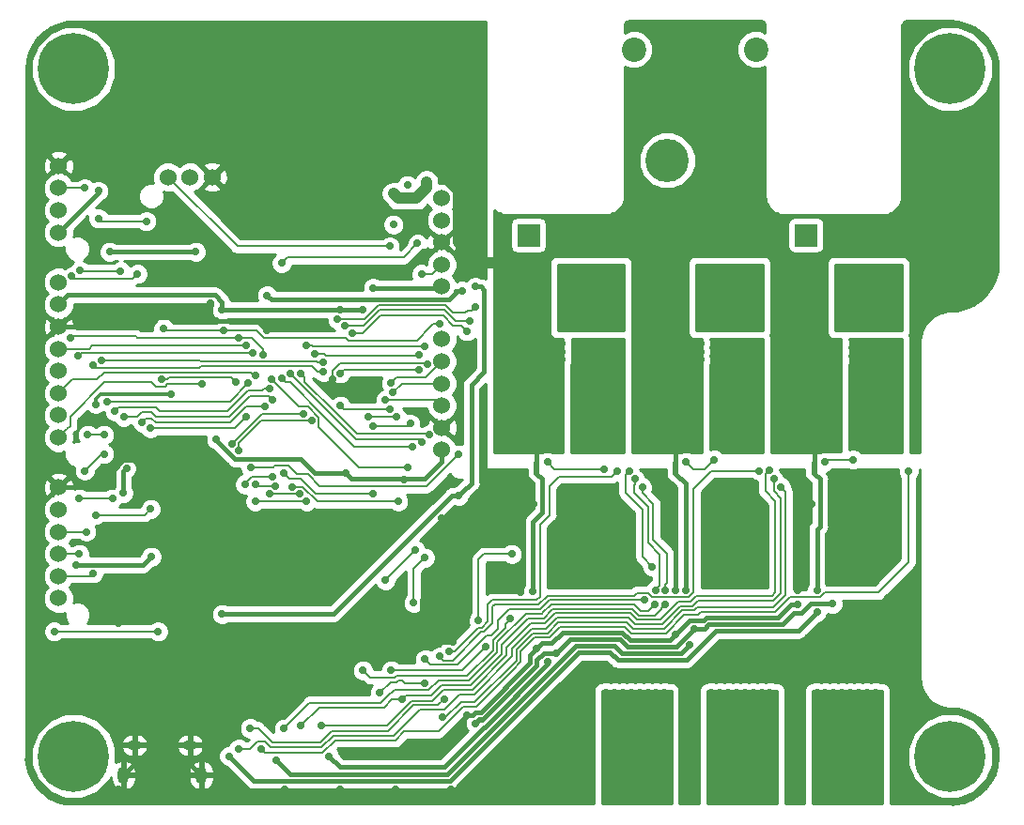
<source format=gbr>
G04 #@! TF.GenerationSoftware,KiCad,Pcbnew,5.0.2-bee76a0~70~ubuntu16.04.1*
G04 #@! TF.CreationDate,2018-12-16T23:22:01+08:00*
G04 #@! TF.ProjectId,AgriESC,41677269-4553-4432-9e6b-696361645f70,rev?*
G04 #@! TF.SameCoordinates,Original*
G04 #@! TF.FileFunction,Copper,L2,Bot*
G04 #@! TF.FilePolarity,Positive*
%FSLAX46Y46*%
G04 Gerber Fmt 4.6, Leading zero omitted, Abs format (unit mm)*
G04 Created by KiCad (PCBNEW 5.0.2-bee76a0~70~ubuntu16.04.1) date Sun 16 Dec 2018 23:22:01 AWST*
%MOMM*%
%LPD*%
G01*
G04 APERTURE LIST*
G04 #@! TA.AperFunction,EtchedComponent*
%ADD10C,0.100000*%
G04 #@! TD*
G04 #@! TA.AperFunction,ComponentPad*
%ADD11C,2.000000*%
G04 #@! TD*
G04 #@! TA.AperFunction,ComponentPad*
%ADD12R,2.000000X2.000000*%
G04 #@! TD*
G04 #@! TA.AperFunction,ComponentPad*
%ADD13C,0.800000*%
G04 #@! TD*
G04 #@! TA.AperFunction,ComponentPad*
%ADD14C,6.400000*%
G04 #@! TD*
G04 #@! TA.AperFunction,ComponentPad*
%ADD15C,1.524000*%
G04 #@! TD*
G04 #@! TA.AperFunction,ComponentPad*
%ADD16C,0.600000*%
G04 #@! TD*
G04 #@! TA.AperFunction,ComponentPad*
%ADD17O,1.000000X1.550000*%
G04 #@! TD*
G04 #@! TA.AperFunction,ComponentPad*
%ADD18O,1.250000X0.950000*%
G04 #@! TD*
G04 #@! TA.AperFunction,ComponentPad*
%ADD19C,2.200000*%
G04 #@! TD*
G04 #@! TA.AperFunction,ComponentPad*
%ADD20C,3.900000*%
G04 #@! TD*
G04 #@! TA.AperFunction,Conductor*
%ADD21C,0.500000*%
G04 #@! TD*
G04 #@! TA.AperFunction,ViaPad*
%ADD22C,0.700000*%
G04 #@! TD*
G04 #@! TA.AperFunction,ViaPad*
%ADD23C,0.800000*%
G04 #@! TD*
G04 #@! TA.AperFunction,Conductor*
%ADD24C,0.400000*%
G04 #@! TD*
G04 #@! TA.AperFunction,Conductor*
%ADD25C,0.200000*%
G04 #@! TD*
G04 #@! TA.AperFunction,Conductor*
%ADD26C,1.000000*%
G04 #@! TD*
G04 #@! TA.AperFunction,Conductor*
%ADD27C,0.300000*%
G04 #@! TD*
G04 #@! TA.AperFunction,Conductor*
%ADD28C,0.250000*%
G04 #@! TD*
G04 #@! TA.AperFunction,Conductor*
%ADD29C,0.254000*%
G04 #@! TD*
G04 APERTURE END LIST*
D10*
G04 #@! TO.C,NT1*
G36*
X157500000Y-105500000D02*
X157500000Y-106500000D01*
X158000000Y-106500000D01*
X158000000Y-105500000D01*
X157500000Y-105500000D01*
G37*
G04 #@! TO.C,NT2*
G36*
X170000000Y-105500000D02*
X170000000Y-106500000D01*
X170500000Y-106500000D01*
X170500000Y-105500000D01*
X170000000Y-105500000D01*
G37*
G04 #@! TO.C,NT3*
G36*
X182500000Y-105500000D02*
X182500000Y-106500000D01*
X183000000Y-106500000D01*
X183000000Y-105500000D01*
X182500000Y-105500000D01*
G37*
G04 #@! TD*
D11*
G04 #@! TO.P,C7,2*
G04 #@! TO.N,GND*
X162000000Y-85000000D03*
D12*
G04 #@! TO.P,C7,1*
G04 #@! TO.N,SUPPLY*
X157000000Y-85000000D03*
G04 #@! TD*
D11*
G04 #@! TO.P,C8,2*
G04 #@! TO.N,GND*
X187000000Y-85000000D03*
D12*
G04 #@! TO.P,C8,1*
G04 #@! TO.N,SUPPLY*
X182000000Y-85000000D03*
G04 #@! TD*
D13*
G04 #@! TO.P,REF\002A\002A,1*
G04 #@! TO.N,N/C*
X117697056Y-130302944D03*
X116000000Y-129600000D03*
X114302944Y-130302944D03*
X113600000Y-132000000D03*
X114302944Y-133697056D03*
X116000000Y-134400000D03*
X117697056Y-133697056D03*
X118400000Y-132000000D03*
D14*
X116000000Y-132000000D03*
G04 #@! TD*
G04 #@! TO.P,REF\002A\002A,1*
G04 #@! TO.N,N/C*
X195000000Y-70000000D03*
D13*
X197400000Y-70000000D03*
X196697056Y-71697056D03*
X195000000Y-72400000D03*
X193302944Y-71697056D03*
X192600000Y-70000000D03*
X193302944Y-68302944D03*
X195000000Y-67600000D03*
X196697056Y-68302944D03*
G04 #@! TD*
D14*
G04 #@! TO.P,REF\002A\002A,1*
G04 #@! TO.N,N/C*
X195000000Y-132000000D03*
D13*
X197400000Y-132000000D03*
X196697056Y-133697056D03*
X195000000Y-134400000D03*
X193302944Y-133697056D03*
X192600000Y-132000000D03*
X193302944Y-130302944D03*
X195000000Y-129600000D03*
X196697056Y-130302944D03*
G04 #@! TD*
D14*
G04 #@! TO.P,REF\002A\002A,1*
G04 #@! TO.N,N/C*
X116000000Y-70000000D03*
D13*
X118400000Y-70000000D03*
X117697056Y-71697056D03*
X116000000Y-72400000D03*
X114302944Y-71697056D03*
X113600000Y-70000000D03*
X114302944Y-68302944D03*
X116000000Y-67600000D03*
X117697056Y-68302944D03*
G04 #@! TD*
D15*
G04 #@! TO.P,SWD,2*
G04 #@! TO.N,SWDIO*
X149188000Y-83644000D03*
G04 #@! TO.P,SWD,3*
G04 #@! TO.N,GND*
X149188000Y-85644000D03*
G04 #@! TO.P,SWD,1*
G04 #@! TO.N,NRST*
X149188000Y-81644000D03*
G04 #@! TO.P,SWD,4*
G04 #@! TO.N,SWCLK*
X149188000Y-87644000D03*
G04 #@! TO.P,SWD,5*
G04 #@! TO.N,VCC*
X149188000Y-89644000D03*
G04 #@! TD*
G04 #@! TO.P,COMM,1*
G04 #@! TO.N,+5V*
X114644000Y-89250000D03*
G04 #@! TO.P,COMM,3*
G04 #@! TO.N,GND*
X114644000Y-93250000D03*
G04 #@! TO.P,COMM,2*
G04 #@! TO.N,VCC*
X114644000Y-91250000D03*
G04 #@! TO.P,COMM,4*
G04 #@! TO.N,SCK_ADC_EXT*
X114644000Y-95250000D03*
G04 #@! TO.P,COMM,5*
G04 #@! TO.N,RX_SDA_NSS*
X114644000Y-97250000D03*
G04 #@! TO.P,COMM,6*
G04 #@! TO.N,TX_SCL_MOSI*
X114644000Y-99250000D03*
G04 #@! TO.P,COMM,7*
G04 #@! TO.N,MISO_ADC_EXT2*
X114644000Y-101250000D03*
G04 #@! TO.P,COMM,8*
G04 #@! TO.N,ADC_15*
X114644000Y-103250000D03*
G04 #@! TD*
G04 #@! TO.P,HALL_ENC,6*
G04 #@! TO.N,VCC*
X114650000Y-117750000D03*
G04 #@! TO.P,HALL_ENC,5*
G04 #@! TO.N,TEMP_MOTOR*
X114650000Y-115750000D03*
G04 #@! TO.P,HALL_ENC,4*
G04 #@! TO.N,HALL_1*
X114650000Y-113750000D03*
G04 #@! TO.P,HALL_ENC,2*
G04 #@! TO.N,HALL_3*
X114650000Y-109750000D03*
G04 #@! TO.P,HALL_ENC,3*
G04 #@! TO.N,HALL_2*
X114650000Y-111750000D03*
G04 #@! TO.P,HALL_ENC,1*
G04 #@! TO.N,GND*
X114650000Y-107750000D03*
G04 #@! TD*
G04 #@! TO.P,CAN,1*
G04 #@! TO.N,GND*
X114644000Y-78750000D03*
G04 #@! TO.P,CAN,3*
G04 #@! TO.N,CANH*
X114644000Y-82750000D03*
G04 #@! TO.P,CAN,2*
G04 #@! TO.N,CANL*
X114644000Y-80750000D03*
G04 #@! TO.P,CAN,4*
G04 #@! TO.N,+5V*
X114644000Y-84750000D03*
G04 #@! TD*
D16*
G04 #@! TO.P,U1,1*
G04 #@! TO.N,SUPPLY*
X164250000Y-92250000D03*
X163250000Y-92250000D03*
X162250000Y-92250000D03*
X164250000Y-90750000D03*
X163250000Y-90750000D03*
X162250000Y-90750000D03*
G04 #@! TD*
D15*
G04 #@! TO.P,GPIO,1*
G04 #@! TO.N,PB12*
X149188000Y-94376000D03*
G04 #@! TO.P,GPIO,3*
G04 #@! TO.N,PB3*
X149188000Y-98376000D03*
G04 #@! TO.P,GPIO,2*
G04 #@! TO.N,PB4*
X149188000Y-96376000D03*
G04 #@! TO.P,GPIO,4*
G04 #@! TO.N,PD2*
X149188000Y-100376000D03*
G04 #@! TO.P,GPIO,5*
G04 #@! TO.N,GND*
X149188000Y-102376000D03*
G04 #@! TO.P,GPIO,6*
G04 #@! TO.N,VCC*
X149188000Y-104376000D03*
G04 #@! TD*
D17*
G04 #@! TO.P,J11,6*
G04 #@! TO.N,GND*
X127500000Y-133700000D03*
X120500000Y-133700000D03*
D18*
X121500000Y-131000000D03*
X126500000Y-131000000D03*
G04 #@! TD*
D16*
G04 #@! TO.P,J1,1*
G04 #@! TO.N,GND*
X175525000Y-77225000D03*
X174500000Y-76800000D03*
X173475000Y-77225000D03*
X173050000Y-78250000D03*
X173475000Y-79275000D03*
X174500000Y-79700000D03*
X175525000Y-79275000D03*
X175950000Y-78250000D03*
G04 #@! TO.P,J1,2*
G04 #@! TO.N,SUPPLY*
X168475000Y-77225000D03*
X169500000Y-76800000D03*
X170525000Y-77225000D03*
X170525000Y-79275000D03*
X170950000Y-78250000D03*
X169500000Y-79700000D03*
X168475000Y-79275000D03*
X168050000Y-78250000D03*
D19*
G04 #@! TO.P,J1,*
G04 #@! TO.N,*
X166500000Y-68250000D03*
X177500000Y-68250000D03*
D20*
G04 #@! TO.P,J1,1*
G04 #@! TO.N,GND*
X174500000Y-78250000D03*
G04 #@! TO.P,J1,2*
G04 #@! TO.N,SUPPLY*
X169500000Y-78250000D03*
G04 #@! TD*
D15*
G04 #@! TO.P,SERVO,3*
G04 #@! TO.N,SERVO*
X124500000Y-79750000D03*
G04 #@! TO.P,SERVO,2*
G04 #@! TO.N,+5V*
X126500000Y-79750000D03*
G04 #@! TO.P,SERVO,1*
G04 #@! TO.N,GND*
X128500000Y-79750000D03*
G04 #@! TD*
D16*
G04 #@! TO.P,U2,1*
G04 #@! TO.N,SUPPLY*
X174750000Y-90750000D03*
X175750000Y-90750000D03*
X176750000Y-90750000D03*
X174750000Y-92250000D03*
X175750000Y-92250000D03*
X176750000Y-92250000D03*
G04 #@! TD*
G04 #@! TO.P,U3,1*
G04 #@! TO.N,SUPPLY*
X189250000Y-92250000D03*
X188250000Y-92250000D03*
X187250000Y-92250000D03*
X189250000Y-90750000D03*
X188250000Y-90750000D03*
X187250000Y-90750000D03*
G04 #@! TD*
G04 #@! TO.P,U4,1*
G04 #@! TO.N,SH_A*
X163750000Y-98250000D03*
X163750000Y-99250000D03*
X163750000Y-100250000D03*
X162250000Y-98250000D03*
X162250000Y-99250000D03*
X162250000Y-100250000D03*
G04 #@! TD*
G04 #@! TO.P,U5,1*
G04 #@! TO.N,SH_B*
X174750000Y-100250000D03*
X174750000Y-99250000D03*
X174750000Y-98250000D03*
X176250000Y-100250000D03*
X176250000Y-99250000D03*
X176250000Y-98250000D03*
G04 #@! TD*
G04 #@! TO.P,U6,1*
G04 #@! TO.N,SH_C*
X188750000Y-98250000D03*
X188750000Y-99250000D03*
X188750000Y-100250000D03*
X187250000Y-98250000D03*
X187250000Y-99250000D03*
X187250000Y-100250000D03*
G04 #@! TD*
D21*
G04 #@! TO.N,GND*
G04 #@! TO.C,NT1*
X157750000Y-105500000D03*
G04 #@! TO.N,SL_A*
X157750000Y-106500000D03*
G04 #@! TD*
G04 #@! TO.N,GND*
G04 #@! TO.C,NT2*
X170250000Y-105500000D03*
G04 #@! TO.N,SL_B*
X170250000Y-106500000D03*
G04 #@! TD*
G04 #@! TO.N,SL_C*
G04 #@! TO.C,NT3*
X182750000Y-106500000D03*
G04 #@! TO.N,GND*
X182750000Y-105500000D03*
G04 #@! TD*
D22*
G04 #@! TO.N,SL_A*
X157396381Y-117146381D03*
X139025318Y-132025318D03*
X158719669Y-123469669D03*
G04 #@! TO.N,SUPPLY*
X129376000Y-119172000D03*
X150712000Y-108504000D03*
X144834000Y-84032000D03*
D23*
X144834000Y-81250000D03*
X147818001Y-80181999D03*
D22*
X160750000Y-93250000D03*
X160000000Y-93250000D03*
X160750000Y-92500000D03*
X160000000Y-92500000D03*
X160750000Y-91750000D03*
X160000000Y-91750000D03*
X160750000Y-91000000D03*
X160750000Y-90250000D03*
X160000000Y-90250000D03*
X160000000Y-89500000D03*
X160750000Y-89500000D03*
X160750000Y-88750000D03*
X160000000Y-88750000D03*
X160000000Y-88000000D03*
X160750000Y-88000000D03*
X161500000Y-88000000D03*
X161500000Y-88750000D03*
X162250000Y-88750000D03*
X162250000Y-88000000D03*
X163000000Y-88000000D03*
X163000000Y-88750000D03*
X163750000Y-88000000D03*
X163750000Y-88750000D03*
X164500000Y-88000000D03*
X164500000Y-88750000D03*
X165250000Y-88000000D03*
X165250000Y-88750000D03*
X172500000Y-91750000D03*
X173250000Y-92500000D03*
X173250000Y-88750000D03*
X177000000Y-88000000D03*
X177750000Y-88750000D03*
X173250000Y-93250000D03*
X176250000Y-88750000D03*
X172500000Y-88000000D03*
X173250000Y-91000000D03*
X172500000Y-93250000D03*
X176250000Y-88000000D03*
X173250000Y-89500000D03*
X172500000Y-91000000D03*
X177750000Y-88000000D03*
X174750000Y-88750000D03*
X174750000Y-88000000D03*
X173250000Y-90250000D03*
X173250000Y-91750000D03*
X173250000Y-88000000D03*
X174000000Y-88000000D03*
X175500000Y-88000000D03*
X172500000Y-90250000D03*
X174000000Y-88750000D03*
X172500000Y-89500000D03*
X172500000Y-88750000D03*
X177000000Y-88750000D03*
X172500000Y-92500000D03*
X175500000Y-88750000D03*
X160000000Y-91000000D03*
X187250000Y-88000000D03*
X188000000Y-88000000D03*
X186500000Y-88750000D03*
X185750000Y-88000000D03*
X185750000Y-93250000D03*
X186500000Y-88000000D03*
X188750000Y-88750000D03*
X185750000Y-88750000D03*
X185750000Y-92500000D03*
X190250000Y-88000000D03*
X185750000Y-91750000D03*
X190250000Y-88750000D03*
X187250000Y-88750000D03*
X185000000Y-88750000D03*
X188750000Y-88000000D03*
X185000000Y-91750000D03*
X185000000Y-91000000D03*
X185000000Y-93250000D03*
X189500000Y-88000000D03*
X185750000Y-90250000D03*
X185750000Y-91000000D03*
X185000000Y-88000000D03*
X185750000Y-89500000D03*
X185000000Y-92500000D03*
X188000000Y-88750000D03*
X189500000Y-88750000D03*
X185000000Y-89500000D03*
X185000000Y-90250000D03*
X152199170Y-89639650D03*
G04 #@! TO.N,VAA*
X133440000Y-90441000D03*
X184405000Y-118250000D03*
X171905000Y-120500051D03*
X151000000Y-90000000D03*
X152236000Y-129031242D03*
X159469669Y-122719669D03*
G04 #@! TO.N,VCC*
X129376000Y-91740000D03*
X140044000Y-91740000D03*
X142076000Y-91740000D03*
X128868000Y-103424000D03*
X140552000Y-106472000D03*
X145774000Y-107011999D03*
X119250000Y-86500000D03*
X127000000Y-86500000D03*
X116250000Y-114750000D03*
X143000000Y-89750000D03*
X120500000Y-108250000D03*
X120768830Y-106018830D03*
X123600000Y-120750000D03*
X123000000Y-114000000D03*
X114250000Y-120750000D03*
G04 #@! TO.N,CURRENT_1*
X152183610Y-91437999D03*
X139773002Y-92598232D03*
G04 #@! TO.N,CURRENT_2*
X140442759Y-93199421D03*
X151728000Y-92756000D03*
G04 #@! TO.N,CURRENT_3*
X141079157Y-93835818D03*
X151451990Y-93659742D03*
G04 #@! TO.N,NRST*
X134750000Y-87500000D03*
X147000000Y-85750000D03*
G04 #@! TO.N,Net-(C29-Pad1)*
X129497999Y-93630000D03*
X124104000Y-93406000D03*
X149000000Y-93000000D03*
G04 #@! TO.N,SH_A*
X142076000Y-124252000D03*
X161500000Y-101750000D03*
X162250000Y-101750000D03*
X163000000Y-101750000D03*
X163750000Y-101750000D03*
X164500000Y-101750000D03*
X165250000Y-101750000D03*
X163000000Y-102500000D03*
X164500000Y-102500000D03*
X162250000Y-102500000D03*
X165250000Y-102500000D03*
X161500000Y-102500000D03*
X163750000Y-102500000D03*
X165250000Y-103250000D03*
X164500000Y-103250000D03*
X163750000Y-103250000D03*
X161500000Y-103250000D03*
X163000000Y-103250000D03*
X162250000Y-103250000D03*
X161500000Y-104000000D03*
X161500000Y-96000000D03*
X162250000Y-96000000D03*
X161500000Y-96750000D03*
X162250000Y-96750000D03*
X163000000Y-96000000D03*
X163000000Y-96750000D03*
X163750000Y-96000000D03*
X163750000Y-96750000D03*
X164500000Y-96000000D03*
X164500000Y-96750000D03*
X165250000Y-96750000D03*
X155365385Y-119615385D03*
G04 #@! TO.N,SH_B*
X167250000Y-107750000D03*
X145632000Y-126900000D03*
X136500000Y-129250000D03*
X169349997Y-117000000D03*
X169300003Y-118300001D03*
X174000000Y-101750000D03*
X174750000Y-101750000D03*
X175500000Y-101750000D03*
X176250000Y-101750000D03*
X177000000Y-101750000D03*
X177750000Y-101750000D03*
X177750000Y-102500000D03*
X177000000Y-102500000D03*
X175500000Y-102500000D03*
X174000000Y-102500000D03*
X176250000Y-102500000D03*
X174750000Y-102500000D03*
X175500000Y-103250000D03*
X174000000Y-103250000D03*
X176250000Y-103250000D03*
X177000000Y-103250000D03*
X177750000Y-103250000D03*
X174750000Y-103250000D03*
X174000000Y-104000000D03*
X174000000Y-96000000D03*
X174000000Y-96750000D03*
X174750000Y-96000000D03*
X174750000Y-96750000D03*
X175500000Y-96000000D03*
X175500000Y-96750000D03*
X176250000Y-96000000D03*
X176250000Y-96750000D03*
X177000000Y-96000000D03*
X177000000Y-96750000D03*
X177750000Y-96750000D03*
G04 #@! TO.N,SH_C*
X131911091Y-129489355D03*
X187250000Y-101750000D03*
X188000000Y-101750000D03*
X188750000Y-101750000D03*
X189500000Y-101750000D03*
X190250000Y-101750000D03*
X189500000Y-102500000D03*
X190250000Y-102500000D03*
X188000000Y-102500000D03*
X188750000Y-102500000D03*
X187250000Y-102500000D03*
X188750000Y-103250000D03*
X190250000Y-103250000D03*
X189500000Y-103250000D03*
X188000000Y-103250000D03*
X186500000Y-96000000D03*
X186500000Y-96750000D03*
X187250000Y-96000000D03*
X187250000Y-96750000D03*
X188000000Y-96000000D03*
X188000000Y-96750000D03*
X188750000Y-96000000D03*
X188750000Y-96750000D03*
X189500000Y-96000000D03*
X189500000Y-96750000D03*
X190250000Y-96750000D03*
X186500000Y-101750000D03*
X186500000Y-102500000D03*
X187250000Y-103250000D03*
X186500000Y-103250000D03*
X186500000Y-104000000D03*
X179750000Y-107750000D03*
X149410748Y-126824190D03*
X149231001Y-128481001D03*
G04 #@! TO.N,+5V*
X146092000Y-80476000D03*
X124804000Y-99360000D03*
X118250000Y-81000000D03*
X118000000Y-100250000D03*
G04 #@! TO.N,TEMP_MOTOR*
X130659097Y-98237818D03*
X123918771Y-98012011D03*
X117750000Y-115500000D03*
X118000000Y-110250000D03*
X122946380Y-109696380D03*
G04 #@! TO.N,Net-(D2-Pad2)*
X131747997Y-98353479D03*
X119024066Y-100010000D03*
G04 #@! TO.N,Net-(D3-Pad2)*
X131550000Y-101392000D03*
X122932380Y-102408000D03*
G04 #@! TO.N,Net-(J2-Pad1)*
X169250000Y-127000000D03*
X168500000Y-127000000D03*
X167750000Y-127000000D03*
X167000000Y-127000000D03*
X166250000Y-127000000D03*
X165500000Y-127000000D03*
X164750000Y-127000000D03*
X158700740Y-105462532D03*
X163847825Y-106113952D03*
X164000000Y-127000000D03*
X166250000Y-127750000D03*
X165500000Y-127750000D03*
X169250000Y-127750000D03*
X164000000Y-127750000D03*
X167750000Y-127750000D03*
X167000000Y-127750000D03*
X168500000Y-127750000D03*
X164750000Y-127750000D03*
X167000000Y-129250000D03*
X164750000Y-129250000D03*
X164000000Y-129250000D03*
X166250000Y-128500000D03*
X165500000Y-128500000D03*
X169250000Y-128500000D03*
X167750000Y-129250000D03*
X168500000Y-129250000D03*
X166250000Y-129250000D03*
X164000000Y-128500000D03*
X167750000Y-128500000D03*
X167000000Y-128500000D03*
X169250000Y-129250000D03*
X168500000Y-128500000D03*
X164750000Y-128500000D03*
X165500000Y-129250000D03*
X167000000Y-132250000D03*
X167000000Y-130750000D03*
X167750000Y-132250000D03*
X164750000Y-130750000D03*
X164750000Y-131500000D03*
X165500000Y-131500000D03*
X164000000Y-130750000D03*
X166250000Y-130000000D03*
X164000000Y-132250000D03*
X165500000Y-130000000D03*
X168500000Y-131500000D03*
X169250000Y-130000000D03*
X167750000Y-130750000D03*
X168500000Y-130750000D03*
X166250000Y-131500000D03*
X166250000Y-130750000D03*
X164000000Y-130000000D03*
X167750000Y-130000000D03*
X167000000Y-130000000D03*
X169250000Y-132250000D03*
X169250000Y-130750000D03*
X168500000Y-130000000D03*
X168500000Y-132250000D03*
X169250000Y-131500000D03*
X166250000Y-132250000D03*
X164750000Y-130000000D03*
X167000000Y-131500000D03*
X164000000Y-131500000D03*
X167750000Y-131500000D03*
X164750000Y-132250000D03*
X165500000Y-132250000D03*
X165500000Y-130750000D03*
X167000000Y-134500000D03*
X167750000Y-133000000D03*
X165500000Y-134500000D03*
X164750000Y-135250000D03*
X168500000Y-135250000D03*
X166250000Y-133750000D03*
X164750000Y-133000000D03*
X167750000Y-133750000D03*
X164000000Y-133000000D03*
X166250000Y-133000000D03*
X166250000Y-134500000D03*
X164000000Y-135250000D03*
X164750000Y-133750000D03*
X164000000Y-134500000D03*
X167000000Y-133750000D03*
X167750000Y-134500000D03*
X164750000Y-134500000D03*
X166250000Y-135250000D03*
X168500000Y-133750000D03*
X168500000Y-134500000D03*
X167000000Y-133000000D03*
X169250000Y-133750000D03*
X165500000Y-133750000D03*
X165500000Y-135250000D03*
X169250000Y-134500000D03*
X169250000Y-133000000D03*
X165500000Y-133000000D03*
X164000000Y-133750000D03*
X167000000Y-135250000D03*
X167750000Y-135250000D03*
X168500000Y-133000000D03*
X169250000Y-135250000D03*
X166250000Y-136000000D03*
X164000000Y-136000000D03*
X167750000Y-136000000D03*
X169250000Y-136000000D03*
X167000000Y-136000000D03*
X165500000Y-136000000D03*
X164750000Y-136000000D03*
X168500000Y-136000000D03*
X168500000Y-126250000D03*
X169250000Y-126250000D03*
X164750000Y-126250000D03*
X167000000Y-126250000D03*
X166250000Y-126250000D03*
X165500000Y-126250000D03*
X167750000Y-126250000D03*
X164000000Y-126250000D03*
G04 #@! TO.N,Net-(J3-Pad1)*
X171200740Y-105462532D03*
X173500000Y-126250000D03*
X174250000Y-126250000D03*
X175000000Y-126250000D03*
X175750000Y-126250000D03*
X176500000Y-126250000D03*
X177250000Y-126250000D03*
X178000000Y-126250000D03*
X178750000Y-126250000D03*
X176500000Y-127000000D03*
X174250000Y-127000000D03*
X177250000Y-127000000D03*
X173500000Y-127000000D03*
X178000000Y-127000000D03*
X178750000Y-127000000D03*
X175750000Y-127000000D03*
X175000000Y-127000000D03*
X173500000Y-127750000D03*
X177250000Y-127750000D03*
X175750000Y-127750000D03*
X178000000Y-127750000D03*
X175000000Y-127750000D03*
X178750000Y-127750000D03*
X174250000Y-127750000D03*
X176500000Y-127750000D03*
X178750000Y-128500000D03*
X175750000Y-128500000D03*
X177250000Y-128500000D03*
X173500000Y-128500000D03*
X175000000Y-128500000D03*
X176500000Y-128500000D03*
X174250000Y-128500000D03*
X178000000Y-128500000D03*
X173500000Y-129250000D03*
X177250000Y-129250000D03*
X175750000Y-129250000D03*
X178750000Y-129250000D03*
X178000000Y-129250000D03*
X176500000Y-129250000D03*
X174250000Y-129250000D03*
X175000000Y-129250000D03*
X175750000Y-132250000D03*
X173500000Y-130000000D03*
X174250000Y-132250000D03*
X173500000Y-131500000D03*
X178750000Y-132250000D03*
X177250000Y-130000000D03*
X178750000Y-130750000D03*
X175750000Y-130750000D03*
X177250000Y-130750000D03*
X178000000Y-132250000D03*
X177250000Y-131500000D03*
X175750000Y-130000000D03*
X173500000Y-130750000D03*
X178000000Y-130000000D03*
X175000000Y-130750000D03*
X175000000Y-130000000D03*
X176500000Y-132250000D03*
X176500000Y-130750000D03*
X174250000Y-130750000D03*
X175750000Y-131500000D03*
X178750000Y-131500000D03*
X178000000Y-131500000D03*
X178750000Y-130000000D03*
X177250000Y-132250000D03*
X176500000Y-131500000D03*
X175000000Y-132250000D03*
X178000000Y-130750000D03*
X174250000Y-131500000D03*
X174250000Y-130000000D03*
X175000000Y-131500000D03*
X173500000Y-132250000D03*
X176500000Y-130000000D03*
X178750000Y-133000000D03*
X176500000Y-133000000D03*
X174250000Y-133000000D03*
X178750000Y-135250000D03*
X178000000Y-134500000D03*
X175750000Y-133000000D03*
X175000000Y-133000000D03*
X173500000Y-134500000D03*
X174250000Y-134500000D03*
X175750000Y-135250000D03*
X176500000Y-133750000D03*
X178750000Y-134500000D03*
X173500000Y-133000000D03*
X178000000Y-133000000D03*
X175750000Y-133750000D03*
X176500000Y-134500000D03*
X178000000Y-133750000D03*
X177250000Y-134500000D03*
X174250000Y-135250000D03*
X175000000Y-133750000D03*
X177250000Y-133000000D03*
X175000000Y-134500000D03*
X173500000Y-135250000D03*
X177250000Y-135250000D03*
X175000000Y-135250000D03*
X176500000Y-135250000D03*
X173500000Y-133750000D03*
X174250000Y-133750000D03*
X178750000Y-133750000D03*
X177250000Y-133750000D03*
X178000000Y-135250000D03*
X175750000Y-134500000D03*
X175000000Y-136000000D03*
X177250000Y-136000000D03*
X176500000Y-136000000D03*
X173500000Y-136000000D03*
X178000000Y-136000000D03*
X175750000Y-136000000D03*
X174250000Y-136000000D03*
X178750000Y-136000000D03*
X173750000Y-105250000D03*
G04 #@! TO.N,Net-(J4-Pad1)*
X188250000Y-126250000D03*
X187500000Y-126250000D03*
X186750000Y-126250000D03*
X186000000Y-126250000D03*
X185250000Y-126250000D03*
X184500000Y-126250000D03*
X183750000Y-126250000D03*
X183700740Y-105462532D03*
X183000000Y-126250000D03*
X188250000Y-127000000D03*
X186000000Y-127000000D03*
X187500000Y-127000000D03*
X183750000Y-127000000D03*
X183000000Y-127000000D03*
X185250000Y-127000000D03*
X184500000Y-127000000D03*
X186750000Y-127000000D03*
X186750000Y-127750000D03*
X188250000Y-127750000D03*
X185250000Y-127750000D03*
X183750000Y-127750000D03*
X184500000Y-127750000D03*
X186000000Y-127750000D03*
X187500000Y-127750000D03*
X183000000Y-127750000D03*
X183000000Y-128500000D03*
X186000000Y-128500000D03*
X188250000Y-128500000D03*
X187500000Y-128500000D03*
X185250000Y-128500000D03*
X183750000Y-128500000D03*
X186750000Y-128500000D03*
X184500000Y-128500000D03*
X184500000Y-129250000D03*
X183000000Y-129250000D03*
X183750000Y-129250000D03*
X186750000Y-129250000D03*
X186000000Y-129250000D03*
X188250000Y-129250000D03*
X187500000Y-129250000D03*
X185250000Y-129250000D03*
X187500000Y-130000000D03*
X184500000Y-130000000D03*
X185250000Y-130000000D03*
X188250000Y-130000000D03*
X183000000Y-130000000D03*
X183750000Y-130000000D03*
X186000000Y-130000000D03*
X186750000Y-130000000D03*
X183750000Y-130750000D03*
X188250000Y-130750000D03*
X184500000Y-130750000D03*
X186750000Y-130750000D03*
X187500000Y-130750000D03*
X186000000Y-130750000D03*
X185250000Y-130750000D03*
X183000000Y-130750000D03*
X187500000Y-131500000D03*
X186000000Y-131500000D03*
X185250000Y-131500000D03*
X183000000Y-131500000D03*
X183750000Y-131500000D03*
X184500000Y-131500000D03*
X186750000Y-131500000D03*
X188250000Y-131500000D03*
X185250000Y-132250000D03*
X187500000Y-132250000D03*
X188250000Y-132250000D03*
X186750000Y-132250000D03*
X186000000Y-132250000D03*
X184500000Y-132250000D03*
X183750000Y-132250000D03*
X183000000Y-132250000D03*
X187500000Y-133000000D03*
X188250000Y-133000000D03*
X183000000Y-133000000D03*
X184500000Y-133000000D03*
X186000000Y-133000000D03*
X186750000Y-133000000D03*
X183750000Y-133000000D03*
X185250000Y-133000000D03*
X184500000Y-133750000D03*
X188250000Y-133750000D03*
X183750000Y-133750000D03*
X185250000Y-133750000D03*
X187500000Y-133750000D03*
X186000000Y-133750000D03*
X186750000Y-133750000D03*
X183000000Y-133750000D03*
X186000000Y-134500000D03*
X188250000Y-134500000D03*
X183000000Y-134500000D03*
X183750000Y-134500000D03*
X187500000Y-134500000D03*
X185250000Y-134500000D03*
X186750000Y-134500000D03*
X184500000Y-134500000D03*
X183000000Y-135250000D03*
X186750000Y-135250000D03*
X186000000Y-135250000D03*
X183750000Y-135250000D03*
X185250000Y-135250000D03*
X188250000Y-135250000D03*
X184500000Y-135250000D03*
X187500000Y-135250000D03*
X183750000Y-136000000D03*
X187500000Y-136000000D03*
X186750000Y-136000000D03*
X183000000Y-136000000D03*
X186000000Y-136000000D03*
X185250000Y-136000000D03*
X184500000Y-136000000D03*
X188250000Y-136000000D03*
X186250000Y-105250000D03*
G04 #@! TO.N,SCK_ADC_EXT*
X131550000Y-94930000D03*
G04 #@! TO.N,RX_SDA_NSS*
X130900000Y-94280000D03*
X133050570Y-95769990D03*
X115750000Y-94250000D03*
G04 #@! TO.N,TX_SCL_MOSI*
X132397997Y-97612001D03*
G04 #@! TO.N,MISO_ADC_EXT2*
X132157072Y-95662000D03*
X116400000Y-95900000D03*
G04 #@! TO.N,ADC_15*
X127536000Y-98451990D03*
G04 #@! TO.N,SERVO*
X140017257Y-97470000D03*
X147156000Y-97186000D03*
X144500000Y-86000000D03*
G04 #@! TO.N,CANH*
X121750000Y-88500000D03*
X115839510Y-88709534D03*
G04 #@! TO.N,CANL*
X116578293Y-88195528D03*
X117000000Y-80750000D03*
X120250000Y-88250000D03*
G04 #@! TO.N,SWDIO*
X147664000Y-95026000D03*
X136996000Y-94930000D03*
G04 #@! TO.N,SWCLK*
X147156000Y-95804000D03*
X137726218Y-95676000D03*
X147363999Y-88500000D03*
G04 #@! TO.N,PB12*
X131963990Y-105964000D03*
X150683033Y-104795263D03*
G04 #@! TO.N,PB3*
X144744397Y-99218000D03*
G04 #@! TO.N,PB4*
X144613585Y-98327555D03*
G04 #@! TO.N,PD2*
X144108000Y-99868000D03*
G04 #@! TO.N,HALL_1*
X122186010Y-101900000D03*
X133250011Y-100458000D03*
X116500000Y-108750000D03*
X116500000Y-113750000D03*
X119500000Y-108750000D03*
G04 #@! TO.N,HALL_3*
X119724000Y-100884000D03*
X133630883Y-98868833D03*
X118750000Y-103000000D03*
X117250000Y-103000000D03*
G04 #@! TO.N,HALL_2*
X120513835Y-101392000D03*
X133948000Y-99868000D03*
X118750000Y-104750000D03*
X117150000Y-111750000D03*
X117000000Y-106250000D03*
G04 #@! TO.N,Net-(R1-Pad1)*
X166083883Y-106262689D03*
X143600000Y-126284000D03*
X168149993Y-114919527D03*
X167488297Y-117919544D03*
X147664000Y-123250000D03*
X147664000Y-125400000D03*
G04 #@! TO.N,Net-(R2-Pad1)*
X178699990Y-106184434D03*
X138300000Y-129250000D03*
G04 #@! TO.N,Net-(R3-Pad1)*
X191250000Y-106250000D03*
X132932000Y-131350000D03*
G04 #@! TO.N,C_A*
X155500000Y-113750000D03*
X152500000Y-119750000D03*
G04 #@! TO.N,C_B*
X149803999Y-122553535D03*
X165000000Y-106250000D03*
G04 #@! TO.N,C_C*
X149000000Y-123000000D03*
X177765658Y-106249730D03*
G04 #@! TO.N,Net-(R10-Pad1)*
X144616000Y-124252000D03*
X153131319Y-122131319D03*
G04 #@! TO.N,Net-(R11-Pad1)*
X166600000Y-107000000D03*
X134950000Y-129500000D03*
X168449994Y-117000000D03*
X168400000Y-118300001D03*
G04 #@! TO.N,Net-(R12-Pad1)*
X179100000Y-107000000D03*
X130900000Y-131350000D03*
G04 #@! TO.N,USB_DP*
X130914119Y-104454119D03*
X137448000Y-101758000D03*
G04 #@! TO.N,SENS_A*
X135532791Y-97470000D03*
X147379469Y-103679021D03*
X146811969Y-113420031D03*
X144108000Y-116124000D03*
G04 #@! TO.N,USB_DM*
X136748550Y-101108000D03*
X130264119Y-103817721D03*
G04 #@! TO.N,SENS_B*
X134762643Y-97935699D03*
X146528900Y-104074000D03*
X146648000Y-118156000D03*
X147664000Y-114092000D03*
G04 #@! TO.N,SENS_C*
X146140000Y-105964000D03*
X133864927Y-97999796D03*
G04 #@! TO.N,SENS_SUPPLY*
X136488000Y-97477906D03*
X148029469Y-102991755D03*
G04 #@! TO.N,INL_A*
X134215740Y-107650954D03*
X132364000Y-107488000D03*
G04 #@! TO.N,INL_C*
X133882177Y-106815048D03*
X131463997Y-107488000D03*
G04 #@! TO.N,CS*
X134948000Y-106472000D03*
X142950000Y-108312000D03*
G04 #@! TO.N,H2*
X133664000Y-108362000D03*
X136346000Y-108362000D03*
G04 #@! TO.N,H3*
X132364000Y-109012000D03*
X136996000Y-109012000D03*
G04 #@! TO.N,SCLK*
X142584000Y-101392000D03*
X145124000Y-101392000D03*
G04 #@! TO.N,SDO*
X144487603Y-100742000D03*
X140031682Y-100380521D03*
G04 #@! TO.N,EN_GATE*
X135696000Y-107712000D03*
X145266000Y-109012000D03*
G04 #@! TO.N,FAULT*
X142950000Y-102214220D03*
X146347448Y-102010038D03*
G04 #@! TO.N,CAN_RX*
X138520000Y-97328000D03*
X117750000Y-96750000D03*
G04 #@! TO.N,CAN_TX*
X138472268Y-96427896D03*
X122562000Y-83750000D03*
X118250000Y-83500000D03*
X118536229Y-96312000D03*
G04 #@! TO.N,SL_B*
X171155000Y-117000000D03*
X134250000Y-132349999D03*
X171482857Y-121982856D03*
G04 #@! TO.N,SL_C*
X183000000Y-117000000D03*
X130000000Y-132000000D03*
X183000000Y-119000000D03*
G04 #@! TO.N,GND*
X124931000Y-105456000D03*
X127979000Y-110536000D03*
X126496669Y-113445374D03*
X139028000Y-110536000D03*
X137484601Y-88664023D03*
X147886218Y-96659898D03*
X144108000Y-88692000D03*
X139300885Y-98014807D03*
X128868000Y-92756000D03*
X126329000Y-92756000D03*
X133440000Y-87676000D03*
X123280000Y-92756000D03*
X129376000Y-87676000D03*
X128360000Y-91139000D03*
X140410000Y-119680000D03*
X143092000Y-119720835D03*
X150204000Y-121712000D03*
X147156000Y-121712000D03*
X147664000Y-117648000D03*
X149188000Y-110536000D03*
X133440000Y-93630000D03*
X121248000Y-92756000D03*
X124804000Y-92248000D03*
X147423537Y-119880000D03*
X181250000Y-117000000D03*
X156250000Y-117250000D03*
X181250000Y-118300001D03*
X170250000Y-121000000D03*
X151486000Y-128281242D03*
X157500000Y-109250000D03*
X170000000Y-109250000D03*
X182500000Y-109250000D03*
D23*
X141000000Y-84000000D03*
X141500000Y-78250000D03*
D22*
X158500000Y-100000000D03*
X158500000Y-99250000D03*
X158500000Y-98500000D03*
X158500000Y-97750000D03*
X158500000Y-97000000D03*
X158500000Y-96250000D03*
X159250000Y-96250000D03*
X160000000Y-96250000D03*
X160000000Y-95500000D03*
X158500000Y-95500000D03*
X159250000Y-95500000D03*
X160000000Y-94750000D03*
X158500000Y-94750000D03*
X159250000Y-94750000D03*
X157750000Y-97750000D03*
X157750000Y-99250000D03*
X157750000Y-95500000D03*
X157750000Y-96250000D03*
X157750000Y-100000000D03*
X157750000Y-98500000D03*
X157750000Y-94750000D03*
X157750000Y-97000000D03*
X157000000Y-95500000D03*
X157000000Y-97750000D03*
X157000000Y-97000000D03*
X157000000Y-96250000D03*
X157000000Y-98500000D03*
X157000000Y-94750000D03*
X157000000Y-100000000D03*
X157000000Y-99250000D03*
X156250000Y-97000000D03*
X156250000Y-98500000D03*
X156250000Y-97750000D03*
X156250000Y-96250000D03*
X156250000Y-100000000D03*
X156250000Y-94750000D03*
X156250000Y-99250000D03*
X156250000Y-95500000D03*
X155500000Y-94750000D03*
X155500000Y-95500000D03*
X155500000Y-97750000D03*
X155500000Y-99250000D03*
X155500000Y-96250000D03*
X155500000Y-100000000D03*
X155500000Y-98500000D03*
X155500000Y-97000000D03*
X154750000Y-97750000D03*
X154750000Y-100000000D03*
X154750000Y-99250000D03*
X154750000Y-96250000D03*
X154750000Y-98500000D03*
X154750000Y-95500000D03*
X154750000Y-97000000D03*
X167250000Y-97000000D03*
X171000000Y-97750000D03*
X167250000Y-95500000D03*
X169500000Y-97000000D03*
X167250000Y-97750000D03*
X170250000Y-95500000D03*
X167250000Y-96250000D03*
X167250000Y-98500000D03*
X169500000Y-98500000D03*
X169500000Y-97750000D03*
X172500000Y-96250000D03*
X168000000Y-97750000D03*
X171750000Y-94750000D03*
X168000000Y-100000000D03*
X171000000Y-99250000D03*
X167250000Y-94750000D03*
X168000000Y-99250000D03*
X167250000Y-100000000D03*
X168000000Y-96250000D03*
X168000000Y-98500000D03*
X172500000Y-95500000D03*
X168750000Y-94750000D03*
X169500000Y-96250000D03*
X168750000Y-95500000D03*
X167250000Y-99250000D03*
X168000000Y-95500000D03*
X169500000Y-100000000D03*
X170250000Y-97750000D03*
X168750000Y-97750000D03*
X168000000Y-97000000D03*
X171000000Y-95500000D03*
X169500000Y-94750000D03*
X171000000Y-96250000D03*
X168750000Y-99250000D03*
X169500000Y-99250000D03*
X170250000Y-97000000D03*
X168750000Y-96250000D03*
X171750000Y-96250000D03*
X171000000Y-100000000D03*
X172500000Y-94750000D03*
X171000000Y-98500000D03*
X168750000Y-100000000D03*
X171750000Y-95500000D03*
X169500000Y-95500000D03*
X168750000Y-98500000D03*
X170250000Y-96250000D03*
X170250000Y-98500000D03*
X170250000Y-94750000D03*
X171000000Y-94750000D03*
X170250000Y-100000000D03*
X170250000Y-99250000D03*
X171000000Y-97000000D03*
X168750000Y-97000000D03*
X182000000Y-99250000D03*
X180500000Y-99250000D03*
X184250000Y-95500000D03*
X183500000Y-100000000D03*
X184250000Y-96250000D03*
X182750000Y-94750000D03*
X185000000Y-96250000D03*
X181250000Y-96250000D03*
X182750000Y-97750000D03*
X185000000Y-95500000D03*
X179750000Y-96250000D03*
X180500000Y-96250000D03*
X179750000Y-95500000D03*
X180500000Y-97000000D03*
X182750000Y-97000000D03*
X182750000Y-100000000D03*
X183500000Y-96250000D03*
X180500000Y-94750000D03*
X183500000Y-94750000D03*
X183500000Y-95500000D03*
X179750000Y-99250000D03*
X183500000Y-97000000D03*
X182000000Y-98500000D03*
X179750000Y-98500000D03*
X182000000Y-96250000D03*
X181250000Y-97000000D03*
X181250000Y-97750000D03*
X182000000Y-97000000D03*
X184250000Y-94750000D03*
X181250000Y-100000000D03*
X179750000Y-94750000D03*
X180500000Y-97750000D03*
X182750000Y-98500000D03*
X185000000Y-94750000D03*
X182000000Y-97750000D03*
X181250000Y-99250000D03*
X181250000Y-95500000D03*
X183500000Y-98500000D03*
X181250000Y-94750000D03*
X180500000Y-95500000D03*
X183500000Y-97750000D03*
X179750000Y-100000000D03*
X182750000Y-99250000D03*
X182000000Y-100000000D03*
X182750000Y-96250000D03*
X182000000Y-95500000D03*
X183500000Y-99250000D03*
X180500000Y-98500000D03*
X179750000Y-97000000D03*
X180500000Y-100000000D03*
X182750000Y-95500000D03*
X182000000Y-94750000D03*
X181250000Y-98500000D03*
X179750000Y-97750000D03*
X168000000Y-94750000D03*
X170250000Y-117000000D03*
X175000000Y-108000000D03*
X163750000Y-108000000D03*
X188750000Y-107250000D03*
X157750000Y-122250000D03*
X154750000Y-94750000D03*
X121000000Y-73000000D03*
X121000000Y-68000000D03*
X126000000Y-68000000D03*
X126000000Y-73000000D03*
X131000000Y-73000000D03*
X131000000Y-68000000D03*
X136000000Y-68000000D03*
X136000000Y-73000000D03*
X141000000Y-68000000D03*
X141000000Y-73000000D03*
X146000000Y-68000000D03*
X146000000Y-73000000D03*
X151000000Y-68000000D03*
X151000000Y-73000000D03*
X120000000Y-120000000D03*
X120000000Y-125000000D03*
X125000000Y-135000000D03*
X130000000Y-135000000D03*
X120000000Y-135000000D03*
X135000000Y-135000000D03*
X140000000Y-135000000D03*
X145000000Y-135000000D03*
X150000000Y-135000000D03*
X155000000Y-135000000D03*
X160000000Y-135000000D03*
X160000000Y-130000000D03*
X190000000Y-130000000D03*
X190000000Y-135000000D03*
X171000000Y-135000000D03*
X171000000Y-130000000D03*
X171000000Y-125000000D03*
X181000000Y-125000000D03*
X181000000Y-130000000D03*
X181000000Y-135000000D03*
G04 #@! TD*
D24*
G04 #@! TO.N,SL_A*
X157396381Y-117146381D02*
X157396381Y-110853619D01*
X157396381Y-110853619D02*
X158250000Y-110000000D01*
X158250000Y-107000000D02*
X157750000Y-106500000D01*
X158250000Y-110000000D02*
X158250000Y-107000000D01*
X149401458Y-133000000D02*
X140000000Y-133000000D01*
X140000000Y-133000000D02*
X139025318Y-132025318D01*
X153000000Y-129377244D02*
X153024214Y-129377244D01*
X149401458Y-133000000D02*
X149401458Y-132975786D01*
X149401458Y-132975786D02*
X153000000Y-129377244D01*
X153024214Y-129377244D02*
X158719669Y-123681789D01*
X158719669Y-123681789D02*
X158719669Y-123469669D01*
D25*
G04 #@! TO.N,SUPPLY*
X150257998Y-108504000D02*
X150712000Y-108504000D01*
D24*
X151061999Y-108154001D02*
X150712000Y-108504000D01*
X151838001Y-107377999D02*
X151061999Y-108154001D01*
X151838001Y-98513999D02*
X151838001Y-107377999D01*
X150217026Y-108504000D02*
X150712000Y-108504000D01*
X150109998Y-108504000D02*
X150217026Y-108504000D01*
X139441998Y-119172000D02*
X150109998Y-108504000D01*
X129376000Y-119172000D02*
X139441998Y-119172000D01*
D26*
X147818001Y-80747684D02*
X147818001Y-80181999D01*
X146915686Y-81649999D02*
X147818001Y-80747684D01*
X145233999Y-81649999D02*
X146915686Y-81649999D01*
X144834000Y-81250000D02*
X145233999Y-81649999D01*
D24*
X153000001Y-97351999D02*
X151838001Y-98513999D01*
X153000001Y-89945507D02*
X153000001Y-97351999D01*
X152694144Y-89639650D02*
X153000001Y-89945507D01*
X152199170Y-89639650D02*
X152694144Y-89639650D01*
G04 #@! TO.N,VAA*
X133805001Y-90806001D02*
X149143999Y-90806001D01*
X133440000Y-90441000D02*
X133805001Y-90806001D01*
X149819997Y-90806001D02*
X150431999Y-90193999D01*
X149143999Y-90806001D02*
X149819997Y-90806001D01*
X173460642Y-120100020D02*
X179899980Y-120100020D01*
X179899980Y-120100020D02*
X180949998Y-119050002D01*
X181610001Y-119050002D02*
X180949998Y-119050002D01*
X182410003Y-118250000D02*
X181610001Y-119050002D01*
X184405000Y-118250000D02*
X182410003Y-118250000D01*
X172848491Y-120500051D02*
X173248522Y-120100020D01*
X173248522Y-120100020D02*
X173460642Y-120100020D01*
X171905000Y-120500051D02*
X172848491Y-120500051D01*
X150431999Y-90073027D02*
X150431999Y-90193999D01*
X150505026Y-90000000D02*
X150431999Y-90073027D01*
X151000000Y-90000000D02*
X150505026Y-90000000D01*
X170305042Y-122100009D02*
X171905000Y-120500051D01*
X165900155Y-122100009D02*
X170305042Y-122100009D01*
X160594669Y-121594669D02*
X160779624Y-121409714D01*
X165209860Y-121409714D02*
X165900155Y-122100009D01*
X160779624Y-121409714D02*
X165209860Y-121409714D01*
X152236000Y-129031242D02*
X152585999Y-128681243D01*
X152681243Y-128681243D02*
X152750000Y-128750000D01*
X152585999Y-128681243D02*
X152681243Y-128681243D01*
X160189338Y-122000000D02*
X159469669Y-122719669D01*
X160594669Y-121594669D02*
X160189338Y-122000000D01*
X158359667Y-122719669D02*
X157750000Y-123329336D01*
X159469669Y-122719669D02*
X158359667Y-122719669D01*
X152802916Y-128750000D02*
X152750000Y-128750000D01*
X157750000Y-123802916D02*
X152802916Y-128750000D01*
X157750000Y-123329336D02*
X157750000Y-123802916D01*
G04 #@! TO.N,VCC*
X129376000Y-91740000D02*
X140044000Y-91740000D01*
X140044000Y-91740000D02*
X142076000Y-91740000D01*
X128868000Y-103518002D02*
X128868000Y-103424000D01*
X130554118Y-105204120D02*
X128868000Y-103518002D01*
X130554118Y-105204120D02*
X136435240Y-105204120D01*
X137703120Y-106472000D02*
X140552000Y-106472000D01*
X136435240Y-105204120D02*
X137703120Y-106472000D01*
X141060000Y-106980000D02*
X140552000Y-106472000D01*
X147664000Y-106980000D02*
X141060000Y-106980000D01*
X149188000Y-105456000D02*
X147664000Y-106980000D01*
X149188000Y-104376000D02*
X149188000Y-105456000D01*
D25*
X129376000Y-91192998D02*
X129376000Y-91245026D01*
D24*
X129376000Y-91740000D02*
X129376000Y-91192998D01*
X115505001Y-90388999D02*
X115405999Y-90488001D01*
X115405999Y-90488001D02*
X114644000Y-91250000D01*
X128720001Y-90388999D02*
X115505001Y-90388999D01*
X129376000Y-91044998D02*
X128720001Y-90388999D01*
X129376000Y-91192998D02*
X129376000Y-91044998D01*
X127000000Y-86500000D02*
X119250000Y-86500000D01*
X149082000Y-89750000D02*
X149188000Y-89644000D01*
X143000000Y-89750000D02*
X149082000Y-89750000D01*
X120500000Y-108250000D02*
X120500000Y-106287660D01*
X120500000Y-106287660D02*
X120768830Y-106018830D01*
X122250000Y-114750000D02*
X116250000Y-114750000D01*
X123000000Y-114000000D02*
X122250000Y-114750000D01*
D25*
X123600000Y-120750000D02*
X114250000Y-120750000D01*
G04 #@! TO.N,CURRENT_1*
X151502004Y-91787998D02*
X151290002Y-92000000D01*
X152183610Y-91437999D02*
X151833611Y-91787998D01*
X151833611Y-91787998D02*
X151502004Y-91787998D01*
X143471991Y-91306011D02*
X149516010Y-91306011D01*
X142228582Y-92549420D02*
X143471991Y-91306011D01*
X139821814Y-92549420D02*
X142228582Y-92549420D01*
X139773002Y-92598232D02*
X139821814Y-92549420D01*
X149516010Y-91306011D02*
X150204000Y-91994001D01*
X151296001Y-91994001D02*
X151000000Y-91994001D01*
X151502004Y-91787998D02*
X151296001Y-91994001D01*
X150204000Y-91994001D02*
X151000000Y-91994001D01*
G04 #@! TO.N,CURRENT_2*
X150400301Y-92756000D02*
X150712000Y-92756000D01*
X149384301Y-91740000D02*
X150400301Y-92756000D01*
X140951337Y-93185817D02*
X142157883Y-93185817D01*
X143603700Y-91740000D02*
X149384301Y-91740000D01*
X140937733Y-93199421D02*
X140951337Y-93185817D01*
X142157883Y-93185817D02*
X143603700Y-91740000D01*
X140442759Y-93199421D02*
X140937733Y-93199421D01*
X150712000Y-92756000D02*
X151728000Y-92756000D01*
G04 #@! TO.N,CURRENT_3*
X150204000Y-93156010D02*
X150948258Y-93156010D01*
X150204000Y-93125397D02*
X150204000Y-93156010D01*
X149326603Y-92248000D02*
X150204000Y-93125397D01*
X143661398Y-92248000D02*
X149326603Y-92248000D01*
X142073580Y-93835818D02*
X143661398Y-92248000D01*
X141079157Y-93835818D02*
X142073580Y-93835818D01*
X150948258Y-93156010D02*
X151451990Y-93659742D01*
G04 #@! TO.N,NRST*
X139250000Y-87000000D02*
X135250000Y-87000000D01*
X135250000Y-87000000D02*
X134750000Y-87500000D01*
X139250000Y-87000000D02*
X145750000Y-87000000D01*
X145750000Y-87000000D02*
X147000000Y-85750000D01*
G04 #@! TO.N,Net-(C29-Pad1)*
X129497999Y-93630000D02*
X124391603Y-93630000D01*
X140767156Y-94485819D02*
X146950181Y-94485819D01*
X129497999Y-93630000D02*
X132477998Y-93630000D01*
X132477998Y-93630000D02*
X133127998Y-94280000D01*
X133127998Y-94280000D02*
X140561337Y-94280000D01*
X140561337Y-94280000D02*
X140767156Y-94485819D01*
X146950181Y-94485819D02*
X148172000Y-93264000D01*
X124328000Y-93630000D02*
X124104000Y-93406000D01*
X124391603Y-93630000D02*
X124328000Y-93630000D01*
X148436000Y-93000000D02*
X148172000Y-93264000D01*
X149000000Y-93000000D02*
X148436000Y-93000000D01*
G04 #@! TO.N,SH_A*
X154900000Y-120080770D02*
X155365385Y-119615385D01*
X154900000Y-120434312D02*
X154900000Y-120080770D01*
X153781320Y-121552992D02*
X154900000Y-120434312D01*
X142726001Y-124902001D02*
X144928001Y-124902001D01*
X145080002Y-124750000D02*
X151474640Y-124750000D01*
X142076000Y-124252000D02*
X142726001Y-124902001D01*
X151474640Y-124750000D02*
X153781320Y-122443320D01*
X144928001Y-124902001D02*
X145080002Y-124750000D01*
X153781320Y-122443320D02*
X153781320Y-121552992D01*
G04 #@! TO.N,SH_B*
X167250000Y-108244974D02*
X168250000Y-109244974D01*
X167250000Y-107750000D02*
X167250000Y-108244974D01*
X169349997Y-116505026D02*
X169500000Y-116355023D01*
X169349997Y-117000000D02*
X169349997Y-116505026D01*
X169500000Y-113750000D02*
X168250000Y-112500000D01*
X169500000Y-116355023D02*
X169500000Y-113750000D01*
X168250000Y-109244974D02*
X168250000Y-112500000D01*
X138143949Y-127606051D02*
X136500000Y-129250000D01*
X144706051Y-126900000D02*
X144000000Y-127606051D01*
X145632000Y-126900000D02*
X144706051Y-126900000D01*
X144000000Y-127606051D02*
X138143949Y-127606051D01*
X154581338Y-122774698D02*
X154581338Y-121918662D01*
X149199982Y-125550018D02*
X151806019Y-125550018D01*
X148199999Y-126550001D02*
X149199982Y-125550018D01*
X159081398Y-118831396D02*
X159203140Y-118709654D01*
X145632000Y-126900000D02*
X145981999Y-126550001D01*
X145981999Y-126550001D02*
X148199999Y-126550001D01*
X168364547Y-119297456D02*
X168950004Y-118711999D01*
X151806019Y-125550018D02*
X154581338Y-122774698D01*
X154581338Y-121918662D02*
X156949980Y-119550020D01*
X156949980Y-119550020D02*
X158365710Y-119550020D01*
X168950004Y-118650000D02*
X169300003Y-118300001D01*
X166328257Y-118709654D02*
X166916059Y-119297456D01*
X159081398Y-118834332D02*
X159081398Y-118831396D01*
X158365710Y-119550020D02*
X159081398Y-118834332D01*
X159203140Y-118709654D02*
X166328257Y-118709654D01*
X166916059Y-119297456D02*
X168364547Y-119297456D01*
X168950004Y-118711999D02*
X168950004Y-118650000D01*
G04 #@! TO.N,SH_C*
X131911091Y-129489355D02*
X132639054Y-129489355D01*
X132639054Y-129489355D02*
X133948000Y-130798302D01*
X136250000Y-130798302D02*
X137701698Y-130798302D01*
X133948000Y-130798302D02*
X136250000Y-130798302D01*
X139250000Y-129750000D02*
X138201698Y-130798302D01*
X138201698Y-130798302D02*
X136250000Y-130798302D01*
X144309700Y-129750000D02*
X139250000Y-129750000D01*
X146659690Y-127400010D02*
X144309700Y-129750000D01*
X149410748Y-126824190D02*
X148834928Y-127400010D01*
X148834928Y-127400010D02*
X146659690Y-127400010D01*
X150900010Y-127099990D02*
X149500000Y-128500000D01*
X171964068Y-118850031D02*
X170843372Y-118850031D01*
X172214108Y-118599990D02*
X171964068Y-118850031D01*
X179031407Y-118599990D02*
X172214108Y-118599990D01*
X180150010Y-108150010D02*
X180150010Y-117481387D01*
X170843372Y-118850031D02*
X169195919Y-120497484D01*
X157415690Y-120900008D02*
X155900010Y-122415688D01*
X169195919Y-120497484D02*
X166418990Y-120497484D01*
X149250000Y-128500000D02*
X149231001Y-128481001D01*
X166418990Y-120497484D02*
X165831191Y-119909684D01*
X165831191Y-119909684D02*
X159703141Y-119909684D01*
X159703141Y-119909684D02*
X158712817Y-120900008D01*
X158712817Y-120900008D02*
X157415690Y-120900008D01*
X149500000Y-128500000D02*
X149250000Y-128500000D01*
X180150010Y-117481387D02*
X179031407Y-118599990D01*
X152150010Y-127099990D02*
X150900010Y-127099990D01*
X179750000Y-107750000D02*
X180150010Y-108150010D01*
X155900010Y-122415688D02*
X155900010Y-123349990D01*
X155900010Y-123349990D02*
X152150010Y-127099990D01*
D24*
G04 #@! TO.N,+5V*
X114644000Y-84750000D02*
X118250000Y-81144000D01*
X118250000Y-81144000D02*
X118250000Y-81000000D01*
D27*
X118000000Y-99755026D02*
X118000000Y-100250000D01*
X118445027Y-99309999D02*
X118000000Y-99755026D01*
X124259025Y-99309999D02*
X118445027Y-99309999D01*
X124309026Y-99360000D02*
X124259025Y-99309999D01*
X124804000Y-99360000D02*
X124309026Y-99360000D01*
D25*
G04 #@! TO.N,TEMP_MOTOR*
X130659097Y-98237818D02*
X130223268Y-97801989D01*
X123822011Y-97801989D02*
X123788000Y-97836000D01*
X123918771Y-97801989D02*
X123822011Y-97801989D01*
X124623767Y-97801989D02*
X130223268Y-97801989D01*
X124413745Y-98012011D02*
X124623767Y-97801989D01*
X123918771Y-98012011D02*
X124413745Y-98012011D01*
X114700000Y-115750000D02*
X117500000Y-115750000D01*
X117500000Y-115750000D02*
X117750000Y-115500000D01*
X122392760Y-110250000D02*
X122946380Y-109696380D01*
X118000000Y-110250000D02*
X122392760Y-110250000D01*
G04 #@! TO.N,Net-(D2-Pad2)*
X130091475Y-100010001D02*
X131747997Y-98353479D01*
X119024067Y-100010001D02*
X119024066Y-100010000D01*
X130091475Y-100010001D02*
X119024067Y-100010001D01*
G04 #@! TO.N,Net-(D3-Pad2)*
X131042000Y-101900000D02*
X131550000Y-101392000D01*
X130534000Y-102408000D02*
X131042000Y-101900000D01*
X122932380Y-102408000D02*
X130534000Y-102408000D01*
G04 #@! TO.N,Net-(J2-Pad1)*
X158700740Y-105462532D02*
X159352160Y-106113952D01*
X159352160Y-106113952D02*
X163847825Y-106113952D01*
G04 #@! TO.N,Net-(J3-Pad1)*
X171200740Y-105462532D02*
X171854272Y-106116064D01*
X173750000Y-105250000D02*
X172883936Y-106116064D01*
X171854272Y-106116064D02*
X172250000Y-106116064D01*
X172883936Y-106116064D02*
X172250000Y-106116064D01*
G04 #@! TO.N,Net-(J4-Pad1)*
X183913272Y-105250000D02*
X183700740Y-105462532D01*
X186250000Y-105250000D02*
X183913272Y-105250000D01*
G04 #@! TO.N,SCK_ADC_EXT*
X131550000Y-94930000D02*
X117692000Y-94930000D01*
X117372000Y-95250000D02*
X114644000Y-95250000D01*
X117692000Y-94930000D02*
X117372000Y-95250000D01*
G04 #@! TO.N,RX_SDA_NSS*
X133050570Y-95275016D02*
X132055554Y-94280000D01*
X132055554Y-94280000D02*
X131408000Y-94280000D01*
X133050570Y-95769990D02*
X133050570Y-95275016D01*
X132031997Y-94280000D02*
X131408000Y-94280000D01*
X131408000Y-94280000D02*
X130900000Y-94280000D01*
X130900000Y-94280000D02*
X121756000Y-94280000D01*
X121756000Y-94280000D02*
X121613999Y-94137999D01*
X121613999Y-94137999D02*
X117272003Y-94137999D01*
X117272003Y-94137999D02*
X115862001Y-94137999D01*
X115862001Y-94137999D02*
X115750000Y-94250000D01*
G04 #@! TO.N,TX_SCL_MOSI*
X131950011Y-97362011D02*
X118742011Y-97362011D01*
X132200001Y-97612001D02*
X131950011Y-97362011D01*
X132397997Y-97612001D02*
X132200001Y-97612001D01*
X115405999Y-98488001D02*
X114644000Y-99250000D01*
X115894000Y-98000000D02*
X115405999Y-98488001D01*
X118104022Y-98000000D02*
X115894000Y-98000000D01*
X118742011Y-97362011D02*
X118104022Y-98000000D01*
G04 #@! TO.N,MISO_ADC_EXT2*
X132157072Y-95662000D02*
X117326000Y-95662000D01*
X117326000Y-95662000D02*
X116638000Y-95662000D01*
X116638000Y-95662000D02*
X116400000Y-95900000D01*
G04 #@! TO.N,ADC_15*
X114950000Y-103000000D02*
X114771000Y-102821000D01*
X115405999Y-102488001D02*
X114644000Y-103250000D01*
X115706001Y-101338301D02*
X115706001Y-102187999D01*
X124440794Y-98451990D02*
X124230772Y-98662012D01*
X123000000Y-98250000D02*
X118794302Y-98250000D01*
X127536000Y-98451990D02*
X124440794Y-98451990D01*
X115706001Y-102187999D02*
X115405999Y-102488001D01*
X124230772Y-98662012D02*
X123412012Y-98662012D01*
X123412012Y-98662012D02*
X123000000Y-98250000D01*
X118794302Y-98250000D02*
X115706001Y-101338301D01*
G04 #@! TO.N,SERVO*
X147090001Y-97120001D02*
X147156000Y-97186000D01*
X140367256Y-97120001D02*
X147090001Y-97120001D01*
X140017257Y-97470000D02*
X140367256Y-97120001D01*
X130750000Y-86000000D02*
X124500000Y-79750000D01*
X144500000Y-86000000D02*
X130750000Y-86000000D01*
G04 #@! TO.N,CANH*
X121750000Y-88500000D02*
X121349999Y-88900001D01*
X114802000Y-82592000D02*
X114644000Y-82750000D01*
X121349999Y-88900001D02*
X117374662Y-88900001D01*
X117374662Y-88900001D02*
X116029977Y-88900001D01*
X116029977Y-88900001D02*
X115839510Y-88709534D01*
G04 #@! TO.N,CANL*
X117000000Y-80750000D02*
X114644000Y-80750000D01*
X116632765Y-88250000D02*
X116578293Y-88195528D01*
X120250000Y-88250000D02*
X116632765Y-88250000D01*
G04 #@! TO.N,SWDIO*
X137586974Y-95026000D02*
X139028000Y-95026000D01*
X137490974Y-94930000D02*
X137586974Y-95026000D01*
X136996000Y-94930000D02*
X137490974Y-94930000D01*
X139028000Y-95026000D02*
X138616000Y-95026000D01*
X147664000Y-95026000D02*
X139028000Y-95026000D01*
G04 #@! TO.N,SWCLK*
X147120723Y-95839277D02*
X147156000Y-95804000D01*
X138748000Y-95839277D02*
X147120723Y-95839277D01*
X138584723Y-95676000D02*
X138748000Y-95839277D01*
X137726218Y-95676000D02*
X138584723Y-95676000D01*
X148332000Y-88500000D02*
X149188000Y-87644000D01*
X147363999Y-88500000D02*
X148332000Y-88500000D01*
G04 #@! TO.N,PB12*
X133993131Y-105964000D02*
X131963990Y-105964000D01*
X135329999Y-105821999D02*
X134135132Y-105821999D01*
X136087990Y-106579990D02*
X135329999Y-105821999D01*
X137103990Y-106579990D02*
X136087990Y-106579990D01*
X138185999Y-107661999D02*
X137103990Y-106579990D01*
X134135132Y-105821999D02*
X133993131Y-105964000D01*
X147816297Y-107661999D02*
X138185999Y-107661999D01*
X150683033Y-104795263D02*
X147816297Y-107661999D01*
G04 #@! TO.N,PB3*
X145586397Y-98376000D02*
X149188000Y-98376000D01*
X144744397Y-99218000D02*
X145586397Y-98376000D01*
G04 #@! TO.N,PB4*
X144613585Y-98327555D02*
X145105140Y-97836000D01*
X147728000Y-97836000D02*
X149188000Y-96376000D01*
X145105140Y-97836000D02*
X147728000Y-97836000D01*
G04 #@! TO.N,PD2*
X148680000Y-99868000D02*
X149188000Y-100376000D01*
X144108000Y-99868000D02*
X148680000Y-99868000D01*
G04 #@! TO.N,HALL_1*
X131521998Y-100458000D02*
X133250011Y-100458000D01*
X130079998Y-101900000D02*
X131521998Y-100458000D01*
X122186010Y-101900000D02*
X122536009Y-101550001D01*
X123036383Y-101550001D02*
X123386382Y-101900000D01*
X122536009Y-101550001D02*
X123036383Y-101550001D01*
X123386382Y-101900000D02*
X130079998Y-101900000D01*
X116500000Y-113750000D02*
X114700000Y-113750000D01*
X119500000Y-108750000D02*
X118000000Y-108750000D01*
X118000000Y-108750000D02*
X116500000Y-108750000D01*
G04 #@! TO.N,HALL_3*
X123788000Y-100884000D02*
X129884000Y-100884000D01*
X123438001Y-100534001D02*
X123788000Y-100884000D01*
X120073999Y-100534001D02*
X123438001Y-100534001D01*
X119724000Y-100884000D02*
X120073999Y-100534001D01*
X131764520Y-99003480D02*
X131408000Y-99360000D01*
X133135909Y-98868833D02*
X133001262Y-99003480D01*
X133001262Y-99003480D02*
X131764520Y-99003480D01*
X133630883Y-98868833D02*
X133135909Y-98868833D01*
X131408000Y-99360000D02*
X131465699Y-99302301D01*
X129884000Y-100884000D02*
X131408000Y-99360000D01*
X118750000Y-103000000D02*
X117250000Y-103000000D01*
G04 #@! TO.N,HALL_2*
X123044072Y-100991992D02*
X122132016Y-100991992D01*
X123444080Y-101392000D02*
X123044072Y-100991992D01*
X133948000Y-99868000D02*
X133598001Y-99518001D01*
X122132016Y-100991992D02*
X121732008Y-101392000D01*
X133598001Y-99518001D02*
X131896298Y-99518001D01*
X131896298Y-99518001D02*
X130022299Y-101392000D01*
X121732008Y-101392000D02*
X120513835Y-101392000D01*
X130022299Y-101392000D02*
X123444080Y-101392000D01*
X117150000Y-111750000D02*
X114700000Y-111750000D01*
X118500000Y-104750000D02*
X118750000Y-104750000D01*
X117000000Y-106250000D02*
X118500000Y-104750000D01*
G04 #@! TO.N,Net-(R1-Pad1)*
X165733884Y-106612688D02*
X165733884Y-108233884D01*
X166083883Y-106262689D02*
X165733884Y-106612688D01*
X165733884Y-108233884D02*
X167250000Y-109750000D01*
X144581989Y-125302011D02*
X143600000Y-126284000D01*
X145093690Y-125302011D02*
X144581989Y-125302011D01*
X166659634Y-117909634D02*
X158871764Y-117909634D01*
X158081377Y-118700021D02*
X158000000Y-118700021D01*
X158871764Y-117909634D02*
X158081377Y-118700021D01*
X167250000Y-114019534D02*
X168149993Y-114919527D01*
X167250000Y-113000000D02*
X167250000Y-114019534D01*
X167250000Y-109750000D02*
X167250000Y-113000000D01*
X166669544Y-117919544D02*
X166659634Y-117909634D01*
X167488297Y-117919544D02*
X166669544Y-117919544D01*
X145900000Y-125400000D02*
X145650010Y-125150010D01*
X147664000Y-125400000D02*
X145900000Y-125400000D01*
X145245691Y-125150010D02*
X145093690Y-125302011D01*
X145650010Y-125150010D02*
X145245691Y-125150010D01*
X158031398Y-118750000D02*
X158081377Y-118700021D01*
X154249999Y-119768769D02*
X155268768Y-118750000D01*
X155268768Y-118750000D02*
X158031398Y-118750000D01*
X147664000Y-123250000D02*
X148164009Y-123750009D01*
X150593390Y-123750009D02*
X153250000Y-121093399D01*
X148164009Y-123750009D02*
X150593390Y-123750009D01*
X153250000Y-121093399D02*
X153656601Y-121093399D01*
X153656601Y-121093399D02*
X154249999Y-120500001D01*
X154249999Y-120500001D02*
X154249999Y-119768769D01*
G04 #@! TO.N,Net-(R2-Pad1)*
X178349991Y-106534433D02*
X178699990Y-106184434D01*
X179250000Y-117250000D02*
X179250000Y-109000000D01*
X178949979Y-117550021D02*
X179250000Y-117250000D01*
X172132680Y-117550021D02*
X178949979Y-117550021D01*
X149315698Y-126000000D02*
X151921734Y-126000000D01*
X148315698Y-127000000D02*
X149315698Y-126000000D01*
X144244002Y-129250000D02*
X146494002Y-127000000D01*
X155000000Y-122184302D02*
X157184302Y-120000000D01*
X158481429Y-120000000D02*
X159371765Y-119109664D01*
X151921734Y-126000000D02*
X155000000Y-122921734D01*
X166162569Y-119109664D02*
X166750369Y-119697464D01*
X138300000Y-129250000D02*
X144244002Y-129250000D01*
X166750369Y-119697464D02*
X168864542Y-119697464D01*
X155000000Y-122921734D02*
X155000000Y-122184302D01*
X178349991Y-108099991D02*
X178349991Y-106534433D01*
X179250000Y-109000000D02*
X178349991Y-108099991D01*
X157184302Y-120000000D02*
X158481429Y-120000000D01*
X159371765Y-119109664D02*
X166162569Y-119109664D01*
X146494002Y-127000000D02*
X148315698Y-127000000D01*
X168864542Y-119697464D02*
X170511995Y-118050011D01*
X170511995Y-118050011D02*
X171632689Y-118050011D01*
X171632689Y-118050011D02*
X172132680Y-117550021D01*
G04 #@! TO.N,Net-(R3-Pad1)*
X138431397Y-131699999D02*
X133281999Y-131699999D01*
X139581376Y-130550020D02*
X138431397Y-131699999D01*
X144994618Y-130550020D02*
X139581376Y-130550020D01*
X145794638Y-129750000D02*
X144994618Y-130550020D01*
X148881242Y-129750000D02*
X145794638Y-129750000D01*
X151119036Y-127512206D02*
X148881242Y-129750000D01*
X152303492Y-127512206D02*
X151119036Y-127512206D01*
X155565698Y-124250000D02*
X152303492Y-127512206D01*
X156300020Y-123515679D02*
X155565698Y-124250000D01*
X180547093Y-117650001D02*
X179197094Y-119000000D01*
X133281999Y-131699999D02*
X132932000Y-131350000D01*
X191250000Y-114500000D02*
X188500000Y-117250000D01*
X156300020Y-122581376D02*
X156300020Y-123515679D01*
X183312001Y-117650001D02*
X180547093Y-117650001D01*
X191250000Y-106250000D02*
X191250000Y-114500000D01*
X183712002Y-117250000D02*
X183312001Y-117650001D01*
X172247075Y-119250041D02*
X171009062Y-119250041D01*
X172497116Y-119000000D02*
X172247075Y-119250041D01*
X157581380Y-121300016D02*
X156300020Y-122581376D01*
X188500000Y-117250000D02*
X183712002Y-117250000D01*
X171009062Y-119250041D02*
X169361609Y-120897494D01*
X158878507Y-121300016D02*
X157581380Y-121300016D01*
X169361609Y-120897494D02*
X166253302Y-120897494D01*
X166253302Y-120897494D02*
X165665502Y-120309694D01*
X165665502Y-120309694D02*
X159868829Y-120309694D01*
X179197094Y-119000000D02*
X172497116Y-119000000D01*
X159868829Y-120309694D02*
X158878507Y-121300016D01*
G04 #@! TO.N,C_A*
X152500000Y-119750000D02*
X152500000Y-114250000D01*
X153000000Y-113750000D02*
X155500000Y-113750000D01*
X152500000Y-114250000D02*
X153000000Y-113750000D01*
G04 #@! TO.N,C_B*
X164486047Y-106763953D02*
X165000000Y-106250000D01*
X159736047Y-106763953D02*
X164486047Y-106763953D01*
X158046382Y-111090028D02*
X158886410Y-110250000D01*
X158046382Y-117603619D02*
X158046382Y-111090028D01*
X153750000Y-117900001D02*
X157750000Y-117900001D01*
X149803999Y-122553535D02*
X150324467Y-122553535D01*
X150324467Y-122553535D02*
X152478001Y-120400001D01*
X158886410Y-107613590D02*
X159736047Y-106763953D01*
X152478001Y-120400001D02*
X152812001Y-120400001D01*
X157750000Y-117900001D02*
X158046382Y-117603619D01*
X152812001Y-120400001D02*
X153349999Y-119862003D01*
X158886410Y-110250000D02*
X158886410Y-107613590D01*
X153349999Y-119862003D02*
X153349999Y-118300002D01*
X153349999Y-118300002D02*
X153750000Y-117900001D01*
G04 #@! TO.N,C_C*
X149349999Y-123349999D02*
X149000000Y-123000000D01*
X150150001Y-123349999D02*
X149349999Y-123349999D01*
X168137993Y-117650001D02*
X167750000Y-117262008D01*
X171467001Y-117650001D02*
X168137993Y-117650001D01*
X171867002Y-117250000D02*
X171467001Y-117650001D01*
X153750009Y-120027691D02*
X152977691Y-120800009D01*
X177765658Y-106249730D02*
X173500270Y-106249730D01*
X166762008Y-117262008D02*
X166514392Y-117509624D01*
X173500270Y-106249730D02*
X171867002Y-107882998D01*
X153750009Y-118499991D02*
X153750009Y-120027691D01*
X166514392Y-117509624D02*
X158706076Y-117509624D01*
X158706076Y-117509624D02*
X157915689Y-118300011D01*
X157915689Y-118300011D02*
X153949989Y-118300011D01*
X167750000Y-117262008D02*
X166762008Y-117262008D01*
X153949989Y-118300011D02*
X153750009Y-118499991D01*
X171867002Y-107882998D02*
X171867002Y-117250000D01*
X152977691Y-120800009D02*
X152699991Y-120800009D01*
X152699991Y-120800009D02*
X150150001Y-123349999D01*
G04 #@! TO.N,Net-(R10-Pad1)*
X151010638Y-124252000D02*
X153131319Y-122131319D01*
X150250000Y-124252000D02*
X151010638Y-124252000D01*
X144616000Y-124252000D02*
X150250000Y-124252000D01*
G04 #@! TO.N,Net-(R11-Pad1)*
X168400000Y-118300001D02*
X167802555Y-118897446D01*
X167802555Y-118897446D02*
X167081747Y-118897446D01*
X158250000Y-119097097D02*
X158250000Y-119100031D01*
X167081747Y-118897446D02*
X166493945Y-118309644D01*
X166493945Y-118309644D02*
X159037452Y-118309644D01*
X159037452Y-118309644D02*
X158250000Y-119097097D01*
X166600000Y-107494974D02*
X166600000Y-107000000D01*
X166500000Y-107594974D02*
X166600000Y-107494974D01*
X168449994Y-117000000D02*
X168799993Y-116650001D01*
X168799993Y-113799993D02*
X167750000Y-112750000D01*
X168799993Y-116650001D02*
X168799993Y-113799993D01*
X166500000Y-108250000D02*
X166500000Y-107594974D01*
X167750000Y-112750000D02*
X167750000Y-109500000D01*
X167750000Y-109500000D02*
X166500000Y-108250000D01*
X158197087Y-119150010D02*
X158250000Y-119097097D01*
X156750000Y-119150010D02*
X158197087Y-119150010D01*
X154181328Y-121718682D02*
X156750000Y-119150010D01*
X147976001Y-126050001D02*
X148875994Y-125150008D01*
X145744003Y-126050001D02*
X147976001Y-126050001D01*
X134950000Y-129500000D02*
X137243959Y-127206041D01*
X144961400Y-126000000D02*
X145694002Y-126000000D01*
X148875994Y-125150008D02*
X151640330Y-125150008D01*
X137243959Y-127206041D02*
X143639961Y-127206041D01*
X144596002Y-126250000D02*
X144711400Y-126250000D01*
X154181328Y-122609010D02*
X154181328Y-121718682D01*
X151640330Y-125150008D02*
X154181328Y-122609010D01*
X145694002Y-126000000D02*
X145744003Y-126050001D01*
X144711400Y-126250000D02*
X144961400Y-126000000D01*
X143639961Y-127206041D02*
X144596002Y-126250000D01*
G04 #@! TO.N,Net-(R12-Pad1)*
X132580001Y-130699999D02*
X131930000Y-131350000D01*
X138365718Y-131199980D02*
X133783980Y-131199980D01*
X144828930Y-130150010D02*
X139415688Y-130150010D01*
X147178920Y-127800020D02*
X144828930Y-130150010D01*
X149396920Y-127800020D02*
X147178920Y-127800020D01*
X150796930Y-126400010D02*
X149396920Y-127800020D01*
X152087422Y-126400010D02*
X150796930Y-126400010D01*
X172248400Y-118000000D02*
X171798379Y-118450021D01*
X179750000Y-117315698D02*
X179065698Y-118000000D01*
X158547127Y-120500000D02*
X157250000Y-120500000D01*
X179100000Y-108100000D02*
X179750000Y-108750000D01*
X131930000Y-131350000D02*
X130900000Y-131350000D01*
X179065698Y-118000000D02*
X172248400Y-118000000D01*
X179100000Y-107000000D02*
X179100000Y-108100000D01*
X166584680Y-120097474D02*
X165996880Y-119509674D01*
X165996880Y-119509674D02*
X159537453Y-119509674D01*
X170677684Y-118450021D02*
X169030231Y-120097474D01*
X139415688Y-130150010D02*
X138365718Y-131199980D01*
X169030231Y-120097474D02*
X166584680Y-120097474D01*
X133283999Y-130699999D02*
X132580001Y-130699999D01*
X179750000Y-108750000D02*
X179750000Y-117315698D01*
X171798379Y-118450021D02*
X170677684Y-118450021D01*
X159537453Y-119509674D02*
X158547127Y-120500000D01*
X157250000Y-120500000D02*
X155500000Y-122250000D01*
X133783980Y-131199980D02*
X133283999Y-130699999D01*
X155500000Y-122250000D02*
X155500000Y-122987432D01*
X155500000Y-122987432D02*
X152087422Y-126400010D01*
G04 #@! TO.N,USB_DP*
X135228258Y-101758000D02*
X137448000Y-101758000D01*
X130914119Y-103775881D02*
X132932000Y-101758000D01*
X130914119Y-104454119D02*
X130914119Y-103775881D01*
X132932000Y-101758000D02*
X135228258Y-101758000D01*
G04 #@! TO.N,SENS_A*
X146811969Y-113420031D02*
X144108000Y-116124000D01*
X139028000Y-100965209D02*
X141486791Y-103424000D01*
X141486791Y-103424000D02*
X147124448Y-103424000D01*
X147124448Y-103424000D02*
X147379469Y-103679021D01*
X135532791Y-97470000D02*
X139028000Y-100965209D01*
G04 #@! TO.N,USB_DM*
X130264119Y-103817721D02*
X132973840Y-101108000D01*
X132973840Y-101108000D02*
X133440000Y-101108000D01*
X136748550Y-101108000D02*
X133440000Y-101108000D01*
G04 #@! TO.N,SENS_B*
X135503398Y-98285698D02*
X138520000Y-101302300D01*
X135112642Y-98285698D02*
X135503398Y-98285698D01*
X134762643Y-97935699D02*
X135112642Y-98285698D01*
X141291700Y-104074000D02*
X146528900Y-104074000D01*
X138520000Y-101302300D02*
X141291700Y-104074000D01*
X146648000Y-115108000D02*
X146648000Y-118156000D01*
X147664000Y-114092000D02*
X146648000Y-115108000D01*
G04 #@! TO.N,SENS_C*
X137110001Y-100457999D02*
X138098001Y-101445999D01*
X136323130Y-100457999D02*
X137110001Y-100457999D01*
X138098001Y-101445999D02*
X138098001Y-102321999D01*
X133864927Y-97999796D02*
X136323130Y-100457999D01*
X138098001Y-102321999D02*
X141740002Y-105964000D01*
X141740002Y-105964000D02*
X146140000Y-105964000D01*
G04 #@! TO.N,SENS_SUPPLY*
X139536000Y-100907511D02*
X141544489Y-102916000D01*
X147953714Y-102916000D02*
X148029469Y-102991755D01*
X136837999Y-98209510D02*
X139536000Y-100907511D01*
X141544489Y-102916000D02*
X147953714Y-102916000D01*
X136837999Y-97827905D02*
X136837999Y-98209510D01*
X136488000Y-97477906D02*
X136837999Y-97827905D01*
G04 #@! TO.N,INL_A*
X132526954Y-107650954D02*
X132364000Y-107488000D01*
X134215740Y-107650954D02*
X132526954Y-107650954D01*
G04 #@! TO.N,INL_C*
X131463997Y-107426001D02*
X131463997Y-107488000D01*
X132074950Y-106815048D02*
X131463997Y-107426001D01*
X133882177Y-106815048D02*
X132074950Y-106815048D01*
G04 #@! TO.N,CS*
X134948000Y-106472000D02*
X135456000Y-106980000D01*
X137823700Y-108312000D02*
X136491700Y-106980000D01*
X142950000Y-108312000D02*
X137823700Y-108312000D01*
X136491700Y-106980000D02*
X135456000Y-106980000D01*
G04 #@! TO.N,H2*
X133664000Y-108362000D02*
X136346000Y-108362000D01*
G04 #@! TO.N,H3*
X132364000Y-109012000D02*
X136996000Y-109012000D01*
G04 #@! TO.N,SCLK*
X145124000Y-101392000D02*
X142584000Y-101392000D01*
G04 #@! TO.N,SDO*
X140393161Y-100742000D02*
X140031682Y-100380521D01*
X144487603Y-100742000D02*
X140393161Y-100742000D01*
G04 #@! TO.N,EN_GATE*
X136658002Y-107712000D02*
X137958002Y-109012000D01*
X135696000Y-107712000D02*
X136658002Y-107712000D01*
X137958002Y-109012000D02*
X145266000Y-109012000D01*
G04 #@! TO.N,FAULT*
X142950000Y-102214220D02*
X146143266Y-102214220D01*
X146143266Y-102214220D02*
X146347448Y-102010038D01*
G04 #@! TO.N,CAN_RX*
X127486001Y-96820000D02*
X127344000Y-96962001D01*
X135922301Y-96820000D02*
X127486001Y-96820000D01*
X127344000Y-96962001D02*
X119866001Y-96962001D01*
X138520000Y-97328000D02*
X138004094Y-97328000D01*
X137504000Y-96827906D02*
X135930207Y-96827906D01*
X138004094Y-97328000D02*
X137504000Y-96827906D01*
X135930207Y-96827906D02*
X135922301Y-96820000D01*
X119866001Y-96962001D02*
X117962001Y-96962001D01*
X117962001Y-96962001D02*
X117750000Y-96750000D01*
G04 #@! TO.N,CAN_TX*
X127451990Y-96419990D02*
X127344000Y-96312000D01*
X137977294Y-96427896D02*
X137969388Y-96419990D01*
X137969388Y-96419990D02*
X127451990Y-96419990D01*
X138472268Y-96427896D02*
X137977294Y-96427896D01*
X120232000Y-96312000D02*
X127344000Y-96312000D01*
X122562000Y-83750000D02*
X118952002Y-83750000D01*
X118952002Y-83750000D02*
X118500000Y-83750000D01*
X118500000Y-83750000D02*
X118250000Y-83500000D01*
X120232000Y-96312000D02*
X118536229Y-96312000D01*
D24*
G04 #@! TO.N,SL_B*
X171155000Y-107405000D02*
X171155000Y-117000000D01*
X170250000Y-106500000D02*
X171155000Y-107405000D01*
X171482857Y-121982856D02*
X170765694Y-122700019D01*
X165450019Y-122700019D02*
X164759724Y-122009724D01*
X135500011Y-133600010D02*
X134250000Y-132349999D01*
X149649990Y-133600010D02*
X135500011Y-133600010D01*
X170765694Y-122700019D02*
X165450019Y-122700019D01*
X164759724Y-122009724D02*
X161240276Y-122009724D01*
X161240276Y-122009724D02*
X149649990Y-133600010D01*
G04 #@! TO.N,SL_C*
X183000000Y-111500000D02*
X183250000Y-111250000D01*
X183000000Y-117000000D02*
X183000000Y-111500000D01*
X183250000Y-107000000D02*
X182750000Y-106500000D01*
X183250000Y-111250000D02*
X183250000Y-107000000D01*
X171275686Y-123300029D02*
X173875685Y-120700030D01*
X165050029Y-123300029D02*
X171275686Y-123300029D01*
X173875685Y-120700030D02*
X181299970Y-120700030D01*
X181299970Y-120700030D02*
X183000000Y-119000000D01*
X164359734Y-122609734D02*
X165050029Y-123300029D01*
X149898522Y-134200020D02*
X158950018Y-125148524D01*
X132200020Y-134200020D02*
X149898522Y-134200020D01*
X130000000Y-132000000D02*
X132200020Y-134200020D01*
X161750000Y-122609734D02*
X161488808Y-122609734D01*
X161750000Y-122609734D02*
X164359734Y-122609734D01*
X161488808Y-122609734D02*
X158950018Y-125148524D01*
D25*
G04 #@! TO.N,GND*
X140559666Y-96535999D02*
X147762319Y-96535999D01*
X140540399Y-96555266D02*
X140559666Y-96535999D01*
X147762319Y-96535999D02*
X147886218Y-96659898D01*
X137512578Y-88692000D02*
X137484601Y-88664023D01*
X139989256Y-96535999D02*
X140559666Y-96535999D01*
X139300885Y-97224370D02*
X139989256Y-96535999D01*
X139300885Y-98014807D02*
X139300885Y-97224370D01*
X140450835Y-119720835D02*
X140410000Y-119680000D01*
D24*
X144080023Y-88664023D02*
X144108000Y-88692000D01*
X137484601Y-88664023D02*
X144080023Y-88664023D01*
X134428023Y-88664023D02*
X137484601Y-88664023D01*
X133440000Y-87676000D02*
X134428023Y-88664023D01*
X129376000Y-87676000D02*
X133440000Y-87676000D01*
D25*
X121106000Y-92756000D02*
X121248000Y-92756000D01*
D24*
X121248000Y-92756000D02*
X123280000Y-92756000D01*
X125979001Y-92406001D02*
X126329000Y-92756000D01*
X123280000Y-92756000D02*
X123629999Y-92406001D01*
X126329000Y-92756000D02*
X128868000Y-92756000D01*
X132566000Y-92756000D02*
X133440000Y-93630000D01*
X128868000Y-92756000D02*
X132566000Y-92756000D01*
X124804000Y-92248000D02*
X124804000Y-92406001D01*
X124804000Y-92406001D02*
X125979001Y-92406001D01*
X123629999Y-92406001D02*
X124804000Y-92406001D01*
X128360000Y-92248000D02*
X128360000Y-91139000D01*
X128868000Y-92756000D02*
X128360000Y-92248000D01*
X127979000Y-108504000D02*
X124931000Y-105456000D01*
X127979000Y-110536000D02*
X127979000Y-108504000D01*
X126496669Y-112018331D02*
X127979000Y-110536000D01*
X126496669Y-113445374D02*
X126496669Y-112018331D01*
X127979000Y-110536000D02*
X139028000Y-110536000D01*
X149188000Y-116124000D02*
X149188000Y-110536000D01*
X147664000Y-117648000D02*
X149188000Y-116124000D01*
D25*
X143396214Y-119720835D02*
X143092000Y-119720835D01*
D24*
X143051165Y-119680000D02*
X143092000Y-119720835D01*
X140410000Y-119680000D02*
X143051165Y-119680000D01*
X147264372Y-119720835D02*
X147423537Y-119880000D01*
X143092000Y-119720835D02*
X147264372Y-119720835D01*
X147423537Y-117888463D02*
X147664000Y-117648000D01*
X147423537Y-119880000D02*
X147423537Y-117888463D01*
X147156000Y-121712000D02*
X150204000Y-121712000D01*
X121566002Y-105456000D02*
X124931000Y-105456000D01*
X126738001Y-77988001D02*
X127738001Y-78988001D01*
X115405999Y-77988001D02*
X126738001Y-77988001D01*
X120476998Y-105250000D02*
X121360002Y-105250000D01*
X119980999Y-105745999D02*
X120476998Y-105250000D01*
X119980999Y-105879003D02*
X119980999Y-105745999D01*
X118110002Y-107750000D02*
X119980999Y-105879003D01*
X121360002Y-105250000D02*
X121566002Y-105456000D01*
X120754000Y-93250000D02*
X121248000Y-92756000D01*
X147454003Y-86405999D02*
X148426001Y-86405999D01*
X145168002Y-88692000D02*
X147454003Y-86405999D01*
X144108000Y-88692000D02*
X145168002Y-88692000D01*
X179499990Y-119500010D02*
X172999990Y-119500010D01*
X180699999Y-118300001D02*
X179499990Y-119500010D01*
X181250000Y-118300001D02*
X180699999Y-118300001D01*
X171499949Y-119750051D02*
X172749949Y-119750051D01*
X172749949Y-119750051D02*
X172999990Y-119500010D01*
X170250000Y-121000000D02*
X171499949Y-119750051D01*
X148426001Y-86405999D02*
X149188000Y-85644000D01*
X114644000Y-78750000D02*
X115405999Y-77988001D01*
X114644000Y-93250000D02*
X120754000Y-93250000D01*
X127738001Y-78988001D02*
X128500000Y-79750000D01*
X114700000Y-107750000D02*
X118110002Y-107750000D01*
D26*
X141000000Y-84000000D02*
X141000000Y-78750000D01*
X141000000Y-78750000D02*
X141500000Y-78250000D01*
D24*
X181250000Y-110500000D02*
X182500000Y-109250000D01*
X181250000Y-117000000D02*
X181250000Y-110500000D01*
X170250000Y-109500000D02*
X170000000Y-109250000D01*
X170250000Y-117000000D02*
X170250000Y-109500000D01*
X157157000Y-109250000D02*
X157500000Y-109250000D01*
X156500000Y-109907000D02*
X157157000Y-109250000D01*
X156500000Y-116505026D02*
X156500000Y-109907000D01*
X156250000Y-117250000D02*
X156250000Y-116755026D01*
X156250000Y-116755026D02*
X156500000Y-116505026D01*
X160075939Y-120809704D02*
X165458392Y-120809704D01*
X159085617Y-121800026D02*
X160075939Y-120809704D01*
X158199974Y-121800026D02*
X159085617Y-121800026D01*
X151486000Y-128281242D02*
X151980974Y-128281242D01*
X151980974Y-128281242D02*
X152250000Y-128012216D01*
X169750000Y-121500000D02*
X170250000Y-121000000D01*
X152250000Y-128012216D02*
X152692158Y-128012216D01*
X157149990Y-123554384D02*
X157149990Y-122850010D01*
X152692158Y-128012216D02*
X157149990Y-123554384D01*
X166148688Y-121500000D02*
X169750000Y-121500000D01*
X165458392Y-120809704D02*
X166148688Y-121500000D01*
X157750000Y-122250000D02*
X158199974Y-121800026D01*
X157149990Y-122850010D02*
X157750000Y-122250000D01*
X121500000Y-132700000D02*
X120500000Y-133700000D01*
X121500000Y-131000000D02*
X121500000Y-132700000D01*
X126500000Y-132700000D02*
X127500000Y-133700000D01*
X126500000Y-131000000D02*
X126500000Y-132700000D01*
X182750000Y-100750000D02*
X182750000Y-100000000D01*
X182750000Y-100750000D02*
X182750000Y-100500000D01*
X182750000Y-105500000D02*
X182750000Y-100750000D01*
X170250000Y-100500000D02*
X170250000Y-100000000D01*
X170250000Y-100500000D02*
X170250000Y-100250000D01*
X170250000Y-105500000D02*
X170250000Y-100500000D01*
X157750000Y-100500000D02*
X157750000Y-100000000D01*
X157750000Y-100500000D02*
X157750000Y-100250000D01*
X157750000Y-105500000D02*
X157750000Y-100500000D01*
D26*
X150650001Y-80942239D02*
X150650001Y-85650001D01*
X147957762Y-78250000D02*
X150650001Y-80942239D01*
X141500000Y-78250000D02*
X147957762Y-78250000D01*
X174500000Y-81007716D02*
X174500000Y-78250000D01*
X167750000Y-85000000D02*
X174500000Y-78250000D01*
X162000000Y-85000000D02*
X167750000Y-85000000D01*
X169500000Y-86750000D02*
X167750000Y-85000000D01*
X169500000Y-96250000D02*
X169500000Y-86750000D01*
X182000000Y-97000000D02*
X182000000Y-88250000D01*
X181742284Y-88250000D02*
X179250000Y-85757716D01*
X182000000Y-88250000D02*
X181742284Y-88250000D01*
X179250000Y-85757716D02*
X174500000Y-81007716D01*
X185585787Y-85000000D02*
X187000000Y-85000000D01*
X183585787Y-87000000D02*
X185585787Y-85000000D01*
X183250000Y-87000000D02*
X183585787Y-87000000D01*
X182000000Y-88250000D02*
X183250000Y-87000000D01*
X152500000Y-87500000D02*
X157750000Y-87500000D01*
X157750000Y-96250000D02*
X157750000Y-87500000D01*
X150650001Y-85650001D02*
X152500000Y-87500000D01*
X160585787Y-85000000D02*
X162000000Y-85000000D01*
X158250000Y-87335787D02*
X160585787Y-85000000D01*
X157914213Y-87335787D02*
X157750000Y-87500000D01*
X158250000Y-87335787D02*
X157914213Y-87335787D01*
G04 #@! TD*
D28*
G04 #@! TO.N,SUPPLY*
G36*
X165625000Y-93625000D02*
X159625000Y-93625000D01*
X159625000Y-87625000D01*
X165625000Y-87625000D01*
X165625000Y-93625000D01*
X165625000Y-93625000D01*
G37*
X165625000Y-93625000D02*
X159625000Y-93625000D01*
X159625000Y-87625000D01*
X165625000Y-87625000D01*
X165625000Y-93625000D01*
G04 #@! TO.N,GND*
G36*
X178119311Y-65711956D02*
X178220459Y-65779541D01*
X178288044Y-65880688D01*
X178325000Y-66066480D01*
X178325000Y-66724599D01*
X177843124Y-66525000D01*
X177156876Y-66525000D01*
X176522866Y-66787615D01*
X176037615Y-67272866D01*
X175775000Y-67906876D01*
X175775000Y-68593124D01*
X176037615Y-69227134D01*
X176522866Y-69712385D01*
X177156876Y-69975000D01*
X177843124Y-69975000D01*
X178325000Y-69775401D01*
X178325001Y-81566481D01*
X178337970Y-81631681D01*
X178337970Y-81631685D01*
X178414090Y-82014368D01*
X178414090Y-82014369D01*
X178428381Y-82048871D01*
X178514877Y-82257692D01*
X178514878Y-82257693D01*
X178731649Y-82582113D01*
X178731651Y-82582118D01*
X178917883Y-82768349D01*
X179242307Y-82985122D01*
X179242308Y-82985123D01*
X179384844Y-83044163D01*
X179485631Y-83085910D01*
X179485632Y-83085910D01*
X179736628Y-83135836D01*
X179933519Y-83175000D01*
X189066481Y-83175000D01*
X189263372Y-83135836D01*
X189514368Y-83085910D01*
X189514369Y-83085910D01*
X189615156Y-83044163D01*
X189757692Y-82985123D01*
X189757693Y-82985122D01*
X190082113Y-82768351D01*
X190082118Y-82768349D01*
X190268349Y-82582117D01*
X190485122Y-82257693D01*
X190485123Y-82257692D01*
X190571619Y-82048871D01*
X190585910Y-82014369D01*
X190585910Y-82014368D01*
X190638297Y-81750998D01*
X190675000Y-81566481D01*
X190675000Y-69239160D01*
X191175000Y-69239160D01*
X191175000Y-70760840D01*
X191757322Y-72166688D01*
X192833312Y-73242678D01*
X194239160Y-73825000D01*
X195760840Y-73825000D01*
X197166688Y-73242678D01*
X198242678Y-72166688D01*
X198825000Y-70760840D01*
X198825000Y-69239160D01*
X198242678Y-67833312D01*
X197166688Y-66757322D01*
X195760840Y-66175000D01*
X194239160Y-66175000D01*
X192833312Y-66757322D01*
X191757322Y-67833312D01*
X191175000Y-69239160D01*
X190675000Y-69239160D01*
X190675000Y-66066480D01*
X190711956Y-65880689D01*
X190779541Y-65779541D01*
X190880688Y-65711956D01*
X191066480Y-65675000D01*
X194969935Y-65675000D01*
X195765420Y-65745995D01*
X196506639Y-65948770D01*
X197200241Y-66279601D01*
X197824290Y-66728027D01*
X198359070Y-67279876D01*
X198787677Y-67917712D01*
X199096555Y-68621354D01*
X199277196Y-69373780D01*
X199325000Y-70024748D01*
X199325001Y-87469925D01*
X199254005Y-88265420D01*
X199051231Y-89006637D01*
X198720399Y-89700241D01*
X198271973Y-90324290D01*
X197720124Y-90859070D01*
X197082293Y-91287674D01*
X196378645Y-91596555D01*
X195626220Y-91777196D01*
X194950565Y-91826813D01*
X194950535Y-91826818D01*
X194949977Y-91826856D01*
X194654358Y-91848824D01*
X194587112Y-91863609D01*
X194518891Y-91872954D01*
X194510976Y-91875269D01*
X193967692Y-92037746D01*
X193884553Y-92076161D01*
X193800905Y-92113579D01*
X193793962Y-92118020D01*
X193793958Y-92118022D01*
X193793955Y-92118025D01*
X193318113Y-92426450D01*
X193249089Y-92486663D01*
X193179315Y-92546045D01*
X193173894Y-92552259D01*
X192803739Y-92981845D01*
X192754394Y-93059003D01*
X192704085Y-93135591D01*
X192700630Y-93143070D01*
X192700627Y-93143075D01*
X192700625Y-93143081D01*
X192465921Y-93659285D01*
X192440208Y-93747215D01*
X192413425Y-93834820D01*
X192412206Y-93842976D01*
X192369962Y-94137955D01*
X192317065Y-94217120D01*
X192275000Y-94428597D01*
X192275000Y-104625000D01*
X191375000Y-104625000D01*
X191375000Y-94250000D01*
X191327425Y-94010823D01*
X191320193Y-94000000D01*
X191327425Y-93989177D01*
X191375000Y-93750000D01*
X191375000Y-87500000D01*
X191327425Y-87260823D01*
X191191942Y-87058058D01*
X190989177Y-86922575D01*
X190750000Y-86875000D01*
X184500000Y-86875000D01*
X184260823Y-86922575D01*
X184058058Y-87058058D01*
X183922575Y-87260823D01*
X183875000Y-87500000D01*
X183875000Y-93750000D01*
X183922575Y-93989177D01*
X184058058Y-94191942D01*
X184260823Y-94327425D01*
X184500000Y-94375000D01*
X185125000Y-94375000D01*
X185125000Y-104525000D01*
X183985135Y-104525000D01*
X183894679Y-104487532D01*
X183506801Y-104487532D01*
X183174924Y-104625000D01*
X178875000Y-104625000D01*
X178875000Y-94250000D01*
X178827425Y-94010823D01*
X178820193Y-94000000D01*
X178827425Y-93989177D01*
X178875000Y-93750000D01*
X178875000Y-87500000D01*
X178827425Y-87260823D01*
X178691942Y-87058058D01*
X178489177Y-86922575D01*
X178250000Y-86875000D01*
X172000000Y-86875000D01*
X171760823Y-86922575D01*
X171558058Y-87058058D01*
X171422575Y-87260823D01*
X171375000Y-87500000D01*
X171375000Y-93750000D01*
X171422575Y-93989177D01*
X171558058Y-94191942D01*
X171760823Y-94327425D01*
X172000000Y-94375000D01*
X172625000Y-94375000D01*
X172625000Y-104625000D01*
X171726556Y-104625000D01*
X171394679Y-104487532D01*
X171006801Y-104487532D01*
X170674924Y-104625000D01*
X166375000Y-104625000D01*
X166375000Y-94250000D01*
X166327425Y-94010823D01*
X166320193Y-94000000D01*
X166327425Y-93989177D01*
X166375000Y-93750000D01*
X166375000Y-87500000D01*
X166327425Y-87260823D01*
X166191942Y-87058058D01*
X165989177Y-86922575D01*
X165750000Y-86875000D01*
X159500000Y-86875000D01*
X159260823Y-86922575D01*
X159058058Y-87058058D01*
X158922575Y-87260823D01*
X158875000Y-87500000D01*
X158875000Y-93750000D01*
X158922575Y-93989177D01*
X159058058Y-94191942D01*
X159260823Y-94327425D01*
X159500000Y-94375000D01*
X160125000Y-94375000D01*
X160125000Y-104625000D01*
X159226556Y-104625000D01*
X158894679Y-104487532D01*
X158506801Y-104487532D01*
X158174924Y-104625000D01*
X153875000Y-104625000D01*
X153875000Y-84000000D01*
X155362756Y-84000000D01*
X155362756Y-86000000D01*
X155411263Y-86243863D01*
X155549400Y-86450600D01*
X155756137Y-86588737D01*
X156000000Y-86637244D01*
X158000000Y-86637244D01*
X158243863Y-86588737D01*
X158450600Y-86450600D01*
X158588737Y-86243863D01*
X158637244Y-86000000D01*
X158637244Y-84000000D01*
X180362756Y-84000000D01*
X180362756Y-86000000D01*
X180411263Y-86243863D01*
X180549400Y-86450600D01*
X180756137Y-86588737D01*
X181000000Y-86637244D01*
X183000000Y-86637244D01*
X183243863Y-86588737D01*
X183450600Y-86450600D01*
X183588737Y-86243863D01*
X183637244Y-86000000D01*
X183637244Y-84000000D01*
X183588737Y-83756137D01*
X183450600Y-83549400D01*
X183243863Y-83411263D01*
X183000000Y-83362756D01*
X181000000Y-83362756D01*
X180756137Y-83411263D01*
X180549400Y-83549400D01*
X180411263Y-83756137D01*
X180362756Y-84000000D01*
X158637244Y-84000000D01*
X158588737Y-83756137D01*
X158450600Y-83549400D01*
X158243863Y-83411263D01*
X158000000Y-83362756D01*
X156000000Y-83362756D01*
X155756137Y-83411263D01*
X155549400Y-83549400D01*
X155411263Y-83756137D01*
X155362756Y-84000000D01*
X153875000Y-84000000D01*
X153875000Y-82725466D01*
X153917883Y-82768349D01*
X154242307Y-82985122D01*
X154242308Y-82985123D01*
X154384844Y-83044163D01*
X154485631Y-83085910D01*
X154485632Y-83085910D01*
X154736628Y-83135836D01*
X154933519Y-83175000D01*
X164066481Y-83175000D01*
X164263372Y-83135836D01*
X164514368Y-83085910D01*
X164514369Y-83085910D01*
X164615156Y-83044163D01*
X164757692Y-82985123D01*
X164757693Y-82985122D01*
X165082113Y-82768351D01*
X165082118Y-82768349D01*
X165268349Y-82582117D01*
X165485122Y-82257693D01*
X165485123Y-82257692D01*
X165571619Y-82048871D01*
X165585910Y-82014369D01*
X165585910Y-82014368D01*
X165638297Y-81750998D01*
X165675000Y-81566481D01*
X165675000Y-77737801D01*
X166925000Y-77737801D01*
X166925000Y-78762199D01*
X167317021Y-79708620D01*
X168041380Y-80432979D01*
X168987801Y-80825000D01*
X170012199Y-80825000D01*
X170958620Y-80432979D01*
X171682979Y-79708620D01*
X172075000Y-78762199D01*
X172075000Y-77737801D01*
X171682979Y-76791380D01*
X170958620Y-76067021D01*
X170012199Y-75675000D01*
X168987801Y-75675000D01*
X168041380Y-76067021D01*
X167317021Y-76791380D01*
X166925000Y-77737801D01*
X165675000Y-77737801D01*
X165675000Y-69775401D01*
X166156876Y-69975000D01*
X166843124Y-69975000D01*
X167477134Y-69712385D01*
X167962385Y-69227134D01*
X168225000Y-68593124D01*
X168225000Y-67906876D01*
X167962385Y-67272866D01*
X167477134Y-66787615D01*
X166843124Y-66525000D01*
X166156876Y-66525000D01*
X165675000Y-66724599D01*
X165675000Y-66066480D01*
X165711956Y-65880689D01*
X165779541Y-65779541D01*
X165880688Y-65711956D01*
X166066480Y-65675000D01*
X177933520Y-65675000D01*
X178119311Y-65711956D01*
X178119311Y-65711956D01*
G37*
X178119311Y-65711956D02*
X178220459Y-65779541D01*
X178288044Y-65880688D01*
X178325000Y-66066480D01*
X178325000Y-66724599D01*
X177843124Y-66525000D01*
X177156876Y-66525000D01*
X176522866Y-66787615D01*
X176037615Y-67272866D01*
X175775000Y-67906876D01*
X175775000Y-68593124D01*
X176037615Y-69227134D01*
X176522866Y-69712385D01*
X177156876Y-69975000D01*
X177843124Y-69975000D01*
X178325000Y-69775401D01*
X178325001Y-81566481D01*
X178337970Y-81631681D01*
X178337970Y-81631685D01*
X178414090Y-82014368D01*
X178414090Y-82014369D01*
X178428381Y-82048871D01*
X178514877Y-82257692D01*
X178514878Y-82257693D01*
X178731649Y-82582113D01*
X178731651Y-82582118D01*
X178917883Y-82768349D01*
X179242307Y-82985122D01*
X179242308Y-82985123D01*
X179384844Y-83044163D01*
X179485631Y-83085910D01*
X179485632Y-83085910D01*
X179736628Y-83135836D01*
X179933519Y-83175000D01*
X189066481Y-83175000D01*
X189263372Y-83135836D01*
X189514368Y-83085910D01*
X189514369Y-83085910D01*
X189615156Y-83044163D01*
X189757692Y-82985123D01*
X189757693Y-82985122D01*
X190082113Y-82768351D01*
X190082118Y-82768349D01*
X190268349Y-82582117D01*
X190485122Y-82257693D01*
X190485123Y-82257692D01*
X190571619Y-82048871D01*
X190585910Y-82014369D01*
X190585910Y-82014368D01*
X190638297Y-81750998D01*
X190675000Y-81566481D01*
X190675000Y-69239160D01*
X191175000Y-69239160D01*
X191175000Y-70760840D01*
X191757322Y-72166688D01*
X192833312Y-73242678D01*
X194239160Y-73825000D01*
X195760840Y-73825000D01*
X197166688Y-73242678D01*
X198242678Y-72166688D01*
X198825000Y-70760840D01*
X198825000Y-69239160D01*
X198242678Y-67833312D01*
X197166688Y-66757322D01*
X195760840Y-66175000D01*
X194239160Y-66175000D01*
X192833312Y-66757322D01*
X191757322Y-67833312D01*
X191175000Y-69239160D01*
X190675000Y-69239160D01*
X190675000Y-66066480D01*
X190711956Y-65880689D01*
X190779541Y-65779541D01*
X190880688Y-65711956D01*
X191066480Y-65675000D01*
X194969935Y-65675000D01*
X195765420Y-65745995D01*
X196506639Y-65948770D01*
X197200241Y-66279601D01*
X197824290Y-66728027D01*
X198359070Y-67279876D01*
X198787677Y-67917712D01*
X199096555Y-68621354D01*
X199277196Y-69373780D01*
X199325000Y-70024748D01*
X199325001Y-87469925D01*
X199254005Y-88265420D01*
X199051231Y-89006637D01*
X198720399Y-89700241D01*
X198271973Y-90324290D01*
X197720124Y-90859070D01*
X197082293Y-91287674D01*
X196378645Y-91596555D01*
X195626220Y-91777196D01*
X194950565Y-91826813D01*
X194950535Y-91826818D01*
X194949977Y-91826856D01*
X194654358Y-91848824D01*
X194587112Y-91863609D01*
X194518891Y-91872954D01*
X194510976Y-91875269D01*
X193967692Y-92037746D01*
X193884553Y-92076161D01*
X193800905Y-92113579D01*
X193793962Y-92118020D01*
X193793958Y-92118022D01*
X193793955Y-92118025D01*
X193318113Y-92426450D01*
X193249089Y-92486663D01*
X193179315Y-92546045D01*
X193173894Y-92552259D01*
X192803739Y-92981845D01*
X192754394Y-93059003D01*
X192704085Y-93135591D01*
X192700630Y-93143070D01*
X192700627Y-93143075D01*
X192700625Y-93143081D01*
X192465921Y-93659285D01*
X192440208Y-93747215D01*
X192413425Y-93834820D01*
X192412206Y-93842976D01*
X192369962Y-94137955D01*
X192317065Y-94217120D01*
X192275000Y-94428597D01*
X192275000Y-104625000D01*
X191375000Y-104625000D01*
X191375000Y-94250000D01*
X191327425Y-94010823D01*
X191320193Y-94000000D01*
X191327425Y-93989177D01*
X191375000Y-93750000D01*
X191375000Y-87500000D01*
X191327425Y-87260823D01*
X191191942Y-87058058D01*
X190989177Y-86922575D01*
X190750000Y-86875000D01*
X184500000Y-86875000D01*
X184260823Y-86922575D01*
X184058058Y-87058058D01*
X183922575Y-87260823D01*
X183875000Y-87500000D01*
X183875000Y-93750000D01*
X183922575Y-93989177D01*
X184058058Y-94191942D01*
X184260823Y-94327425D01*
X184500000Y-94375000D01*
X185125000Y-94375000D01*
X185125000Y-104525000D01*
X183985135Y-104525000D01*
X183894679Y-104487532D01*
X183506801Y-104487532D01*
X183174924Y-104625000D01*
X178875000Y-104625000D01*
X178875000Y-94250000D01*
X178827425Y-94010823D01*
X178820193Y-94000000D01*
X178827425Y-93989177D01*
X178875000Y-93750000D01*
X178875000Y-87500000D01*
X178827425Y-87260823D01*
X178691942Y-87058058D01*
X178489177Y-86922575D01*
X178250000Y-86875000D01*
X172000000Y-86875000D01*
X171760823Y-86922575D01*
X171558058Y-87058058D01*
X171422575Y-87260823D01*
X171375000Y-87500000D01*
X171375000Y-93750000D01*
X171422575Y-93989177D01*
X171558058Y-94191942D01*
X171760823Y-94327425D01*
X172000000Y-94375000D01*
X172625000Y-94375000D01*
X172625000Y-104625000D01*
X171726556Y-104625000D01*
X171394679Y-104487532D01*
X171006801Y-104487532D01*
X170674924Y-104625000D01*
X166375000Y-104625000D01*
X166375000Y-94250000D01*
X166327425Y-94010823D01*
X166320193Y-94000000D01*
X166327425Y-93989177D01*
X166375000Y-93750000D01*
X166375000Y-87500000D01*
X166327425Y-87260823D01*
X166191942Y-87058058D01*
X165989177Y-86922575D01*
X165750000Y-86875000D01*
X159500000Y-86875000D01*
X159260823Y-86922575D01*
X159058058Y-87058058D01*
X158922575Y-87260823D01*
X158875000Y-87500000D01*
X158875000Y-93750000D01*
X158922575Y-93989177D01*
X159058058Y-94191942D01*
X159260823Y-94327425D01*
X159500000Y-94375000D01*
X160125000Y-94375000D01*
X160125000Y-104625000D01*
X159226556Y-104625000D01*
X158894679Y-104487532D01*
X158506801Y-104487532D01*
X158174924Y-104625000D01*
X153875000Y-104625000D01*
X153875000Y-84000000D01*
X155362756Y-84000000D01*
X155362756Y-86000000D01*
X155411263Y-86243863D01*
X155549400Y-86450600D01*
X155756137Y-86588737D01*
X156000000Y-86637244D01*
X158000000Y-86637244D01*
X158243863Y-86588737D01*
X158450600Y-86450600D01*
X158588737Y-86243863D01*
X158637244Y-86000000D01*
X158637244Y-84000000D01*
X180362756Y-84000000D01*
X180362756Y-86000000D01*
X180411263Y-86243863D01*
X180549400Y-86450600D01*
X180756137Y-86588737D01*
X181000000Y-86637244D01*
X183000000Y-86637244D01*
X183243863Y-86588737D01*
X183450600Y-86450600D01*
X183588737Y-86243863D01*
X183637244Y-86000000D01*
X183637244Y-84000000D01*
X183588737Y-83756137D01*
X183450600Y-83549400D01*
X183243863Y-83411263D01*
X183000000Y-83362756D01*
X181000000Y-83362756D01*
X180756137Y-83411263D01*
X180549400Y-83549400D01*
X180411263Y-83756137D01*
X180362756Y-84000000D01*
X158637244Y-84000000D01*
X158588737Y-83756137D01*
X158450600Y-83549400D01*
X158243863Y-83411263D01*
X158000000Y-83362756D01*
X156000000Y-83362756D01*
X155756137Y-83411263D01*
X155549400Y-83549400D01*
X155411263Y-83756137D01*
X155362756Y-84000000D01*
X153875000Y-84000000D01*
X153875000Y-82725466D01*
X153917883Y-82768349D01*
X154242307Y-82985122D01*
X154242308Y-82985123D01*
X154384844Y-83044163D01*
X154485631Y-83085910D01*
X154485632Y-83085910D01*
X154736628Y-83135836D01*
X154933519Y-83175000D01*
X164066481Y-83175000D01*
X164263372Y-83135836D01*
X164514368Y-83085910D01*
X164514369Y-83085910D01*
X164615156Y-83044163D01*
X164757692Y-82985123D01*
X164757693Y-82985122D01*
X165082113Y-82768351D01*
X165082118Y-82768349D01*
X165268349Y-82582117D01*
X165485122Y-82257693D01*
X165485123Y-82257692D01*
X165571619Y-82048871D01*
X165585910Y-82014369D01*
X165585910Y-82014368D01*
X165638297Y-81750998D01*
X165675000Y-81566481D01*
X165675000Y-77737801D01*
X166925000Y-77737801D01*
X166925000Y-78762199D01*
X167317021Y-79708620D01*
X168041380Y-80432979D01*
X168987801Y-80825000D01*
X170012199Y-80825000D01*
X170958620Y-80432979D01*
X171682979Y-79708620D01*
X172075000Y-78762199D01*
X172075000Y-77737801D01*
X171682979Y-76791380D01*
X170958620Y-76067021D01*
X170012199Y-75675000D01*
X168987801Y-75675000D01*
X168041380Y-76067021D01*
X167317021Y-76791380D01*
X166925000Y-77737801D01*
X165675000Y-77737801D01*
X165675000Y-69775401D01*
X166156876Y-69975000D01*
X166843124Y-69975000D01*
X167477134Y-69712385D01*
X167962385Y-69227134D01*
X168225000Y-68593124D01*
X168225000Y-67906876D01*
X167962385Y-67272866D01*
X167477134Y-66787615D01*
X166843124Y-66525000D01*
X166156876Y-66525000D01*
X165675000Y-66724599D01*
X165675000Y-66066480D01*
X165711956Y-65880689D01*
X165779541Y-65779541D01*
X165880688Y-65711956D01*
X166066480Y-65675000D01*
X177933520Y-65675000D01*
X178119311Y-65711956D01*
G04 #@! TO.N,SH_A*
G36*
X165625000Y-104625000D02*
X160875000Y-104625000D01*
X160875000Y-96685360D01*
X160975000Y-96443939D01*
X160975000Y-96056061D01*
X160900002Y-95875000D01*
X160975000Y-95693939D01*
X160975000Y-95306061D01*
X160900002Y-95125000D01*
X160975000Y-94943939D01*
X160975000Y-94556061D01*
X160900002Y-94375000D01*
X165625000Y-94375000D01*
X165625000Y-104625000D01*
X165625000Y-104625000D01*
G37*
X165625000Y-104625000D02*
X160875000Y-104625000D01*
X160875000Y-96685360D01*
X160975000Y-96443939D01*
X160975000Y-96056061D01*
X160900002Y-95875000D01*
X160975000Y-95693939D01*
X160975000Y-95306061D01*
X160900002Y-95125000D01*
X160975000Y-94943939D01*
X160975000Y-94556061D01*
X160900002Y-94375000D01*
X165625000Y-94375000D01*
X165625000Y-104625000D01*
G04 #@! TO.N,SH_B*
G36*
X178125000Y-104625000D02*
X174503858Y-104625000D01*
X174302293Y-104423435D01*
X173943939Y-104275000D01*
X173556061Y-104275000D01*
X173375000Y-104349998D01*
X173375000Y-96685360D01*
X173475000Y-96443939D01*
X173475000Y-96056061D01*
X173400002Y-95875000D01*
X173475000Y-95693939D01*
X173475000Y-95306061D01*
X173400002Y-95125000D01*
X173475000Y-94943939D01*
X173475000Y-94556061D01*
X173400002Y-94375000D01*
X178125000Y-94375000D01*
X178125000Y-104625000D01*
X178125000Y-104625000D01*
G37*
X178125000Y-104625000D02*
X174503858Y-104625000D01*
X174302293Y-104423435D01*
X173943939Y-104275000D01*
X173556061Y-104275000D01*
X173375000Y-104349998D01*
X173375000Y-96685360D01*
X173475000Y-96443939D01*
X173475000Y-96056061D01*
X173400002Y-95875000D01*
X173475000Y-95693939D01*
X173475000Y-95306061D01*
X173400002Y-95125000D01*
X173475000Y-94943939D01*
X173475000Y-94556061D01*
X173400002Y-94375000D01*
X178125000Y-94375000D01*
X178125000Y-104625000D01*
G04 #@! TO.N,SUPPLY*
G36*
X178125000Y-93625000D02*
X172125000Y-93625000D01*
X172125000Y-87625000D01*
X178125000Y-87625000D01*
X178125000Y-93625000D01*
X178125000Y-93625000D01*
G37*
X178125000Y-93625000D02*
X172125000Y-93625000D01*
X172125000Y-87625000D01*
X178125000Y-87625000D01*
X178125000Y-93625000D01*
G04 #@! TO.N,SH_C*
G36*
X190625000Y-104625000D02*
X187003858Y-104625000D01*
X186802293Y-104423435D01*
X186443939Y-104275000D01*
X186056061Y-104275000D01*
X185875000Y-104349998D01*
X185875000Y-96685360D01*
X185975000Y-96443939D01*
X185975000Y-96056061D01*
X185900002Y-95875000D01*
X185975000Y-95693939D01*
X185975000Y-95306061D01*
X185900002Y-95125000D01*
X185975000Y-94943939D01*
X185975000Y-94556061D01*
X185900002Y-94375000D01*
X190625000Y-94375000D01*
X190625000Y-104625000D01*
X190625000Y-104625000D01*
G37*
X190625000Y-104625000D02*
X187003858Y-104625000D01*
X186802293Y-104423435D01*
X186443939Y-104275000D01*
X186056061Y-104275000D01*
X185875000Y-104349998D01*
X185875000Y-96685360D01*
X185975000Y-96443939D01*
X185975000Y-96056061D01*
X185900002Y-95875000D01*
X185975000Y-95693939D01*
X185975000Y-95306061D01*
X185900002Y-95125000D01*
X185975000Y-94943939D01*
X185975000Y-94556061D01*
X185900002Y-94375000D01*
X190625000Y-94375000D01*
X190625000Y-104625000D01*
G04 #@! TO.N,SUPPLY*
G36*
X190625000Y-93625000D02*
X184625000Y-93625000D01*
X184625000Y-87625000D01*
X190625000Y-87625000D01*
X190625000Y-93625000D01*
X190625000Y-93625000D01*
G37*
X190625000Y-93625000D02*
X184625000Y-93625000D01*
X184625000Y-87625000D01*
X190625000Y-87625000D01*
X190625000Y-93625000D01*
D29*
G04 #@! TO.N,Net-(J2-Pad1)*
G36*
X169873000Y-136273000D02*
X163627000Y-136273000D01*
X163627000Y-126127000D01*
X169873000Y-126127000D01*
X169873000Y-136273000D01*
X169873000Y-136273000D01*
G37*
X169873000Y-136273000D02*
X163627000Y-136273000D01*
X163627000Y-126127000D01*
X169873000Y-126127000D01*
X169873000Y-136273000D01*
G04 #@! TO.N,Net-(J3-Pad1)*
G36*
X179373000Y-136273000D02*
X173127000Y-136273000D01*
X173127000Y-126127000D01*
X179373000Y-126127000D01*
X179373000Y-136273000D01*
X179373000Y-136273000D01*
G37*
X179373000Y-136273000D02*
X173127000Y-136273000D01*
X173127000Y-126127000D01*
X179373000Y-126127000D01*
X179373000Y-136273000D01*
G04 #@! TO.N,Net-(J4-Pad1)*
G36*
X188873000Y-136273000D02*
X182627000Y-136273000D01*
X182627000Y-126127000D01*
X188873000Y-126127000D01*
X188873000Y-136273000D01*
X188873000Y-136273000D01*
G37*
X188873000Y-136273000D02*
X182627000Y-136273000D01*
X182627000Y-126127000D01*
X188873000Y-126127000D01*
X188873000Y-136273000D01*
G04 #@! TO.N,GND*
G36*
X153123000Y-65716826D02*
X153123000Y-88931579D01*
X153016823Y-88860634D01*
X152775592Y-88812650D01*
X152775588Y-88812650D01*
X152737212Y-88805017D01*
X152393507Y-88662650D01*
X152004833Y-88662650D01*
X151645744Y-88811389D01*
X151370909Y-89086224D01*
X151367404Y-89094686D01*
X151194337Y-89023000D01*
X150805663Y-89023000D01*
X150488613Y-89154326D01*
X150365537Y-88857195D01*
X150152342Y-88644000D01*
X150365537Y-88430805D01*
X150577000Y-87920289D01*
X150577000Y-87367711D01*
X150365537Y-86857195D01*
X149974805Y-86466463D01*
X149729072Y-86364677D01*
X149188000Y-85823605D01*
X148646928Y-86364677D01*
X148401195Y-86466463D01*
X148010463Y-86857195D01*
X147799000Y-87367711D01*
X147799000Y-87622686D01*
X147558336Y-87523000D01*
X147169662Y-87523000D01*
X146810573Y-87671739D01*
X146535738Y-87946574D01*
X146386999Y-88305663D01*
X146386999Y-88694337D01*
X146481714Y-88923000D01*
X143554687Y-88923000D01*
X143553426Y-88921739D01*
X143194337Y-88773000D01*
X142805663Y-88773000D01*
X142446574Y-88921739D01*
X142171739Y-89196574D01*
X142023000Y-89555663D01*
X142023000Y-89944337D01*
X142037358Y-89979001D01*
X134306131Y-89979001D01*
X134268261Y-89887574D01*
X133993426Y-89612739D01*
X133634337Y-89464000D01*
X133245663Y-89464000D01*
X132886574Y-89612739D01*
X132611739Y-89887574D01*
X132463000Y-90246663D01*
X132463000Y-90635337D01*
X132578011Y-90913000D01*
X130192945Y-90913000D01*
X130155016Y-90722319D01*
X130018369Y-90517813D01*
X129972233Y-90448765D01*
X129903183Y-90402627D01*
X129362373Y-89861818D01*
X129316234Y-89792766D01*
X129042680Y-89609983D01*
X128801449Y-89561999D01*
X128801445Y-89561999D01*
X128720001Y-89545799D01*
X128638557Y-89561999D01*
X121667813Y-89561999D01*
X121795022Y-89477000D01*
X121944337Y-89477000D01*
X122303426Y-89328261D01*
X122578261Y-89053426D01*
X122727000Y-88694337D01*
X122727000Y-88305663D01*
X122578261Y-87946574D01*
X122303426Y-87671739D01*
X121944337Y-87523000D01*
X121555663Y-87523000D01*
X121196574Y-87671739D01*
X121105640Y-87762673D01*
X121078261Y-87696574D01*
X120803426Y-87421739D01*
X120574705Y-87327000D01*
X126445313Y-87327000D01*
X126446574Y-87328261D01*
X126805663Y-87477000D01*
X127194337Y-87477000D01*
X127553426Y-87328261D01*
X127828261Y-87053426D01*
X127977000Y-86694337D01*
X127977000Y-86305663D01*
X127828261Y-85946574D01*
X127553426Y-85671739D01*
X127194337Y-85523000D01*
X126805663Y-85523000D01*
X126446574Y-85671739D01*
X126445313Y-85673000D01*
X119804687Y-85673000D01*
X119803426Y-85671739D01*
X119444337Y-85523000D01*
X119055663Y-85523000D01*
X118696574Y-85671739D01*
X118421739Y-85946574D01*
X118273000Y-86305663D01*
X118273000Y-86694337D01*
X118421739Y-87053426D01*
X118696574Y-87328261D01*
X119055663Y-87477000D01*
X119444337Y-87477000D01*
X119803426Y-87328261D01*
X119804687Y-87327000D01*
X119925295Y-87327000D01*
X119696574Y-87421739D01*
X119595313Y-87523000D01*
X117287452Y-87523000D01*
X117131719Y-87367267D01*
X116927024Y-87282480D01*
X117010717Y-87247813D01*
X117341813Y-86916717D01*
X117521000Y-86484120D01*
X117521000Y-86015880D01*
X117341813Y-85583283D01*
X117010717Y-85252187D01*
X116578120Y-85073000D01*
X116109880Y-85073000D01*
X115993722Y-85121114D01*
X116033000Y-85026289D01*
X116033000Y-84530553D01*
X117283684Y-83279870D01*
X117273000Y-83305663D01*
X117273000Y-83694337D01*
X117421739Y-84053426D01*
X117696574Y-84328261D01*
X118055663Y-84477000D01*
X118428405Y-84477000D01*
X118499999Y-84491241D01*
X118571593Y-84477000D01*
X121907313Y-84477000D01*
X122008574Y-84578261D01*
X122367663Y-84727000D01*
X122756337Y-84727000D01*
X123115426Y-84578261D01*
X123390261Y-84303426D01*
X123539000Y-83944337D01*
X123539000Y-83555663D01*
X123390261Y-83196574D01*
X123115426Y-82921739D01*
X122756337Y-82773000D01*
X122367663Y-82773000D01*
X122008574Y-82921739D01*
X121907313Y-83023000D01*
X119109918Y-83023000D01*
X119078261Y-82946574D01*
X118803426Y-82671739D01*
X118444337Y-82523000D01*
X118055663Y-82523000D01*
X118029870Y-82533684D01*
X118687116Y-81876438D01*
X118803426Y-81828261D01*
X119078261Y-81553426D01*
X119218076Y-81215880D01*
X121823000Y-81215880D01*
X121823000Y-81684120D01*
X122002187Y-82116717D01*
X122333283Y-82447813D01*
X122765880Y-82627000D01*
X123234120Y-82627000D01*
X123666717Y-82447813D01*
X123997813Y-82116717D01*
X124177000Y-81684120D01*
X124177000Y-81215880D01*
X124128886Y-81099722D01*
X124223711Y-81139000D01*
X124776289Y-81139000D01*
X124836095Y-81114227D01*
X130185306Y-86463439D01*
X130225863Y-86524137D01*
X130466339Y-86684818D01*
X130678401Y-86727000D01*
X130678405Y-86727000D01*
X130750000Y-86741241D01*
X130821595Y-86727000D01*
X134141313Y-86727000D01*
X133921739Y-86946574D01*
X133773000Y-87305663D01*
X133773000Y-87694337D01*
X133921739Y-88053426D01*
X134196574Y-88328261D01*
X134555663Y-88477000D01*
X134944337Y-88477000D01*
X135303426Y-88328261D01*
X135578261Y-88053426D01*
X135713471Y-87727000D01*
X145678405Y-87727000D01*
X145750000Y-87741241D01*
X145821595Y-87727000D01*
X145821599Y-87727000D01*
X146033661Y-87684818D01*
X146274137Y-87524137D01*
X146314696Y-87463436D01*
X147051133Y-86727000D01*
X147194337Y-86727000D01*
X147553426Y-86578261D01*
X147828261Y-86303426D01*
X147882079Y-86173498D01*
X147965603Y-86375143D01*
X148207787Y-86444608D01*
X149008395Y-85644000D01*
X149367605Y-85644000D01*
X150168213Y-86444608D01*
X150410397Y-86375143D01*
X150597144Y-85851698D01*
X150569362Y-85296632D01*
X150410397Y-84912857D01*
X150168213Y-84843392D01*
X149367605Y-85644000D01*
X149008395Y-85644000D01*
X148207787Y-84843392D01*
X147965603Y-84912857D01*
X147847668Y-85243426D01*
X147828261Y-85196574D01*
X147553426Y-84921739D01*
X147194337Y-84773000D01*
X146805663Y-84773000D01*
X146446574Y-84921739D01*
X146171739Y-85196574D01*
X146023000Y-85555663D01*
X146023000Y-85698867D01*
X145448868Y-86273000D01*
X145444417Y-86273000D01*
X145477000Y-86194337D01*
X145477000Y-85805663D01*
X145328261Y-85446574D01*
X145053426Y-85171739D01*
X144694337Y-85023000D01*
X144305663Y-85023000D01*
X143946574Y-85171739D01*
X143845313Y-85273000D01*
X131051133Y-85273000D01*
X129615796Y-83837663D01*
X143857000Y-83837663D01*
X143857000Y-84226337D01*
X144005739Y-84585426D01*
X144280574Y-84860261D01*
X144639663Y-85009000D01*
X145028337Y-85009000D01*
X145387426Y-84860261D01*
X145662261Y-84585426D01*
X145811000Y-84226337D01*
X145811000Y-83837663D01*
X145662261Y-83478574D01*
X145387426Y-83203739D01*
X145028337Y-83055000D01*
X144639663Y-83055000D01*
X144280574Y-83203739D01*
X144005739Y-83478574D01*
X143857000Y-83837663D01*
X129615796Y-83837663D01*
X127028133Y-81250000D01*
X143684921Y-81250000D01*
X143772390Y-81689734D01*
X143958603Y-81968421D01*
X144358599Y-82368417D01*
X144421477Y-82462521D01*
X144794266Y-82711610D01*
X145123000Y-82776999D01*
X145233998Y-82799078D01*
X145344996Y-82776999D01*
X146804688Y-82776999D01*
X146915686Y-82799078D01*
X147026684Y-82776999D01*
X147026685Y-82776999D01*
X147355419Y-82711610D01*
X147728208Y-82462521D01*
X147791086Y-82368417D01*
X147927936Y-82231567D01*
X148010463Y-82430805D01*
X148223658Y-82644000D01*
X148010463Y-82857195D01*
X147799000Y-83367711D01*
X147799000Y-83920289D01*
X148010463Y-84430805D01*
X148401195Y-84821537D01*
X148646928Y-84923323D01*
X149188000Y-85464395D01*
X149729072Y-84923323D01*
X149974805Y-84821537D01*
X150365537Y-84430805D01*
X150577000Y-83920289D01*
X150577000Y-83367711D01*
X150365537Y-82857195D01*
X150152342Y-82644000D01*
X150365537Y-82430805D01*
X150577000Y-81920289D01*
X150577000Y-81367711D01*
X150365537Y-80857195D01*
X149974805Y-80466463D01*
X149464289Y-80255000D01*
X148945001Y-80255000D01*
X148945001Y-80071001D01*
X148879612Y-79742267D01*
X148630523Y-79369477D01*
X148257734Y-79120388D01*
X147818001Y-79032920D01*
X147378269Y-79120388D01*
X147005480Y-79369477D01*
X146756390Y-79742266D01*
X146753663Y-79755976D01*
X146645426Y-79647739D01*
X146286337Y-79499000D01*
X145897663Y-79499000D01*
X145538574Y-79647739D01*
X145263739Y-79922574D01*
X145162777Y-80166319D01*
X144834000Y-80100921D01*
X144394266Y-80188390D01*
X144021479Y-80437479D01*
X143772390Y-80810266D01*
X143684921Y-81250000D01*
X127028133Y-81250000D01*
X126875880Y-81097748D01*
X127286805Y-80927537D01*
X127484129Y-80730213D01*
X127699392Y-80730213D01*
X127768857Y-80972397D01*
X128292302Y-81159144D01*
X128847368Y-81131362D01*
X129231143Y-80972397D01*
X129300608Y-80730213D01*
X128500000Y-79929605D01*
X127699392Y-80730213D01*
X127484129Y-80730213D01*
X127677537Y-80536805D01*
X127779323Y-80291072D01*
X128320395Y-79750000D01*
X128679605Y-79750000D01*
X129480213Y-80550608D01*
X129722397Y-80481143D01*
X129909144Y-79957698D01*
X129881362Y-79402632D01*
X129722397Y-79018857D01*
X129480213Y-78949392D01*
X128679605Y-79750000D01*
X128320395Y-79750000D01*
X127779323Y-79208928D01*
X127677537Y-78963195D01*
X127484129Y-78769787D01*
X127699392Y-78769787D01*
X128500000Y-79570395D01*
X129300608Y-78769787D01*
X129231143Y-78527603D01*
X128707698Y-78340856D01*
X128152632Y-78368638D01*
X127768857Y-78527603D01*
X127699392Y-78769787D01*
X127484129Y-78769787D01*
X127286805Y-78572463D01*
X126776289Y-78361000D01*
X126223711Y-78361000D01*
X125713195Y-78572463D01*
X125500000Y-78785658D01*
X125286805Y-78572463D01*
X124776289Y-78361000D01*
X124223711Y-78361000D01*
X123713195Y-78572463D01*
X123322463Y-78963195D01*
X123111000Y-79473711D01*
X123111000Y-80026289D01*
X123213191Y-80273000D01*
X122765880Y-80273000D01*
X122333283Y-80452187D01*
X122002187Y-80783283D01*
X121823000Y-81215880D01*
X119218076Y-81215880D01*
X119227000Y-81194337D01*
X119227000Y-80805663D01*
X119078261Y-80446574D01*
X118803426Y-80171739D01*
X118444337Y-80023000D01*
X118055663Y-80023000D01*
X117772130Y-80140443D01*
X117553426Y-79921739D01*
X117194337Y-79773000D01*
X116805663Y-79773000D01*
X116446574Y-79921739D01*
X116345313Y-80023000D01*
X115846309Y-80023000D01*
X115821537Y-79963195D01*
X115430805Y-79572463D01*
X115185072Y-79470677D01*
X114644000Y-78929605D01*
X114102928Y-79470677D01*
X113857195Y-79572463D01*
X113466463Y-79963195D01*
X113255000Y-80473711D01*
X113255000Y-81026289D01*
X113466463Y-81536805D01*
X113679658Y-81750000D01*
X113466463Y-81963195D01*
X113255000Y-82473711D01*
X113255000Y-83026289D01*
X113466463Y-83536805D01*
X113679658Y-83750000D01*
X113466463Y-83963195D01*
X113255000Y-84473711D01*
X113255000Y-85026289D01*
X113466463Y-85536805D01*
X113857195Y-85927537D01*
X114367711Y-86139000D01*
X114920289Y-86139000D01*
X115167000Y-86036809D01*
X115167000Y-86484120D01*
X115346187Y-86916717D01*
X115677283Y-87247813D01*
X116007529Y-87384605D01*
X115750032Y-87642102D01*
X115712574Y-87732534D01*
X115645173Y-87732534D01*
X115286084Y-87881273D01*
X115193280Y-87974077D01*
X114920289Y-87861000D01*
X114367711Y-87861000D01*
X113857195Y-88072463D01*
X113466463Y-88463195D01*
X113255000Y-88973711D01*
X113255000Y-89526289D01*
X113466463Y-90036805D01*
X113679658Y-90250000D01*
X113466463Y-90463195D01*
X113255000Y-90973711D01*
X113255000Y-91526289D01*
X113466463Y-92036805D01*
X113857195Y-92427537D01*
X114102928Y-92529323D01*
X114644000Y-93070395D01*
X115185072Y-92529323D01*
X115430805Y-92427537D01*
X115821537Y-92036805D01*
X116033000Y-91526289D01*
X116033000Y-91215999D01*
X128377448Y-91215999D01*
X128489244Y-91327795D01*
X128399000Y-91545663D01*
X128399000Y-91934337D01*
X128547739Y-92293426D01*
X128822574Y-92568261D01*
X129165407Y-92710267D01*
X128944573Y-92801739D01*
X128843312Y-92903000D01*
X124953148Y-92903000D01*
X124932261Y-92852574D01*
X124657426Y-92577739D01*
X124298337Y-92429000D01*
X123909663Y-92429000D01*
X123550574Y-92577739D01*
X123275739Y-92852574D01*
X123127000Y-93211663D01*
X123127000Y-93553000D01*
X122047050Y-93553000D01*
X121897660Y-93453181D01*
X121685598Y-93410999D01*
X121685594Y-93410999D01*
X121613999Y-93396758D01*
X121542404Y-93410999D01*
X116277497Y-93410999D01*
X116046007Y-93315113D01*
X116025362Y-92902632D01*
X115866397Y-92518857D01*
X115624213Y-92449392D01*
X114823605Y-93250000D01*
X114837748Y-93264143D01*
X114658143Y-93443748D01*
X114644000Y-93429605D01*
X114102928Y-93970677D01*
X113857195Y-94072463D01*
X113466463Y-94463195D01*
X113255000Y-94973711D01*
X113255000Y-95526289D01*
X113466463Y-96036805D01*
X113679658Y-96250000D01*
X113466463Y-96463195D01*
X113255000Y-96973711D01*
X113255000Y-97526289D01*
X113466463Y-98036805D01*
X113679658Y-98250000D01*
X113466463Y-98463195D01*
X113255000Y-98973711D01*
X113255000Y-99526289D01*
X113466463Y-100036805D01*
X113679658Y-100250000D01*
X113466463Y-100463195D01*
X113255000Y-100973711D01*
X113255000Y-101526289D01*
X113466463Y-102036805D01*
X113679658Y-102250000D01*
X113466463Y-102463195D01*
X113255000Y-102973711D01*
X113255000Y-103526289D01*
X113466463Y-104036805D01*
X113857195Y-104427537D01*
X114367711Y-104639000D01*
X114920289Y-104639000D01*
X115167000Y-104536809D01*
X115167000Y-104984120D01*
X115346187Y-105416717D01*
X115677283Y-105747813D01*
X116081212Y-105915125D01*
X116023000Y-106055663D01*
X116023000Y-106444337D01*
X116171739Y-106803426D01*
X116446574Y-107078261D01*
X116805663Y-107227000D01*
X117194337Y-107227000D01*
X117553426Y-107078261D01*
X117828261Y-106803426D01*
X117977000Y-106444337D01*
X117977000Y-106301132D01*
X118552460Y-105725673D01*
X118555663Y-105727000D01*
X118944337Y-105727000D01*
X119303426Y-105578261D01*
X119578261Y-105303426D01*
X119727000Y-104944337D01*
X119727000Y-104555663D01*
X119578261Y-104196574D01*
X119303426Y-103921739D01*
X119190588Y-103875000D01*
X119303426Y-103828261D01*
X119578261Y-103553426D01*
X119727000Y-103194337D01*
X119727000Y-102805663D01*
X119578261Y-102446574D01*
X119303426Y-102171739D01*
X118944337Y-102023000D01*
X118555663Y-102023000D01*
X118196574Y-102171739D01*
X118095313Y-102273000D01*
X117904687Y-102273000D01*
X117803426Y-102171739D01*
X117444337Y-102023000D01*
X117055663Y-102023000D01*
X116696574Y-102171739D01*
X116421739Y-102446574D01*
X116273000Y-102805663D01*
X116273000Y-103194337D01*
X116421739Y-103553426D01*
X116441313Y-103573000D01*
X116109880Y-103573000D01*
X115993722Y-103621114D01*
X116033000Y-103526289D01*
X116033000Y-102973711D01*
X116008227Y-102913905D01*
X116169437Y-102752695D01*
X116230138Y-102712136D01*
X116390819Y-102471660D01*
X116433001Y-102259598D01*
X116433001Y-102259594D01*
X116447242Y-102187999D01*
X116433001Y-102116404D01*
X116433001Y-101639433D01*
X117220374Y-100852061D01*
X117446574Y-101078261D01*
X117805663Y-101227000D01*
X118194337Y-101227000D01*
X118553426Y-101078261D01*
X118698884Y-100932803D01*
X118747000Y-100952733D01*
X118747000Y-101078337D01*
X118895739Y-101437426D01*
X119170574Y-101712261D01*
X119529663Y-101861000D01*
X119650604Y-101861000D01*
X119685574Y-101945426D01*
X119960409Y-102220261D01*
X120319498Y-102369000D01*
X120708172Y-102369000D01*
X121067261Y-102220261D01*
X121168522Y-102119000D01*
X121219226Y-102119000D01*
X121357749Y-102453426D01*
X121632584Y-102728261D01*
X121991673Y-102877000D01*
X122069149Y-102877000D01*
X122104119Y-102961426D01*
X122378954Y-103236261D01*
X122738043Y-103385000D01*
X123126717Y-103385000D01*
X123485806Y-103236261D01*
X123587067Y-103135000D01*
X127930211Y-103135000D01*
X127891000Y-103229663D01*
X127891000Y-103618337D01*
X128039739Y-103977426D01*
X128314574Y-104252261D01*
X128516237Y-104335792D01*
X129911748Y-105731304D01*
X129957885Y-105800353D01*
X130231439Y-105983136D01*
X130472670Y-106031120D01*
X130472674Y-106031120D01*
X130554118Y-106047320D01*
X130635562Y-106031120D01*
X130986990Y-106031120D01*
X130986990Y-106158337D01*
X131135729Y-106517426D01*
X131170413Y-106552110D01*
X130910571Y-106659739D01*
X130635736Y-106934574D01*
X130486997Y-107293663D01*
X130486997Y-107682337D01*
X130635736Y-108041426D01*
X130910571Y-108316261D01*
X131269660Y-108465000D01*
X131533077Y-108465000D01*
X131387000Y-108817663D01*
X131387000Y-109206337D01*
X131535739Y-109565426D01*
X131810574Y-109840261D01*
X132169663Y-109989000D01*
X132558337Y-109989000D01*
X132917426Y-109840261D01*
X133018687Y-109739000D01*
X136341313Y-109739000D01*
X136442574Y-109840261D01*
X136801663Y-109989000D01*
X137190337Y-109989000D01*
X137549426Y-109840261D01*
X137689795Y-109699892D01*
X137886403Y-109739000D01*
X137886407Y-109739000D01*
X137958002Y-109753241D01*
X138029597Y-109739000D01*
X144611313Y-109739000D01*
X144712574Y-109840261D01*
X145071663Y-109989000D01*
X145460337Y-109989000D01*
X145819426Y-109840261D01*
X146094261Y-109565426D01*
X146243000Y-109206337D01*
X146243000Y-108817663D01*
X146094261Y-108458574D01*
X146024686Y-108388999D01*
X147744702Y-108388999D01*
X147816297Y-108403240D01*
X147887892Y-108388999D01*
X147887896Y-108388999D01*
X148099958Y-108346817D01*
X148340434Y-108186136D01*
X148380993Y-108125435D01*
X149926949Y-106579479D01*
X150221283Y-106873813D01*
X150653880Y-107053000D01*
X150993446Y-107053000D01*
X150534816Y-107511631D01*
X150534814Y-107511632D01*
X150519446Y-107527000D01*
X150517663Y-107527000D01*
X150167180Y-107672174D01*
X150109997Y-107660800D01*
X150028554Y-107677000D01*
X150028550Y-107677000D01*
X149787319Y-107724984D01*
X149693214Y-107787863D01*
X149618384Y-107837863D01*
X149513765Y-107907767D01*
X149467630Y-107976813D01*
X139099445Y-118345000D01*
X129930687Y-118345000D01*
X129929426Y-118343739D01*
X129570337Y-118195000D01*
X129181663Y-118195000D01*
X128822574Y-118343739D01*
X128547739Y-118618574D01*
X128399000Y-118977663D01*
X128399000Y-119366337D01*
X128547739Y-119725426D01*
X128822574Y-120000261D01*
X129181663Y-120149000D01*
X129570337Y-120149000D01*
X129929426Y-120000261D01*
X129930687Y-119999000D01*
X139360554Y-119999000D01*
X139441998Y-120015200D01*
X139523442Y-119999000D01*
X139523446Y-119999000D01*
X139764677Y-119951016D01*
X140038231Y-119768233D01*
X140084370Y-119699181D01*
X143228889Y-116554663D01*
X143279739Y-116677426D01*
X143554574Y-116952261D01*
X143913663Y-117101000D01*
X144302337Y-117101000D01*
X144661426Y-116952261D01*
X144936261Y-116677426D01*
X145085000Y-116318337D01*
X145085000Y-116175132D01*
X145921000Y-115339133D01*
X145921001Y-117501312D01*
X145819739Y-117602574D01*
X145671000Y-117961663D01*
X145671000Y-118350337D01*
X145819739Y-118709426D01*
X146094574Y-118984261D01*
X146453663Y-119133000D01*
X146842337Y-119133000D01*
X147201426Y-118984261D01*
X147476261Y-118709426D01*
X147625000Y-118350337D01*
X147625000Y-117961663D01*
X147476261Y-117602574D01*
X147375000Y-117501313D01*
X147375000Y-115409132D01*
X147715133Y-115069000D01*
X147858337Y-115069000D01*
X148217426Y-114920261D01*
X148492261Y-114645426D01*
X148641000Y-114286337D01*
X148641000Y-113897663D01*
X148492261Y-113538574D01*
X148217426Y-113263739D01*
X147858337Y-113115000D01*
X147743118Y-113115000D01*
X147640230Y-112866605D01*
X147365395Y-112591770D01*
X147242632Y-112540920D01*
X150365557Y-109417996D01*
X150517663Y-109481000D01*
X150906337Y-109481000D01*
X151265426Y-109332261D01*
X151540261Y-109057426D01*
X151689000Y-108698337D01*
X151689000Y-108696554D01*
X151704368Y-108681186D01*
X151704369Y-108681184D01*
X152365187Y-108020368D01*
X152434234Y-107974232D01*
X152480369Y-107905186D01*
X152480371Y-107905184D01*
X152617017Y-107700678D01*
X152681202Y-107377999D01*
X152665001Y-107296551D01*
X152665001Y-98856552D01*
X153123000Y-98398553D01*
X153123000Y-106000000D01*
X153132667Y-106048601D01*
X153160197Y-106089803D01*
X153201399Y-106117333D01*
X153250000Y-106127000D01*
X156873000Y-106127000D01*
X156873000Y-106674446D01*
X157006516Y-106996780D01*
X157253220Y-107243484D01*
X157373932Y-107293485D01*
X157423001Y-107342554D01*
X157423000Y-109657445D01*
X156869198Y-110211249D01*
X156800149Y-110257386D01*
X156754012Y-110326435D01*
X156617365Y-110530941D01*
X156553181Y-110853619D01*
X156569382Y-110935068D01*
X156569381Y-116591694D01*
X156568120Y-116592955D01*
X156419381Y-116952044D01*
X156419381Y-117173001D01*
X153821595Y-117173001D01*
X153750000Y-117158760D01*
X153678405Y-117173001D01*
X153678401Y-117173001D01*
X153466339Y-117215183D01*
X153227000Y-117375104D01*
X153227000Y-114551132D01*
X153301133Y-114477000D01*
X154845313Y-114477000D01*
X154946574Y-114578261D01*
X155305663Y-114727000D01*
X155694337Y-114727000D01*
X156053426Y-114578261D01*
X156328261Y-114303426D01*
X156477000Y-113944337D01*
X156477000Y-113555663D01*
X156328261Y-113196574D01*
X156053426Y-112921739D01*
X155694337Y-112773000D01*
X155305663Y-112773000D01*
X154946574Y-112921739D01*
X154845313Y-113023000D01*
X153071595Y-113023000D01*
X153000000Y-113008759D01*
X152928405Y-113023000D01*
X152928401Y-113023000D01*
X152716339Y-113065182D01*
X152475863Y-113225863D01*
X152435306Y-113286561D01*
X152036562Y-113685306D01*
X151975864Y-113725863D01*
X151935307Y-113786561D01*
X151935306Y-113786562D01*
X151815182Y-113966340D01*
X151758759Y-114250000D01*
X151773001Y-114321600D01*
X151773000Y-119095313D01*
X151671739Y-119196574D01*
X151523000Y-119555663D01*
X151523000Y-119944337D01*
X151635041Y-120214828D01*
X150192790Y-121657080D01*
X149998336Y-121576535D01*
X149609662Y-121576535D01*
X149250573Y-121725274D01*
X148975738Y-122000109D01*
X148966256Y-122023000D01*
X148805663Y-122023000D01*
X148446574Y-122171739D01*
X148202681Y-122415632D01*
X147858337Y-122273000D01*
X147469663Y-122273000D01*
X147110574Y-122421739D01*
X146835739Y-122696574D01*
X146687000Y-123055663D01*
X146687000Y-123444337D01*
X146720412Y-123525000D01*
X145270687Y-123525000D01*
X145169426Y-123423739D01*
X144810337Y-123275000D01*
X144421663Y-123275000D01*
X144062574Y-123423739D01*
X143787739Y-123698574D01*
X143639000Y-124057663D01*
X143639000Y-124175001D01*
X143053000Y-124175001D01*
X143053000Y-124057663D01*
X142904261Y-123698574D01*
X142629426Y-123423739D01*
X142270337Y-123275000D01*
X141881663Y-123275000D01*
X141522574Y-123423739D01*
X141247739Y-123698574D01*
X141099000Y-124057663D01*
X141099000Y-124446337D01*
X141247739Y-124805426D01*
X141522574Y-125080261D01*
X141881663Y-125229000D01*
X142024867Y-125229000D01*
X142161306Y-125365439D01*
X142201864Y-125426138D01*
X142442340Y-125586819D01*
X142654402Y-125629001D01*
X142654406Y-125629001D01*
X142726000Y-125643242D01*
X142797594Y-125629001D01*
X142873312Y-125629001D01*
X142771739Y-125730574D01*
X142623000Y-126089663D01*
X142623000Y-126478337D01*
X142623292Y-126479041D01*
X137315554Y-126479041D01*
X137243959Y-126464800D01*
X137172364Y-126479041D01*
X137172360Y-126479041D01*
X136960298Y-126521223D01*
X136719822Y-126681904D01*
X136679265Y-126742603D01*
X134898868Y-128523000D01*
X134755663Y-128523000D01*
X134396574Y-128671739D01*
X134121739Y-128946574D01*
X133973000Y-129305663D01*
X133973000Y-129694337D01*
X134044298Y-129866466D01*
X133203750Y-129025919D01*
X133163191Y-128965218D01*
X132922715Y-128804537D01*
X132710653Y-128762355D01*
X132710648Y-128762355D01*
X132639054Y-128748114D01*
X132567459Y-128762355D01*
X132565778Y-128762355D01*
X132464517Y-128661094D01*
X132105428Y-128512355D01*
X131716754Y-128512355D01*
X131357665Y-128661094D01*
X131082830Y-128935929D01*
X130934091Y-129295018D01*
X130934091Y-129683692D01*
X131082830Y-130042781D01*
X131357665Y-130317616D01*
X131716754Y-130466355D01*
X131785512Y-130466355D01*
X131628868Y-130623000D01*
X131554687Y-130623000D01*
X131453426Y-130521739D01*
X131094337Y-130373000D01*
X130705663Y-130373000D01*
X130346574Y-130521739D01*
X130071739Y-130796574D01*
X129977951Y-131023000D01*
X129805663Y-131023000D01*
X129446574Y-131171739D01*
X129171739Y-131446574D01*
X129023000Y-131805663D01*
X129023000Y-132194337D01*
X129171739Y-132553426D01*
X129446574Y-132828261D01*
X129805663Y-132977000D01*
X129807447Y-132977000D01*
X131557650Y-134727204D01*
X131603787Y-134796253D01*
X131877341Y-134979036D01*
X132118572Y-135027020D01*
X132118576Y-135027020D01*
X132200019Y-135043220D01*
X132281462Y-135027020D01*
X149817078Y-135027020D01*
X149898522Y-135043220D01*
X149979966Y-135027020D01*
X149979970Y-135027020D01*
X150221201Y-134979036D01*
X150494755Y-134796253D01*
X150540894Y-134727201D01*
X159592387Y-125675710D01*
X159592391Y-125675704D01*
X161831363Y-123436734D01*
X164017180Y-123436734D01*
X164407660Y-123827215D01*
X164453796Y-123896262D01*
X164522842Y-123942397D01*
X164522844Y-123942399D01*
X164727350Y-124079045D01*
X165050029Y-124143230D01*
X165131477Y-124127029D01*
X171194242Y-124127029D01*
X171275686Y-124143229D01*
X171357130Y-124127029D01*
X171357134Y-124127029D01*
X171598365Y-124079045D01*
X171871919Y-123896262D01*
X171918058Y-123827210D01*
X174218239Y-121527030D01*
X181218526Y-121527030D01*
X181299970Y-121543230D01*
X181381414Y-121527030D01*
X181381418Y-121527030D01*
X181622649Y-121479046D01*
X181896203Y-121296263D01*
X181942342Y-121227211D01*
X183192555Y-119977000D01*
X183194337Y-119977000D01*
X183553426Y-119828261D01*
X183828261Y-119553426D01*
X183977000Y-119194337D01*
X183977000Y-119130214D01*
X184210663Y-119227000D01*
X184599337Y-119227000D01*
X184958426Y-119078261D01*
X185233261Y-118803426D01*
X185382000Y-118444337D01*
X185382000Y-118055663D01*
X185349417Y-117977000D01*
X188428405Y-117977000D01*
X188500000Y-117991241D01*
X188571595Y-117977000D01*
X188571599Y-117977000D01*
X188783661Y-117934818D01*
X189024137Y-117774137D01*
X189064696Y-117713436D01*
X191713439Y-115064694D01*
X191774137Y-115024137D01*
X191934818Y-114783661D01*
X191977000Y-114571599D01*
X191977000Y-114571595D01*
X191991241Y-114500001D01*
X191977000Y-114428407D01*
X191977000Y-106904687D01*
X192078261Y-106803426D01*
X192227000Y-106444337D01*
X192227000Y-106127000D01*
X192273000Y-106127000D01*
X192273001Y-125071599D01*
X192315183Y-125283661D01*
X192345595Y-125329176D01*
X192346830Y-125345790D01*
X192361660Y-125413241D01*
X192371032Y-125481658D01*
X192373353Y-125489596D01*
X192535830Y-126032881D01*
X192574367Y-126116283D01*
X192611888Y-126200161D01*
X192616343Y-126207129D01*
X192924771Y-126682975D01*
X192985205Y-126752251D01*
X193044722Y-126822183D01*
X193050954Y-126827621D01*
X193480539Y-127197776D01*
X193557950Y-127247282D01*
X193634740Y-127297724D01*
X193642249Y-127301194D01*
X194158457Y-127535899D01*
X194246619Y-127561679D01*
X194334512Y-127588551D01*
X194342692Y-127589774D01*
X194904025Y-127670163D01*
X194911668Y-127670163D01*
X194939819Y-127674320D01*
X195765064Y-127747971D01*
X196505939Y-127950652D01*
X197199215Y-128281327D01*
X197822980Y-128729548D01*
X198357509Y-129281138D01*
X198785917Y-129918679D01*
X199094654Y-130622001D01*
X199273963Y-131368877D01*
X199318178Y-132135700D01*
X199225900Y-132898244D01*
X199000047Y-133632388D01*
X198647758Y-134314938D01*
X198180167Y-134924313D01*
X197612055Y-135441257D01*
X196961375Y-135849426D01*
X196248710Y-136135915D01*
X195486076Y-136293849D01*
X195246004Y-136307692D01*
X195071599Y-136273000D01*
X189627000Y-136273000D01*
X189627000Y-131238762D01*
X191173000Y-131238762D01*
X191173000Y-132761238D01*
X191755626Y-134167821D01*
X192832179Y-135244374D01*
X194238762Y-135827000D01*
X195761238Y-135827000D01*
X197167821Y-135244374D01*
X198244374Y-134167821D01*
X198827000Y-132761238D01*
X198827000Y-131238762D01*
X198244374Y-129832179D01*
X197167821Y-128755626D01*
X195761238Y-128173000D01*
X194238762Y-128173000D01*
X192832179Y-128755626D01*
X191755626Y-129832179D01*
X191173000Y-131238762D01*
X189627000Y-131238762D01*
X189627000Y-126000000D01*
X189579272Y-125760057D01*
X189443356Y-125556644D01*
X189239943Y-125420728D01*
X189000000Y-125373000D01*
X188685759Y-125373000D01*
X188444337Y-125273000D01*
X188055663Y-125273000D01*
X187875000Y-125347833D01*
X187694337Y-125273000D01*
X187305663Y-125273000D01*
X187125000Y-125347833D01*
X186944337Y-125273000D01*
X186555663Y-125273000D01*
X186375000Y-125347833D01*
X186194337Y-125273000D01*
X185805663Y-125273000D01*
X185625000Y-125347833D01*
X185444337Y-125273000D01*
X185055663Y-125273000D01*
X184875000Y-125347833D01*
X184694337Y-125273000D01*
X184305663Y-125273000D01*
X184125000Y-125347833D01*
X183944337Y-125273000D01*
X183555663Y-125273000D01*
X183375000Y-125347833D01*
X183194337Y-125273000D01*
X182805663Y-125273000D01*
X182564241Y-125373000D01*
X182500000Y-125373000D01*
X182260057Y-125420728D01*
X182056644Y-125556644D01*
X181920728Y-125760057D01*
X181873000Y-126000000D01*
X181873000Y-136273000D01*
X180127000Y-136273000D01*
X180127000Y-126000000D01*
X180079272Y-125760057D01*
X179943356Y-125556644D01*
X179739943Y-125420728D01*
X179500000Y-125373000D01*
X179185759Y-125373000D01*
X178944337Y-125273000D01*
X178555663Y-125273000D01*
X178375000Y-125347833D01*
X178194337Y-125273000D01*
X177805663Y-125273000D01*
X177625000Y-125347833D01*
X177444337Y-125273000D01*
X177055663Y-125273000D01*
X176875000Y-125347833D01*
X176694337Y-125273000D01*
X176305663Y-125273000D01*
X176125000Y-125347833D01*
X175944337Y-125273000D01*
X175555663Y-125273000D01*
X175375000Y-125347833D01*
X175194337Y-125273000D01*
X174805663Y-125273000D01*
X174625000Y-125347833D01*
X174444337Y-125273000D01*
X174055663Y-125273000D01*
X173875000Y-125347833D01*
X173694337Y-125273000D01*
X173305663Y-125273000D01*
X173064241Y-125373000D01*
X173000000Y-125373000D01*
X172760057Y-125420728D01*
X172556644Y-125556644D01*
X172420728Y-125760057D01*
X172373000Y-126000000D01*
X172373000Y-136273000D01*
X170627000Y-136273000D01*
X170627000Y-126000000D01*
X170579272Y-125760057D01*
X170443356Y-125556644D01*
X170239943Y-125420728D01*
X170000000Y-125373000D01*
X169685759Y-125373000D01*
X169444337Y-125273000D01*
X169055663Y-125273000D01*
X168875000Y-125347833D01*
X168694337Y-125273000D01*
X168305663Y-125273000D01*
X168125000Y-125347833D01*
X167944337Y-125273000D01*
X167555663Y-125273000D01*
X167375000Y-125347833D01*
X167194337Y-125273000D01*
X166805663Y-125273000D01*
X166625000Y-125347833D01*
X166444337Y-125273000D01*
X166055663Y-125273000D01*
X165875000Y-125347833D01*
X165694337Y-125273000D01*
X165305663Y-125273000D01*
X165125000Y-125347833D01*
X164944337Y-125273000D01*
X164555663Y-125273000D01*
X164375000Y-125347833D01*
X164194337Y-125273000D01*
X163805663Y-125273000D01*
X163564241Y-125373000D01*
X163500000Y-125373000D01*
X163260057Y-125420728D01*
X163056644Y-125556644D01*
X162920728Y-125760057D01*
X162873000Y-126000000D01*
X162873000Y-136273000D01*
X115928401Y-136273000D01*
X115786401Y-136301246D01*
X115234936Y-136252029D01*
X114494062Y-136049349D01*
X113800786Y-135718673D01*
X113177019Y-135270451D01*
X112642491Y-134718862D01*
X112214083Y-134081321D01*
X111905347Y-133378002D01*
X111724787Y-132625918D01*
X111695653Y-132229188D01*
X111727000Y-132071599D01*
X111727000Y-131238762D01*
X112173000Y-131238762D01*
X112173000Y-132761238D01*
X112755626Y-134167821D01*
X113832179Y-135244374D01*
X115238762Y-135827000D01*
X116761238Y-135827000D01*
X118167821Y-135244374D01*
X119244374Y-134167821D01*
X119365000Y-133876604D01*
X119365000Y-134102000D01*
X119499998Y-134526678D01*
X119787237Y-134867368D01*
X120198126Y-135069119D01*
X120373000Y-134942954D01*
X120373000Y-133827000D01*
X120627000Y-133827000D01*
X120627000Y-134942954D01*
X120801874Y-135069119D01*
X121212763Y-134867368D01*
X121500002Y-134526678D01*
X121635000Y-134102000D01*
X121635000Y-133827000D01*
X126365000Y-133827000D01*
X126365000Y-134102000D01*
X126499998Y-134526678D01*
X126787237Y-134867368D01*
X127198126Y-135069119D01*
X127373000Y-134942954D01*
X127373000Y-133827000D01*
X127627000Y-133827000D01*
X127627000Y-134942954D01*
X127801874Y-135069119D01*
X128212763Y-134867368D01*
X128500002Y-134526678D01*
X128635000Y-134102000D01*
X128635000Y-133827000D01*
X127627000Y-133827000D01*
X127373000Y-133827000D01*
X126365000Y-133827000D01*
X121635000Y-133827000D01*
X120627000Y-133827000D01*
X120373000Y-133827000D01*
X120353000Y-133827000D01*
X120353000Y-133573000D01*
X120373000Y-133573000D01*
X120373000Y-132457046D01*
X120627000Y-132457046D01*
X120627000Y-133573000D01*
X121635000Y-133573000D01*
X121635000Y-133298000D01*
X126365000Y-133298000D01*
X126365000Y-133573000D01*
X127373000Y-133573000D01*
X127373000Y-132457046D01*
X127627000Y-132457046D01*
X127627000Y-133573000D01*
X128635000Y-133573000D01*
X128635000Y-133298000D01*
X128500002Y-132873322D01*
X128212763Y-132532632D01*
X127801874Y-132330881D01*
X127627000Y-132457046D01*
X127373000Y-132457046D01*
X127198126Y-132330881D01*
X126787237Y-132532632D01*
X126499998Y-132873322D01*
X126365000Y-133298000D01*
X121635000Y-133298000D01*
X121500002Y-132873322D01*
X121212763Y-132532632D01*
X120801874Y-132330881D01*
X120627000Y-132457046D01*
X120373000Y-132457046D01*
X120198126Y-132330881D01*
X119827000Y-132513108D01*
X119827000Y-131297938D01*
X120280732Y-131297938D01*
X120464448Y-131671821D01*
X120788951Y-131959568D01*
X121198869Y-132101229D01*
X121373000Y-131952563D01*
X121373000Y-131127000D01*
X121627000Y-131127000D01*
X121627000Y-131952563D01*
X121801131Y-132101229D01*
X122211049Y-131959568D01*
X122535552Y-131671821D01*
X122719268Y-131297938D01*
X125280732Y-131297938D01*
X125464448Y-131671821D01*
X125788951Y-131959568D01*
X126198869Y-132101229D01*
X126373000Y-131952563D01*
X126373000Y-131127000D01*
X126627000Y-131127000D01*
X126627000Y-131952563D01*
X126801131Y-132101229D01*
X127211049Y-131959568D01*
X127535552Y-131671821D01*
X127719268Y-131297938D01*
X127592734Y-131127000D01*
X126627000Y-131127000D01*
X126373000Y-131127000D01*
X125407266Y-131127000D01*
X125280732Y-131297938D01*
X122719268Y-131297938D01*
X122592734Y-131127000D01*
X121627000Y-131127000D01*
X121373000Y-131127000D01*
X120407266Y-131127000D01*
X120280732Y-131297938D01*
X119827000Y-131297938D01*
X119827000Y-131238762D01*
X119604692Y-130702062D01*
X120280732Y-130702062D01*
X120407266Y-130873000D01*
X121373000Y-130873000D01*
X121373000Y-130047437D01*
X121627000Y-130047437D01*
X121627000Y-130873000D01*
X122592734Y-130873000D01*
X122719268Y-130702062D01*
X125280732Y-130702062D01*
X125407266Y-130873000D01*
X126373000Y-130873000D01*
X126373000Y-130047437D01*
X126627000Y-130047437D01*
X126627000Y-130873000D01*
X127592734Y-130873000D01*
X127719268Y-130702062D01*
X127535552Y-130328179D01*
X127211049Y-130040432D01*
X126801131Y-129898771D01*
X126627000Y-130047437D01*
X126373000Y-130047437D01*
X126198869Y-129898771D01*
X125788951Y-130040432D01*
X125464448Y-130328179D01*
X125280732Y-130702062D01*
X122719268Y-130702062D01*
X122535552Y-130328179D01*
X122211049Y-130040432D01*
X121801131Y-129898771D01*
X121627000Y-130047437D01*
X121373000Y-130047437D01*
X121198869Y-129898771D01*
X120788951Y-130040432D01*
X120464448Y-130328179D01*
X120280732Y-130702062D01*
X119604692Y-130702062D01*
X119244374Y-129832179D01*
X118167821Y-128755626D01*
X116761238Y-128173000D01*
X115238762Y-128173000D01*
X113832179Y-128755626D01*
X112755626Y-129832179D01*
X112173000Y-131238762D01*
X111727000Y-131238762D01*
X111727000Y-109473711D01*
X113261000Y-109473711D01*
X113261000Y-110026289D01*
X113472463Y-110536805D01*
X113685658Y-110750000D01*
X113472463Y-110963195D01*
X113261000Y-111473711D01*
X113261000Y-112026289D01*
X113472463Y-112536805D01*
X113685658Y-112750000D01*
X113472463Y-112963195D01*
X113261000Y-113473711D01*
X113261000Y-114026289D01*
X113472463Y-114536805D01*
X113685658Y-114750000D01*
X113472463Y-114963195D01*
X113261000Y-115473711D01*
X113261000Y-116026289D01*
X113472463Y-116536805D01*
X113685658Y-116750000D01*
X113472463Y-116963195D01*
X113261000Y-117473711D01*
X113261000Y-118026289D01*
X113472463Y-118536805D01*
X113863195Y-118927537D01*
X114373711Y-119139000D01*
X114926289Y-119139000D01*
X115173000Y-119036809D01*
X115173000Y-119484120D01*
X115352187Y-119916717D01*
X115458470Y-120023000D01*
X114904687Y-120023000D01*
X114803426Y-119921739D01*
X114444337Y-119773000D01*
X114055663Y-119773000D01*
X113696574Y-119921739D01*
X113421739Y-120196574D01*
X113273000Y-120555663D01*
X113273000Y-120944337D01*
X113421739Y-121303426D01*
X113696574Y-121578261D01*
X114055663Y-121727000D01*
X114444337Y-121727000D01*
X114803426Y-121578261D01*
X114904687Y-121477000D01*
X122945313Y-121477000D01*
X123046574Y-121578261D01*
X123405663Y-121727000D01*
X123794337Y-121727000D01*
X124153426Y-121578261D01*
X124428261Y-121303426D01*
X124577000Y-120944337D01*
X124577000Y-120555663D01*
X124428261Y-120196574D01*
X124153426Y-119921739D01*
X123794337Y-119773000D01*
X123405663Y-119773000D01*
X123046574Y-119921739D01*
X122945313Y-120023000D01*
X117241530Y-120023000D01*
X117347813Y-119916717D01*
X117527000Y-119484120D01*
X117527000Y-119015880D01*
X117347813Y-118583283D01*
X117016717Y-118252187D01*
X116584120Y-118073000D01*
X116115880Y-118073000D01*
X115999722Y-118121114D01*
X116039000Y-118026289D01*
X116039000Y-117473711D01*
X115827537Y-116963195D01*
X115614342Y-116750000D01*
X115827537Y-116536805D01*
X115852309Y-116477000D01*
X117428405Y-116477000D01*
X117500000Y-116491241D01*
X117571595Y-116477000D01*
X117944337Y-116477000D01*
X118303426Y-116328261D01*
X118578261Y-116053426D01*
X118727000Y-115694337D01*
X118727000Y-115577000D01*
X122168556Y-115577000D01*
X122250000Y-115593200D01*
X122331444Y-115577000D01*
X122331448Y-115577000D01*
X122572679Y-115529016D01*
X122846233Y-115346233D01*
X122892372Y-115277181D01*
X123192553Y-114977000D01*
X123194337Y-114977000D01*
X123553426Y-114828261D01*
X123828261Y-114553426D01*
X123977000Y-114194337D01*
X123977000Y-113805663D01*
X123828261Y-113446574D01*
X123553426Y-113171739D01*
X123194337Y-113023000D01*
X122805663Y-113023000D01*
X122446574Y-113171739D01*
X122171739Y-113446574D01*
X122023000Y-113805663D01*
X122023000Y-113807447D01*
X121907447Y-113923000D01*
X117477000Y-113923000D01*
X117477000Y-113555663D01*
X117328261Y-113196574D01*
X117053426Y-112921739D01*
X116694337Y-112773000D01*
X116305663Y-112773000D01*
X115946574Y-112921739D01*
X115850260Y-113018053D01*
X115827537Y-112963195D01*
X115614342Y-112750000D01*
X115827537Y-112536805D01*
X115852309Y-112477000D01*
X116495313Y-112477000D01*
X116596574Y-112578261D01*
X116955663Y-112727000D01*
X117344337Y-112727000D01*
X117703426Y-112578261D01*
X117978261Y-112303426D01*
X118127000Y-111944337D01*
X118127000Y-111555663D01*
X117990864Y-111227000D01*
X118194337Y-111227000D01*
X118553426Y-111078261D01*
X118654687Y-110977000D01*
X122321165Y-110977000D01*
X122392760Y-110991241D01*
X122464355Y-110977000D01*
X122464359Y-110977000D01*
X122676421Y-110934818D01*
X122916897Y-110774137D01*
X122957456Y-110713436D01*
X122997512Y-110673380D01*
X123140717Y-110673380D01*
X123499806Y-110524641D01*
X123774641Y-110249806D01*
X123923380Y-109890717D01*
X123923380Y-109502043D01*
X123774641Y-109142954D01*
X123499806Y-108868119D01*
X123140717Y-108719380D01*
X122752043Y-108719380D01*
X122392954Y-108868119D01*
X122118119Y-109142954D01*
X121969380Y-109502043D01*
X121969380Y-109523000D01*
X120108687Y-109523000D01*
X120328261Y-109303426D01*
X120359918Y-109227000D01*
X120694337Y-109227000D01*
X121053426Y-109078261D01*
X121328261Y-108803426D01*
X121477000Y-108444337D01*
X121477000Y-108055663D01*
X121328261Y-107696574D01*
X121327000Y-107695313D01*
X121327000Y-106842347D01*
X121597091Y-106572256D01*
X121745830Y-106213167D01*
X121745830Y-105824493D01*
X121597091Y-105465404D01*
X121322256Y-105190569D01*
X120963167Y-105041830D01*
X120574493Y-105041830D01*
X120215404Y-105190569D01*
X119940569Y-105465404D01*
X119791830Y-105824493D01*
X119791830Y-105858954D01*
X119720984Y-105964982D01*
X119656800Y-106287660D01*
X119673001Y-106369108D01*
X119673000Y-107695313D01*
X119671739Y-107696574D01*
X119640082Y-107773000D01*
X119305663Y-107773000D01*
X118946574Y-107921739D01*
X118845313Y-108023000D01*
X117154687Y-108023000D01*
X117053426Y-107921739D01*
X116694337Y-107773000D01*
X116305663Y-107773000D01*
X116055094Y-107876789D01*
X116031362Y-107402632D01*
X115872397Y-107018857D01*
X115630213Y-106949392D01*
X114829605Y-107750000D01*
X114843748Y-107764143D01*
X114664143Y-107943748D01*
X114650000Y-107929605D01*
X114108928Y-108470677D01*
X113863195Y-108572463D01*
X113472463Y-108963195D01*
X113261000Y-109473711D01*
X111727000Y-109473711D01*
X111727000Y-107542302D01*
X113240856Y-107542302D01*
X113268638Y-108097368D01*
X113427603Y-108481143D01*
X113669787Y-108550608D01*
X114470395Y-107750000D01*
X113669787Y-106949392D01*
X113427603Y-107018857D01*
X113240856Y-107542302D01*
X111727000Y-107542302D01*
X111727000Y-106769787D01*
X113849392Y-106769787D01*
X114650000Y-107570395D01*
X115450608Y-106769787D01*
X115381143Y-106527603D01*
X114857698Y-106340856D01*
X114302632Y-106368638D01*
X113918857Y-106527603D01*
X113849392Y-106769787D01*
X111727000Y-106769787D01*
X111727000Y-93042302D01*
X113234856Y-93042302D01*
X113262638Y-93597368D01*
X113421603Y-93981143D01*
X113663787Y-94050608D01*
X114464395Y-93250000D01*
X113663787Y-92449392D01*
X113421603Y-92518857D01*
X113234856Y-93042302D01*
X111727000Y-93042302D01*
X111727000Y-78542302D01*
X113234856Y-78542302D01*
X113262638Y-79097368D01*
X113421603Y-79481143D01*
X113663787Y-79550608D01*
X114464395Y-78750000D01*
X114823605Y-78750000D01*
X115624213Y-79550608D01*
X115866397Y-79481143D01*
X116053144Y-78957698D01*
X116025362Y-78402632D01*
X115866397Y-78018857D01*
X115624213Y-77949392D01*
X114823605Y-78750000D01*
X114464395Y-78750000D01*
X113663787Y-77949392D01*
X113421603Y-78018857D01*
X113234856Y-78542302D01*
X111727000Y-78542302D01*
X111727000Y-77769787D01*
X113843392Y-77769787D01*
X114644000Y-78570395D01*
X115444608Y-77769787D01*
X115375143Y-77527603D01*
X114851698Y-77340856D01*
X114296632Y-77368638D01*
X113912857Y-77527603D01*
X113843392Y-77769787D01*
X111727000Y-77769787D01*
X111727000Y-70032379D01*
X111797376Y-69243827D01*
X111798761Y-69238762D01*
X112173000Y-69238762D01*
X112173000Y-70761238D01*
X112755626Y-72167821D01*
X113832179Y-73244374D01*
X115238762Y-73827000D01*
X116761238Y-73827000D01*
X118167821Y-73244374D01*
X119244374Y-72167821D01*
X119827000Y-70761238D01*
X119827000Y-69238762D01*
X119244374Y-67832179D01*
X118167821Y-66755626D01*
X116761238Y-66173000D01*
X115238762Y-66173000D01*
X113832179Y-66755626D01*
X112755626Y-67832179D01*
X112173000Y-69238762D01*
X111798761Y-69238762D01*
X111997702Y-68511559D01*
X112324534Y-67826341D01*
X112767549Y-67209822D01*
X113312736Y-66681498D01*
X113942858Y-66258074D01*
X114638009Y-65952924D01*
X115381800Y-65774355D01*
X116026663Y-65727000D01*
X153071599Y-65727000D01*
X153122942Y-65716787D01*
X153123000Y-65716826D01*
X153123000Y-65716826D01*
G37*
X153123000Y-65716826D02*
X153123000Y-88931579D01*
X153016823Y-88860634D01*
X152775592Y-88812650D01*
X152775588Y-88812650D01*
X152737212Y-88805017D01*
X152393507Y-88662650D01*
X152004833Y-88662650D01*
X151645744Y-88811389D01*
X151370909Y-89086224D01*
X151367404Y-89094686D01*
X151194337Y-89023000D01*
X150805663Y-89023000D01*
X150488613Y-89154326D01*
X150365537Y-88857195D01*
X150152342Y-88644000D01*
X150365537Y-88430805D01*
X150577000Y-87920289D01*
X150577000Y-87367711D01*
X150365537Y-86857195D01*
X149974805Y-86466463D01*
X149729072Y-86364677D01*
X149188000Y-85823605D01*
X148646928Y-86364677D01*
X148401195Y-86466463D01*
X148010463Y-86857195D01*
X147799000Y-87367711D01*
X147799000Y-87622686D01*
X147558336Y-87523000D01*
X147169662Y-87523000D01*
X146810573Y-87671739D01*
X146535738Y-87946574D01*
X146386999Y-88305663D01*
X146386999Y-88694337D01*
X146481714Y-88923000D01*
X143554687Y-88923000D01*
X143553426Y-88921739D01*
X143194337Y-88773000D01*
X142805663Y-88773000D01*
X142446574Y-88921739D01*
X142171739Y-89196574D01*
X142023000Y-89555663D01*
X142023000Y-89944337D01*
X142037358Y-89979001D01*
X134306131Y-89979001D01*
X134268261Y-89887574D01*
X133993426Y-89612739D01*
X133634337Y-89464000D01*
X133245663Y-89464000D01*
X132886574Y-89612739D01*
X132611739Y-89887574D01*
X132463000Y-90246663D01*
X132463000Y-90635337D01*
X132578011Y-90913000D01*
X130192945Y-90913000D01*
X130155016Y-90722319D01*
X130018369Y-90517813D01*
X129972233Y-90448765D01*
X129903183Y-90402627D01*
X129362373Y-89861818D01*
X129316234Y-89792766D01*
X129042680Y-89609983D01*
X128801449Y-89561999D01*
X128801445Y-89561999D01*
X128720001Y-89545799D01*
X128638557Y-89561999D01*
X121667813Y-89561999D01*
X121795022Y-89477000D01*
X121944337Y-89477000D01*
X122303426Y-89328261D01*
X122578261Y-89053426D01*
X122727000Y-88694337D01*
X122727000Y-88305663D01*
X122578261Y-87946574D01*
X122303426Y-87671739D01*
X121944337Y-87523000D01*
X121555663Y-87523000D01*
X121196574Y-87671739D01*
X121105640Y-87762673D01*
X121078261Y-87696574D01*
X120803426Y-87421739D01*
X120574705Y-87327000D01*
X126445313Y-87327000D01*
X126446574Y-87328261D01*
X126805663Y-87477000D01*
X127194337Y-87477000D01*
X127553426Y-87328261D01*
X127828261Y-87053426D01*
X127977000Y-86694337D01*
X127977000Y-86305663D01*
X127828261Y-85946574D01*
X127553426Y-85671739D01*
X127194337Y-85523000D01*
X126805663Y-85523000D01*
X126446574Y-85671739D01*
X126445313Y-85673000D01*
X119804687Y-85673000D01*
X119803426Y-85671739D01*
X119444337Y-85523000D01*
X119055663Y-85523000D01*
X118696574Y-85671739D01*
X118421739Y-85946574D01*
X118273000Y-86305663D01*
X118273000Y-86694337D01*
X118421739Y-87053426D01*
X118696574Y-87328261D01*
X119055663Y-87477000D01*
X119444337Y-87477000D01*
X119803426Y-87328261D01*
X119804687Y-87327000D01*
X119925295Y-87327000D01*
X119696574Y-87421739D01*
X119595313Y-87523000D01*
X117287452Y-87523000D01*
X117131719Y-87367267D01*
X116927024Y-87282480D01*
X117010717Y-87247813D01*
X117341813Y-86916717D01*
X117521000Y-86484120D01*
X117521000Y-86015880D01*
X117341813Y-85583283D01*
X117010717Y-85252187D01*
X116578120Y-85073000D01*
X116109880Y-85073000D01*
X115993722Y-85121114D01*
X116033000Y-85026289D01*
X116033000Y-84530553D01*
X117283684Y-83279870D01*
X117273000Y-83305663D01*
X117273000Y-83694337D01*
X117421739Y-84053426D01*
X117696574Y-84328261D01*
X118055663Y-84477000D01*
X118428405Y-84477000D01*
X118499999Y-84491241D01*
X118571593Y-84477000D01*
X121907313Y-84477000D01*
X122008574Y-84578261D01*
X122367663Y-84727000D01*
X122756337Y-84727000D01*
X123115426Y-84578261D01*
X123390261Y-84303426D01*
X123539000Y-83944337D01*
X123539000Y-83555663D01*
X123390261Y-83196574D01*
X123115426Y-82921739D01*
X122756337Y-82773000D01*
X122367663Y-82773000D01*
X122008574Y-82921739D01*
X121907313Y-83023000D01*
X119109918Y-83023000D01*
X119078261Y-82946574D01*
X118803426Y-82671739D01*
X118444337Y-82523000D01*
X118055663Y-82523000D01*
X118029870Y-82533684D01*
X118687116Y-81876438D01*
X118803426Y-81828261D01*
X119078261Y-81553426D01*
X119218076Y-81215880D01*
X121823000Y-81215880D01*
X121823000Y-81684120D01*
X122002187Y-82116717D01*
X122333283Y-82447813D01*
X122765880Y-82627000D01*
X123234120Y-82627000D01*
X123666717Y-82447813D01*
X123997813Y-82116717D01*
X124177000Y-81684120D01*
X124177000Y-81215880D01*
X124128886Y-81099722D01*
X124223711Y-81139000D01*
X124776289Y-81139000D01*
X124836095Y-81114227D01*
X130185306Y-86463439D01*
X130225863Y-86524137D01*
X130466339Y-86684818D01*
X130678401Y-86727000D01*
X130678405Y-86727000D01*
X130750000Y-86741241D01*
X130821595Y-86727000D01*
X134141313Y-86727000D01*
X133921739Y-86946574D01*
X133773000Y-87305663D01*
X133773000Y-87694337D01*
X133921739Y-88053426D01*
X134196574Y-88328261D01*
X134555663Y-88477000D01*
X134944337Y-88477000D01*
X135303426Y-88328261D01*
X135578261Y-88053426D01*
X135713471Y-87727000D01*
X145678405Y-87727000D01*
X145750000Y-87741241D01*
X145821595Y-87727000D01*
X145821599Y-87727000D01*
X146033661Y-87684818D01*
X146274137Y-87524137D01*
X146314696Y-87463436D01*
X147051133Y-86727000D01*
X147194337Y-86727000D01*
X147553426Y-86578261D01*
X147828261Y-86303426D01*
X147882079Y-86173498D01*
X147965603Y-86375143D01*
X148207787Y-86444608D01*
X149008395Y-85644000D01*
X149367605Y-85644000D01*
X150168213Y-86444608D01*
X150410397Y-86375143D01*
X150597144Y-85851698D01*
X150569362Y-85296632D01*
X150410397Y-84912857D01*
X150168213Y-84843392D01*
X149367605Y-85644000D01*
X149008395Y-85644000D01*
X148207787Y-84843392D01*
X147965603Y-84912857D01*
X147847668Y-85243426D01*
X147828261Y-85196574D01*
X147553426Y-84921739D01*
X147194337Y-84773000D01*
X146805663Y-84773000D01*
X146446574Y-84921739D01*
X146171739Y-85196574D01*
X146023000Y-85555663D01*
X146023000Y-85698867D01*
X145448868Y-86273000D01*
X145444417Y-86273000D01*
X145477000Y-86194337D01*
X145477000Y-85805663D01*
X145328261Y-85446574D01*
X145053426Y-85171739D01*
X144694337Y-85023000D01*
X144305663Y-85023000D01*
X143946574Y-85171739D01*
X143845313Y-85273000D01*
X131051133Y-85273000D01*
X129615796Y-83837663D01*
X143857000Y-83837663D01*
X143857000Y-84226337D01*
X144005739Y-84585426D01*
X144280574Y-84860261D01*
X144639663Y-85009000D01*
X145028337Y-85009000D01*
X145387426Y-84860261D01*
X145662261Y-84585426D01*
X145811000Y-84226337D01*
X145811000Y-83837663D01*
X145662261Y-83478574D01*
X145387426Y-83203739D01*
X145028337Y-83055000D01*
X144639663Y-83055000D01*
X144280574Y-83203739D01*
X144005739Y-83478574D01*
X143857000Y-83837663D01*
X129615796Y-83837663D01*
X127028133Y-81250000D01*
X143684921Y-81250000D01*
X143772390Y-81689734D01*
X143958603Y-81968421D01*
X144358599Y-82368417D01*
X144421477Y-82462521D01*
X144794266Y-82711610D01*
X145123000Y-82776999D01*
X145233998Y-82799078D01*
X145344996Y-82776999D01*
X146804688Y-82776999D01*
X146915686Y-82799078D01*
X147026684Y-82776999D01*
X147026685Y-82776999D01*
X147355419Y-82711610D01*
X147728208Y-82462521D01*
X147791086Y-82368417D01*
X147927936Y-82231567D01*
X148010463Y-82430805D01*
X148223658Y-82644000D01*
X148010463Y-82857195D01*
X147799000Y-83367711D01*
X147799000Y-83920289D01*
X148010463Y-84430805D01*
X148401195Y-84821537D01*
X148646928Y-84923323D01*
X149188000Y-85464395D01*
X149729072Y-84923323D01*
X149974805Y-84821537D01*
X150365537Y-84430805D01*
X150577000Y-83920289D01*
X150577000Y-83367711D01*
X150365537Y-82857195D01*
X150152342Y-82644000D01*
X150365537Y-82430805D01*
X150577000Y-81920289D01*
X150577000Y-81367711D01*
X150365537Y-80857195D01*
X149974805Y-80466463D01*
X149464289Y-80255000D01*
X148945001Y-80255000D01*
X148945001Y-80071001D01*
X148879612Y-79742267D01*
X148630523Y-79369477D01*
X148257734Y-79120388D01*
X147818001Y-79032920D01*
X147378269Y-79120388D01*
X147005480Y-79369477D01*
X146756390Y-79742266D01*
X146753663Y-79755976D01*
X146645426Y-79647739D01*
X146286337Y-79499000D01*
X145897663Y-79499000D01*
X145538574Y-79647739D01*
X145263739Y-79922574D01*
X145162777Y-80166319D01*
X144834000Y-80100921D01*
X144394266Y-80188390D01*
X144021479Y-80437479D01*
X143772390Y-80810266D01*
X143684921Y-81250000D01*
X127028133Y-81250000D01*
X126875880Y-81097748D01*
X127286805Y-80927537D01*
X127484129Y-80730213D01*
X127699392Y-80730213D01*
X127768857Y-80972397D01*
X128292302Y-81159144D01*
X128847368Y-81131362D01*
X129231143Y-80972397D01*
X129300608Y-80730213D01*
X128500000Y-79929605D01*
X127699392Y-80730213D01*
X127484129Y-80730213D01*
X127677537Y-80536805D01*
X127779323Y-80291072D01*
X128320395Y-79750000D01*
X128679605Y-79750000D01*
X129480213Y-80550608D01*
X129722397Y-80481143D01*
X129909144Y-79957698D01*
X129881362Y-79402632D01*
X129722397Y-79018857D01*
X129480213Y-78949392D01*
X128679605Y-79750000D01*
X128320395Y-79750000D01*
X127779323Y-79208928D01*
X127677537Y-78963195D01*
X127484129Y-78769787D01*
X127699392Y-78769787D01*
X128500000Y-79570395D01*
X129300608Y-78769787D01*
X129231143Y-78527603D01*
X128707698Y-78340856D01*
X128152632Y-78368638D01*
X127768857Y-78527603D01*
X127699392Y-78769787D01*
X127484129Y-78769787D01*
X127286805Y-78572463D01*
X126776289Y-78361000D01*
X126223711Y-78361000D01*
X125713195Y-78572463D01*
X125500000Y-78785658D01*
X125286805Y-78572463D01*
X124776289Y-78361000D01*
X124223711Y-78361000D01*
X123713195Y-78572463D01*
X123322463Y-78963195D01*
X123111000Y-79473711D01*
X123111000Y-80026289D01*
X123213191Y-80273000D01*
X122765880Y-80273000D01*
X122333283Y-80452187D01*
X122002187Y-80783283D01*
X121823000Y-81215880D01*
X119218076Y-81215880D01*
X119227000Y-81194337D01*
X119227000Y-80805663D01*
X119078261Y-80446574D01*
X118803426Y-80171739D01*
X118444337Y-80023000D01*
X118055663Y-80023000D01*
X117772130Y-80140443D01*
X117553426Y-79921739D01*
X117194337Y-79773000D01*
X116805663Y-79773000D01*
X116446574Y-79921739D01*
X116345313Y-80023000D01*
X115846309Y-80023000D01*
X115821537Y-79963195D01*
X115430805Y-79572463D01*
X115185072Y-79470677D01*
X114644000Y-78929605D01*
X114102928Y-79470677D01*
X113857195Y-79572463D01*
X113466463Y-79963195D01*
X113255000Y-80473711D01*
X113255000Y-81026289D01*
X113466463Y-81536805D01*
X113679658Y-81750000D01*
X113466463Y-81963195D01*
X113255000Y-82473711D01*
X113255000Y-83026289D01*
X113466463Y-83536805D01*
X113679658Y-83750000D01*
X113466463Y-83963195D01*
X113255000Y-84473711D01*
X113255000Y-85026289D01*
X113466463Y-85536805D01*
X113857195Y-85927537D01*
X114367711Y-86139000D01*
X114920289Y-86139000D01*
X115167000Y-86036809D01*
X115167000Y-86484120D01*
X115346187Y-86916717D01*
X115677283Y-87247813D01*
X116007529Y-87384605D01*
X115750032Y-87642102D01*
X115712574Y-87732534D01*
X115645173Y-87732534D01*
X115286084Y-87881273D01*
X115193280Y-87974077D01*
X114920289Y-87861000D01*
X114367711Y-87861000D01*
X113857195Y-88072463D01*
X113466463Y-88463195D01*
X113255000Y-88973711D01*
X113255000Y-89526289D01*
X113466463Y-90036805D01*
X113679658Y-90250000D01*
X113466463Y-90463195D01*
X113255000Y-90973711D01*
X113255000Y-91526289D01*
X113466463Y-92036805D01*
X113857195Y-92427537D01*
X114102928Y-92529323D01*
X114644000Y-93070395D01*
X115185072Y-92529323D01*
X115430805Y-92427537D01*
X115821537Y-92036805D01*
X116033000Y-91526289D01*
X116033000Y-91215999D01*
X128377448Y-91215999D01*
X128489244Y-91327795D01*
X128399000Y-91545663D01*
X128399000Y-91934337D01*
X128547739Y-92293426D01*
X128822574Y-92568261D01*
X129165407Y-92710267D01*
X128944573Y-92801739D01*
X128843312Y-92903000D01*
X124953148Y-92903000D01*
X124932261Y-92852574D01*
X124657426Y-92577739D01*
X124298337Y-92429000D01*
X123909663Y-92429000D01*
X123550574Y-92577739D01*
X123275739Y-92852574D01*
X123127000Y-93211663D01*
X123127000Y-93553000D01*
X122047050Y-93553000D01*
X121897660Y-93453181D01*
X121685598Y-93410999D01*
X121685594Y-93410999D01*
X121613999Y-93396758D01*
X121542404Y-93410999D01*
X116277497Y-93410999D01*
X116046007Y-93315113D01*
X116025362Y-92902632D01*
X115866397Y-92518857D01*
X115624213Y-92449392D01*
X114823605Y-93250000D01*
X114837748Y-93264143D01*
X114658143Y-93443748D01*
X114644000Y-93429605D01*
X114102928Y-93970677D01*
X113857195Y-94072463D01*
X113466463Y-94463195D01*
X113255000Y-94973711D01*
X113255000Y-95526289D01*
X113466463Y-96036805D01*
X113679658Y-96250000D01*
X113466463Y-96463195D01*
X113255000Y-96973711D01*
X113255000Y-97526289D01*
X113466463Y-98036805D01*
X113679658Y-98250000D01*
X113466463Y-98463195D01*
X113255000Y-98973711D01*
X113255000Y-99526289D01*
X113466463Y-100036805D01*
X113679658Y-100250000D01*
X113466463Y-100463195D01*
X113255000Y-100973711D01*
X113255000Y-101526289D01*
X113466463Y-102036805D01*
X113679658Y-102250000D01*
X113466463Y-102463195D01*
X113255000Y-102973711D01*
X113255000Y-103526289D01*
X113466463Y-104036805D01*
X113857195Y-104427537D01*
X114367711Y-104639000D01*
X114920289Y-104639000D01*
X115167000Y-104536809D01*
X115167000Y-104984120D01*
X115346187Y-105416717D01*
X115677283Y-105747813D01*
X116081212Y-105915125D01*
X116023000Y-106055663D01*
X116023000Y-106444337D01*
X116171739Y-106803426D01*
X116446574Y-107078261D01*
X116805663Y-107227000D01*
X117194337Y-107227000D01*
X117553426Y-107078261D01*
X117828261Y-106803426D01*
X117977000Y-106444337D01*
X117977000Y-106301132D01*
X118552460Y-105725673D01*
X118555663Y-105727000D01*
X118944337Y-105727000D01*
X119303426Y-105578261D01*
X119578261Y-105303426D01*
X119727000Y-104944337D01*
X119727000Y-104555663D01*
X119578261Y-104196574D01*
X119303426Y-103921739D01*
X119190588Y-103875000D01*
X119303426Y-103828261D01*
X119578261Y-103553426D01*
X119727000Y-103194337D01*
X119727000Y-102805663D01*
X119578261Y-102446574D01*
X119303426Y-102171739D01*
X118944337Y-102023000D01*
X118555663Y-102023000D01*
X118196574Y-102171739D01*
X118095313Y-102273000D01*
X117904687Y-102273000D01*
X117803426Y-102171739D01*
X117444337Y-102023000D01*
X117055663Y-102023000D01*
X116696574Y-102171739D01*
X116421739Y-102446574D01*
X116273000Y-102805663D01*
X116273000Y-103194337D01*
X116421739Y-103553426D01*
X116441313Y-103573000D01*
X116109880Y-103573000D01*
X115993722Y-103621114D01*
X116033000Y-103526289D01*
X116033000Y-102973711D01*
X116008227Y-102913905D01*
X116169437Y-102752695D01*
X116230138Y-102712136D01*
X116390819Y-102471660D01*
X116433001Y-102259598D01*
X116433001Y-102259594D01*
X116447242Y-102187999D01*
X116433001Y-102116404D01*
X116433001Y-101639433D01*
X117220374Y-100852061D01*
X117446574Y-101078261D01*
X117805663Y-101227000D01*
X118194337Y-101227000D01*
X118553426Y-101078261D01*
X118698884Y-100932803D01*
X118747000Y-100952733D01*
X118747000Y-101078337D01*
X118895739Y-101437426D01*
X119170574Y-101712261D01*
X119529663Y-101861000D01*
X119650604Y-101861000D01*
X119685574Y-101945426D01*
X119960409Y-102220261D01*
X120319498Y-102369000D01*
X120708172Y-102369000D01*
X121067261Y-102220261D01*
X121168522Y-102119000D01*
X121219226Y-102119000D01*
X121357749Y-102453426D01*
X121632584Y-102728261D01*
X121991673Y-102877000D01*
X122069149Y-102877000D01*
X122104119Y-102961426D01*
X122378954Y-103236261D01*
X122738043Y-103385000D01*
X123126717Y-103385000D01*
X123485806Y-103236261D01*
X123587067Y-103135000D01*
X127930211Y-103135000D01*
X127891000Y-103229663D01*
X127891000Y-103618337D01*
X128039739Y-103977426D01*
X128314574Y-104252261D01*
X128516237Y-104335792D01*
X129911748Y-105731304D01*
X129957885Y-105800353D01*
X130231439Y-105983136D01*
X130472670Y-106031120D01*
X130472674Y-106031120D01*
X130554118Y-106047320D01*
X130635562Y-106031120D01*
X130986990Y-106031120D01*
X130986990Y-106158337D01*
X131135729Y-106517426D01*
X131170413Y-106552110D01*
X130910571Y-106659739D01*
X130635736Y-106934574D01*
X130486997Y-107293663D01*
X130486997Y-107682337D01*
X130635736Y-108041426D01*
X130910571Y-108316261D01*
X131269660Y-108465000D01*
X131533077Y-108465000D01*
X131387000Y-108817663D01*
X131387000Y-109206337D01*
X131535739Y-109565426D01*
X131810574Y-109840261D01*
X132169663Y-109989000D01*
X132558337Y-109989000D01*
X132917426Y-109840261D01*
X133018687Y-109739000D01*
X136341313Y-109739000D01*
X136442574Y-109840261D01*
X136801663Y-109989000D01*
X137190337Y-109989000D01*
X137549426Y-109840261D01*
X137689795Y-109699892D01*
X137886403Y-109739000D01*
X137886407Y-109739000D01*
X137958002Y-109753241D01*
X138029597Y-109739000D01*
X144611313Y-109739000D01*
X144712574Y-109840261D01*
X145071663Y-109989000D01*
X145460337Y-109989000D01*
X145819426Y-109840261D01*
X146094261Y-109565426D01*
X146243000Y-109206337D01*
X146243000Y-108817663D01*
X146094261Y-108458574D01*
X146024686Y-108388999D01*
X147744702Y-108388999D01*
X147816297Y-108403240D01*
X147887892Y-108388999D01*
X147887896Y-108388999D01*
X148099958Y-108346817D01*
X148340434Y-108186136D01*
X148380993Y-108125435D01*
X149926949Y-106579479D01*
X150221283Y-106873813D01*
X150653880Y-107053000D01*
X150993446Y-107053000D01*
X150534816Y-107511631D01*
X150534814Y-107511632D01*
X150519446Y-107527000D01*
X150517663Y-107527000D01*
X150167180Y-107672174D01*
X150109997Y-107660800D01*
X150028554Y-107677000D01*
X150028550Y-107677000D01*
X149787319Y-107724984D01*
X149693214Y-107787863D01*
X149618384Y-107837863D01*
X149513765Y-107907767D01*
X149467630Y-107976813D01*
X139099445Y-118345000D01*
X129930687Y-118345000D01*
X129929426Y-118343739D01*
X129570337Y-118195000D01*
X129181663Y-118195000D01*
X128822574Y-118343739D01*
X128547739Y-118618574D01*
X128399000Y-118977663D01*
X128399000Y-119366337D01*
X128547739Y-119725426D01*
X128822574Y-120000261D01*
X129181663Y-120149000D01*
X129570337Y-120149000D01*
X129929426Y-120000261D01*
X129930687Y-119999000D01*
X139360554Y-119999000D01*
X139441998Y-120015200D01*
X139523442Y-119999000D01*
X139523446Y-119999000D01*
X139764677Y-119951016D01*
X140038231Y-119768233D01*
X140084370Y-119699181D01*
X143228889Y-116554663D01*
X143279739Y-116677426D01*
X143554574Y-116952261D01*
X143913663Y-117101000D01*
X144302337Y-117101000D01*
X144661426Y-116952261D01*
X144936261Y-116677426D01*
X145085000Y-116318337D01*
X145085000Y-116175132D01*
X145921000Y-115339133D01*
X145921001Y-117501312D01*
X145819739Y-117602574D01*
X145671000Y-117961663D01*
X145671000Y-118350337D01*
X145819739Y-118709426D01*
X146094574Y-118984261D01*
X146453663Y-119133000D01*
X146842337Y-119133000D01*
X147201426Y-118984261D01*
X147476261Y-118709426D01*
X147625000Y-118350337D01*
X147625000Y-117961663D01*
X147476261Y-117602574D01*
X147375000Y-117501313D01*
X147375000Y-115409132D01*
X147715133Y-115069000D01*
X147858337Y-115069000D01*
X148217426Y-114920261D01*
X148492261Y-114645426D01*
X148641000Y-114286337D01*
X148641000Y-113897663D01*
X148492261Y-113538574D01*
X148217426Y-113263739D01*
X147858337Y-113115000D01*
X147743118Y-113115000D01*
X147640230Y-112866605D01*
X147365395Y-112591770D01*
X147242632Y-112540920D01*
X150365557Y-109417996D01*
X150517663Y-109481000D01*
X150906337Y-109481000D01*
X151265426Y-109332261D01*
X151540261Y-109057426D01*
X151689000Y-108698337D01*
X151689000Y-108696554D01*
X151704368Y-108681186D01*
X151704369Y-108681184D01*
X152365187Y-108020368D01*
X152434234Y-107974232D01*
X152480369Y-107905186D01*
X152480371Y-107905184D01*
X152617017Y-107700678D01*
X152681202Y-107377999D01*
X152665001Y-107296551D01*
X152665001Y-98856552D01*
X153123000Y-98398553D01*
X153123000Y-106000000D01*
X153132667Y-106048601D01*
X153160197Y-106089803D01*
X153201399Y-106117333D01*
X153250000Y-106127000D01*
X156873000Y-106127000D01*
X156873000Y-106674446D01*
X157006516Y-106996780D01*
X157253220Y-107243484D01*
X157373932Y-107293485D01*
X157423001Y-107342554D01*
X157423000Y-109657445D01*
X156869198Y-110211249D01*
X156800149Y-110257386D01*
X156754012Y-110326435D01*
X156617365Y-110530941D01*
X156553181Y-110853619D01*
X156569382Y-110935068D01*
X156569381Y-116591694D01*
X156568120Y-116592955D01*
X156419381Y-116952044D01*
X156419381Y-117173001D01*
X153821595Y-117173001D01*
X153750000Y-117158760D01*
X153678405Y-117173001D01*
X153678401Y-117173001D01*
X153466339Y-117215183D01*
X153227000Y-117375104D01*
X153227000Y-114551132D01*
X153301133Y-114477000D01*
X154845313Y-114477000D01*
X154946574Y-114578261D01*
X155305663Y-114727000D01*
X155694337Y-114727000D01*
X156053426Y-114578261D01*
X156328261Y-114303426D01*
X156477000Y-113944337D01*
X156477000Y-113555663D01*
X156328261Y-113196574D01*
X156053426Y-112921739D01*
X155694337Y-112773000D01*
X155305663Y-112773000D01*
X154946574Y-112921739D01*
X154845313Y-113023000D01*
X153071595Y-113023000D01*
X153000000Y-113008759D01*
X152928405Y-113023000D01*
X152928401Y-113023000D01*
X152716339Y-113065182D01*
X152475863Y-113225863D01*
X152435306Y-113286561D01*
X152036562Y-113685306D01*
X151975864Y-113725863D01*
X151935307Y-113786561D01*
X151935306Y-113786562D01*
X151815182Y-113966340D01*
X151758759Y-114250000D01*
X151773001Y-114321600D01*
X151773000Y-119095313D01*
X151671739Y-119196574D01*
X151523000Y-119555663D01*
X151523000Y-119944337D01*
X151635041Y-120214828D01*
X150192790Y-121657080D01*
X149998336Y-121576535D01*
X149609662Y-121576535D01*
X149250573Y-121725274D01*
X148975738Y-122000109D01*
X148966256Y-122023000D01*
X148805663Y-122023000D01*
X148446574Y-122171739D01*
X148202681Y-122415632D01*
X147858337Y-122273000D01*
X147469663Y-122273000D01*
X147110574Y-122421739D01*
X146835739Y-122696574D01*
X146687000Y-123055663D01*
X146687000Y-123444337D01*
X146720412Y-123525000D01*
X145270687Y-123525000D01*
X145169426Y-123423739D01*
X144810337Y-123275000D01*
X144421663Y-123275000D01*
X144062574Y-123423739D01*
X143787739Y-123698574D01*
X143639000Y-124057663D01*
X143639000Y-124175001D01*
X143053000Y-124175001D01*
X143053000Y-124057663D01*
X142904261Y-123698574D01*
X142629426Y-123423739D01*
X142270337Y-123275000D01*
X141881663Y-123275000D01*
X141522574Y-123423739D01*
X141247739Y-123698574D01*
X141099000Y-124057663D01*
X141099000Y-124446337D01*
X141247739Y-124805426D01*
X141522574Y-125080261D01*
X141881663Y-125229000D01*
X142024867Y-125229000D01*
X142161306Y-125365439D01*
X142201864Y-125426138D01*
X142442340Y-125586819D01*
X142654402Y-125629001D01*
X142654406Y-125629001D01*
X142726000Y-125643242D01*
X142797594Y-125629001D01*
X142873312Y-125629001D01*
X142771739Y-125730574D01*
X142623000Y-126089663D01*
X142623000Y-126478337D01*
X142623292Y-126479041D01*
X137315554Y-126479041D01*
X137243959Y-126464800D01*
X137172364Y-126479041D01*
X137172360Y-126479041D01*
X136960298Y-126521223D01*
X136719822Y-126681904D01*
X136679265Y-126742603D01*
X134898868Y-128523000D01*
X134755663Y-128523000D01*
X134396574Y-128671739D01*
X134121739Y-128946574D01*
X133973000Y-129305663D01*
X133973000Y-129694337D01*
X134044298Y-129866466D01*
X133203750Y-129025919D01*
X133163191Y-128965218D01*
X132922715Y-128804537D01*
X132710653Y-128762355D01*
X132710648Y-128762355D01*
X132639054Y-128748114D01*
X132567459Y-128762355D01*
X132565778Y-128762355D01*
X132464517Y-128661094D01*
X132105428Y-128512355D01*
X131716754Y-128512355D01*
X131357665Y-128661094D01*
X131082830Y-128935929D01*
X130934091Y-129295018D01*
X130934091Y-129683692D01*
X131082830Y-130042781D01*
X131357665Y-130317616D01*
X131716754Y-130466355D01*
X131785512Y-130466355D01*
X131628868Y-130623000D01*
X131554687Y-130623000D01*
X131453426Y-130521739D01*
X131094337Y-130373000D01*
X130705663Y-130373000D01*
X130346574Y-130521739D01*
X130071739Y-130796574D01*
X129977951Y-131023000D01*
X129805663Y-131023000D01*
X129446574Y-131171739D01*
X129171739Y-131446574D01*
X129023000Y-131805663D01*
X129023000Y-132194337D01*
X129171739Y-132553426D01*
X129446574Y-132828261D01*
X129805663Y-132977000D01*
X129807447Y-132977000D01*
X131557650Y-134727204D01*
X131603787Y-134796253D01*
X131877341Y-134979036D01*
X132118572Y-135027020D01*
X132118576Y-135027020D01*
X132200019Y-135043220D01*
X132281462Y-135027020D01*
X149817078Y-135027020D01*
X149898522Y-135043220D01*
X149979966Y-135027020D01*
X149979970Y-135027020D01*
X150221201Y-134979036D01*
X150494755Y-134796253D01*
X150540894Y-134727201D01*
X159592387Y-125675710D01*
X159592391Y-125675704D01*
X161831363Y-123436734D01*
X164017180Y-123436734D01*
X164407660Y-123827215D01*
X164453796Y-123896262D01*
X164522842Y-123942397D01*
X164522844Y-123942399D01*
X164727350Y-124079045D01*
X165050029Y-124143230D01*
X165131477Y-124127029D01*
X171194242Y-124127029D01*
X171275686Y-124143229D01*
X171357130Y-124127029D01*
X171357134Y-124127029D01*
X171598365Y-124079045D01*
X171871919Y-123896262D01*
X171918058Y-123827210D01*
X174218239Y-121527030D01*
X181218526Y-121527030D01*
X181299970Y-121543230D01*
X181381414Y-121527030D01*
X181381418Y-121527030D01*
X181622649Y-121479046D01*
X181896203Y-121296263D01*
X181942342Y-121227211D01*
X183192555Y-119977000D01*
X183194337Y-119977000D01*
X183553426Y-119828261D01*
X183828261Y-119553426D01*
X183977000Y-119194337D01*
X183977000Y-119130214D01*
X184210663Y-119227000D01*
X184599337Y-119227000D01*
X184958426Y-119078261D01*
X185233261Y-118803426D01*
X185382000Y-118444337D01*
X185382000Y-118055663D01*
X185349417Y-117977000D01*
X188428405Y-117977000D01*
X188500000Y-117991241D01*
X188571595Y-117977000D01*
X188571599Y-117977000D01*
X188783661Y-117934818D01*
X189024137Y-117774137D01*
X189064696Y-117713436D01*
X191713439Y-115064694D01*
X191774137Y-115024137D01*
X191934818Y-114783661D01*
X191977000Y-114571599D01*
X191977000Y-114571595D01*
X191991241Y-114500001D01*
X191977000Y-114428407D01*
X191977000Y-106904687D01*
X192078261Y-106803426D01*
X192227000Y-106444337D01*
X192227000Y-106127000D01*
X192273000Y-106127000D01*
X192273001Y-125071599D01*
X192315183Y-125283661D01*
X192345595Y-125329176D01*
X192346830Y-125345790D01*
X192361660Y-125413241D01*
X192371032Y-125481658D01*
X192373353Y-125489596D01*
X192535830Y-126032881D01*
X192574367Y-126116283D01*
X192611888Y-126200161D01*
X192616343Y-126207129D01*
X192924771Y-126682975D01*
X192985205Y-126752251D01*
X193044722Y-126822183D01*
X193050954Y-126827621D01*
X193480539Y-127197776D01*
X193557950Y-127247282D01*
X193634740Y-127297724D01*
X193642249Y-127301194D01*
X194158457Y-127535899D01*
X194246619Y-127561679D01*
X194334512Y-127588551D01*
X194342692Y-127589774D01*
X194904025Y-127670163D01*
X194911668Y-127670163D01*
X194939819Y-127674320D01*
X195765064Y-127747971D01*
X196505939Y-127950652D01*
X197199215Y-128281327D01*
X197822980Y-128729548D01*
X198357509Y-129281138D01*
X198785917Y-129918679D01*
X199094654Y-130622001D01*
X199273963Y-131368877D01*
X199318178Y-132135700D01*
X199225900Y-132898244D01*
X199000047Y-133632388D01*
X198647758Y-134314938D01*
X198180167Y-134924313D01*
X197612055Y-135441257D01*
X196961375Y-135849426D01*
X196248710Y-136135915D01*
X195486076Y-136293849D01*
X195246004Y-136307692D01*
X195071599Y-136273000D01*
X189627000Y-136273000D01*
X189627000Y-131238762D01*
X191173000Y-131238762D01*
X191173000Y-132761238D01*
X191755626Y-134167821D01*
X192832179Y-135244374D01*
X194238762Y-135827000D01*
X195761238Y-135827000D01*
X197167821Y-135244374D01*
X198244374Y-134167821D01*
X198827000Y-132761238D01*
X198827000Y-131238762D01*
X198244374Y-129832179D01*
X197167821Y-128755626D01*
X195761238Y-128173000D01*
X194238762Y-128173000D01*
X192832179Y-128755626D01*
X191755626Y-129832179D01*
X191173000Y-131238762D01*
X189627000Y-131238762D01*
X189627000Y-126000000D01*
X189579272Y-125760057D01*
X189443356Y-125556644D01*
X189239943Y-125420728D01*
X189000000Y-125373000D01*
X188685759Y-125373000D01*
X188444337Y-125273000D01*
X188055663Y-125273000D01*
X187875000Y-125347833D01*
X187694337Y-125273000D01*
X187305663Y-125273000D01*
X187125000Y-125347833D01*
X186944337Y-125273000D01*
X186555663Y-125273000D01*
X186375000Y-125347833D01*
X186194337Y-125273000D01*
X185805663Y-125273000D01*
X185625000Y-125347833D01*
X185444337Y-125273000D01*
X185055663Y-125273000D01*
X184875000Y-125347833D01*
X184694337Y-125273000D01*
X184305663Y-125273000D01*
X184125000Y-125347833D01*
X183944337Y-125273000D01*
X183555663Y-125273000D01*
X183375000Y-125347833D01*
X183194337Y-125273000D01*
X182805663Y-125273000D01*
X182564241Y-125373000D01*
X182500000Y-125373000D01*
X182260057Y-125420728D01*
X182056644Y-125556644D01*
X181920728Y-125760057D01*
X181873000Y-126000000D01*
X181873000Y-136273000D01*
X180127000Y-136273000D01*
X180127000Y-126000000D01*
X180079272Y-125760057D01*
X179943356Y-125556644D01*
X179739943Y-125420728D01*
X179500000Y-125373000D01*
X179185759Y-125373000D01*
X178944337Y-125273000D01*
X178555663Y-125273000D01*
X178375000Y-125347833D01*
X178194337Y-125273000D01*
X177805663Y-125273000D01*
X177625000Y-125347833D01*
X177444337Y-125273000D01*
X177055663Y-125273000D01*
X176875000Y-125347833D01*
X176694337Y-125273000D01*
X176305663Y-125273000D01*
X176125000Y-125347833D01*
X175944337Y-125273000D01*
X175555663Y-125273000D01*
X175375000Y-125347833D01*
X175194337Y-125273000D01*
X174805663Y-125273000D01*
X174625000Y-125347833D01*
X174444337Y-125273000D01*
X174055663Y-125273000D01*
X173875000Y-125347833D01*
X173694337Y-125273000D01*
X173305663Y-125273000D01*
X173064241Y-125373000D01*
X173000000Y-125373000D01*
X172760057Y-125420728D01*
X172556644Y-125556644D01*
X172420728Y-125760057D01*
X172373000Y-126000000D01*
X172373000Y-136273000D01*
X170627000Y-136273000D01*
X170627000Y-126000000D01*
X170579272Y-125760057D01*
X170443356Y-125556644D01*
X170239943Y-125420728D01*
X170000000Y-125373000D01*
X169685759Y-125373000D01*
X169444337Y-125273000D01*
X169055663Y-125273000D01*
X168875000Y-125347833D01*
X168694337Y-125273000D01*
X168305663Y-125273000D01*
X168125000Y-125347833D01*
X167944337Y-125273000D01*
X167555663Y-125273000D01*
X167375000Y-125347833D01*
X167194337Y-125273000D01*
X166805663Y-125273000D01*
X166625000Y-125347833D01*
X166444337Y-125273000D01*
X166055663Y-125273000D01*
X165875000Y-125347833D01*
X165694337Y-125273000D01*
X165305663Y-125273000D01*
X165125000Y-125347833D01*
X164944337Y-125273000D01*
X164555663Y-125273000D01*
X164375000Y-125347833D01*
X164194337Y-125273000D01*
X163805663Y-125273000D01*
X163564241Y-125373000D01*
X163500000Y-125373000D01*
X163260057Y-125420728D01*
X163056644Y-125556644D01*
X162920728Y-125760057D01*
X162873000Y-126000000D01*
X162873000Y-136273000D01*
X115928401Y-136273000D01*
X115786401Y-136301246D01*
X115234936Y-136252029D01*
X114494062Y-136049349D01*
X113800786Y-135718673D01*
X113177019Y-135270451D01*
X112642491Y-134718862D01*
X112214083Y-134081321D01*
X111905347Y-133378002D01*
X111724787Y-132625918D01*
X111695653Y-132229188D01*
X111727000Y-132071599D01*
X111727000Y-131238762D01*
X112173000Y-131238762D01*
X112173000Y-132761238D01*
X112755626Y-134167821D01*
X113832179Y-135244374D01*
X115238762Y-135827000D01*
X116761238Y-135827000D01*
X118167821Y-135244374D01*
X119244374Y-134167821D01*
X119365000Y-133876604D01*
X119365000Y-134102000D01*
X119499998Y-134526678D01*
X119787237Y-134867368D01*
X120198126Y-135069119D01*
X120373000Y-134942954D01*
X120373000Y-133827000D01*
X120627000Y-133827000D01*
X120627000Y-134942954D01*
X120801874Y-135069119D01*
X121212763Y-134867368D01*
X121500002Y-134526678D01*
X121635000Y-134102000D01*
X121635000Y-133827000D01*
X126365000Y-133827000D01*
X126365000Y-134102000D01*
X126499998Y-134526678D01*
X126787237Y-134867368D01*
X127198126Y-135069119D01*
X127373000Y-134942954D01*
X127373000Y-133827000D01*
X127627000Y-133827000D01*
X127627000Y-134942954D01*
X127801874Y-135069119D01*
X128212763Y-134867368D01*
X128500002Y-134526678D01*
X128635000Y-134102000D01*
X128635000Y-133827000D01*
X127627000Y-133827000D01*
X127373000Y-133827000D01*
X126365000Y-133827000D01*
X121635000Y-133827000D01*
X120627000Y-133827000D01*
X120373000Y-133827000D01*
X120353000Y-133827000D01*
X120353000Y-133573000D01*
X120373000Y-133573000D01*
X120373000Y-132457046D01*
X120627000Y-132457046D01*
X120627000Y-133573000D01*
X121635000Y-133573000D01*
X121635000Y-133298000D01*
X126365000Y-133298000D01*
X126365000Y-133573000D01*
X127373000Y-133573000D01*
X127373000Y-132457046D01*
X127627000Y-132457046D01*
X127627000Y-133573000D01*
X128635000Y-133573000D01*
X128635000Y-133298000D01*
X128500002Y-132873322D01*
X128212763Y-132532632D01*
X127801874Y-132330881D01*
X127627000Y-132457046D01*
X127373000Y-132457046D01*
X127198126Y-132330881D01*
X126787237Y-132532632D01*
X126499998Y-132873322D01*
X126365000Y-133298000D01*
X121635000Y-133298000D01*
X121500002Y-132873322D01*
X121212763Y-132532632D01*
X120801874Y-132330881D01*
X120627000Y-132457046D01*
X120373000Y-132457046D01*
X120198126Y-132330881D01*
X119827000Y-132513108D01*
X119827000Y-131297938D01*
X120280732Y-131297938D01*
X120464448Y-131671821D01*
X120788951Y-131959568D01*
X121198869Y-132101229D01*
X121373000Y-131952563D01*
X121373000Y-131127000D01*
X121627000Y-131127000D01*
X121627000Y-131952563D01*
X121801131Y-132101229D01*
X122211049Y-131959568D01*
X122535552Y-131671821D01*
X122719268Y-131297938D01*
X125280732Y-131297938D01*
X125464448Y-131671821D01*
X125788951Y-131959568D01*
X126198869Y-132101229D01*
X126373000Y-131952563D01*
X126373000Y-131127000D01*
X126627000Y-131127000D01*
X126627000Y-131952563D01*
X126801131Y-132101229D01*
X127211049Y-131959568D01*
X127535552Y-131671821D01*
X127719268Y-131297938D01*
X127592734Y-131127000D01*
X126627000Y-131127000D01*
X126373000Y-131127000D01*
X125407266Y-131127000D01*
X125280732Y-131297938D01*
X122719268Y-131297938D01*
X122592734Y-131127000D01*
X121627000Y-131127000D01*
X121373000Y-131127000D01*
X120407266Y-131127000D01*
X120280732Y-131297938D01*
X119827000Y-131297938D01*
X119827000Y-131238762D01*
X119604692Y-130702062D01*
X120280732Y-130702062D01*
X120407266Y-130873000D01*
X121373000Y-130873000D01*
X121373000Y-130047437D01*
X121627000Y-130047437D01*
X121627000Y-130873000D01*
X122592734Y-130873000D01*
X122719268Y-130702062D01*
X125280732Y-130702062D01*
X125407266Y-130873000D01*
X126373000Y-130873000D01*
X126373000Y-130047437D01*
X126627000Y-130047437D01*
X126627000Y-130873000D01*
X127592734Y-130873000D01*
X127719268Y-130702062D01*
X127535552Y-130328179D01*
X127211049Y-130040432D01*
X126801131Y-129898771D01*
X126627000Y-130047437D01*
X126373000Y-130047437D01*
X126198869Y-129898771D01*
X125788951Y-130040432D01*
X125464448Y-130328179D01*
X125280732Y-130702062D01*
X122719268Y-130702062D01*
X122535552Y-130328179D01*
X122211049Y-130040432D01*
X121801131Y-129898771D01*
X121627000Y-130047437D01*
X121373000Y-130047437D01*
X121198869Y-129898771D01*
X120788951Y-130040432D01*
X120464448Y-130328179D01*
X120280732Y-130702062D01*
X119604692Y-130702062D01*
X119244374Y-129832179D01*
X118167821Y-128755626D01*
X116761238Y-128173000D01*
X115238762Y-128173000D01*
X113832179Y-128755626D01*
X112755626Y-129832179D01*
X112173000Y-131238762D01*
X111727000Y-131238762D01*
X111727000Y-109473711D01*
X113261000Y-109473711D01*
X113261000Y-110026289D01*
X113472463Y-110536805D01*
X113685658Y-110750000D01*
X113472463Y-110963195D01*
X113261000Y-111473711D01*
X113261000Y-112026289D01*
X113472463Y-112536805D01*
X113685658Y-112750000D01*
X113472463Y-112963195D01*
X113261000Y-113473711D01*
X113261000Y-114026289D01*
X113472463Y-114536805D01*
X113685658Y-114750000D01*
X113472463Y-114963195D01*
X113261000Y-115473711D01*
X113261000Y-116026289D01*
X113472463Y-116536805D01*
X113685658Y-116750000D01*
X113472463Y-116963195D01*
X113261000Y-117473711D01*
X113261000Y-118026289D01*
X113472463Y-118536805D01*
X113863195Y-118927537D01*
X114373711Y-119139000D01*
X114926289Y-119139000D01*
X115173000Y-119036809D01*
X115173000Y-119484120D01*
X115352187Y-119916717D01*
X115458470Y-120023000D01*
X114904687Y-120023000D01*
X114803426Y-119921739D01*
X114444337Y-119773000D01*
X114055663Y-119773000D01*
X113696574Y-119921739D01*
X113421739Y-120196574D01*
X113273000Y-120555663D01*
X113273000Y-120944337D01*
X113421739Y-121303426D01*
X113696574Y-121578261D01*
X114055663Y-121727000D01*
X114444337Y-121727000D01*
X114803426Y-121578261D01*
X114904687Y-121477000D01*
X122945313Y-121477000D01*
X123046574Y-121578261D01*
X123405663Y-121727000D01*
X123794337Y-121727000D01*
X124153426Y-121578261D01*
X124428261Y-121303426D01*
X124577000Y-120944337D01*
X124577000Y-120555663D01*
X124428261Y-120196574D01*
X124153426Y-119921739D01*
X123794337Y-119773000D01*
X123405663Y-119773000D01*
X123046574Y-119921739D01*
X122945313Y-120023000D01*
X117241530Y-120023000D01*
X117347813Y-119916717D01*
X117527000Y-119484120D01*
X117527000Y-119015880D01*
X117347813Y-118583283D01*
X117016717Y-118252187D01*
X116584120Y-118073000D01*
X116115880Y-118073000D01*
X115999722Y-118121114D01*
X116039000Y-118026289D01*
X116039000Y-117473711D01*
X115827537Y-116963195D01*
X115614342Y-116750000D01*
X115827537Y-116536805D01*
X115852309Y-116477000D01*
X117428405Y-116477000D01*
X117500000Y-116491241D01*
X117571595Y-116477000D01*
X117944337Y-116477000D01*
X118303426Y-116328261D01*
X118578261Y-116053426D01*
X118727000Y-115694337D01*
X118727000Y-115577000D01*
X122168556Y-115577000D01*
X122250000Y-115593200D01*
X122331444Y-115577000D01*
X122331448Y-115577000D01*
X122572679Y-115529016D01*
X122846233Y-115346233D01*
X122892372Y-115277181D01*
X123192553Y-114977000D01*
X123194337Y-114977000D01*
X123553426Y-114828261D01*
X123828261Y-114553426D01*
X123977000Y-114194337D01*
X123977000Y-113805663D01*
X123828261Y-113446574D01*
X123553426Y-113171739D01*
X123194337Y-113023000D01*
X122805663Y-113023000D01*
X122446574Y-113171739D01*
X122171739Y-113446574D01*
X122023000Y-113805663D01*
X122023000Y-113807447D01*
X121907447Y-113923000D01*
X117477000Y-113923000D01*
X117477000Y-113555663D01*
X117328261Y-113196574D01*
X117053426Y-112921739D01*
X116694337Y-112773000D01*
X116305663Y-112773000D01*
X115946574Y-112921739D01*
X115850260Y-113018053D01*
X115827537Y-112963195D01*
X115614342Y-112750000D01*
X115827537Y-112536805D01*
X115852309Y-112477000D01*
X116495313Y-112477000D01*
X116596574Y-112578261D01*
X116955663Y-112727000D01*
X117344337Y-112727000D01*
X117703426Y-112578261D01*
X117978261Y-112303426D01*
X118127000Y-111944337D01*
X118127000Y-111555663D01*
X117990864Y-111227000D01*
X118194337Y-111227000D01*
X118553426Y-111078261D01*
X118654687Y-110977000D01*
X122321165Y-110977000D01*
X122392760Y-110991241D01*
X122464355Y-110977000D01*
X122464359Y-110977000D01*
X122676421Y-110934818D01*
X122916897Y-110774137D01*
X122957456Y-110713436D01*
X122997512Y-110673380D01*
X123140717Y-110673380D01*
X123499806Y-110524641D01*
X123774641Y-110249806D01*
X123923380Y-109890717D01*
X123923380Y-109502043D01*
X123774641Y-109142954D01*
X123499806Y-108868119D01*
X123140717Y-108719380D01*
X122752043Y-108719380D01*
X122392954Y-108868119D01*
X122118119Y-109142954D01*
X121969380Y-109502043D01*
X121969380Y-109523000D01*
X120108687Y-109523000D01*
X120328261Y-109303426D01*
X120359918Y-109227000D01*
X120694337Y-109227000D01*
X121053426Y-109078261D01*
X121328261Y-108803426D01*
X121477000Y-108444337D01*
X121477000Y-108055663D01*
X121328261Y-107696574D01*
X121327000Y-107695313D01*
X121327000Y-106842347D01*
X121597091Y-106572256D01*
X121745830Y-106213167D01*
X121745830Y-105824493D01*
X121597091Y-105465404D01*
X121322256Y-105190569D01*
X120963167Y-105041830D01*
X120574493Y-105041830D01*
X120215404Y-105190569D01*
X119940569Y-105465404D01*
X119791830Y-105824493D01*
X119791830Y-105858954D01*
X119720984Y-105964982D01*
X119656800Y-106287660D01*
X119673001Y-106369108D01*
X119673000Y-107695313D01*
X119671739Y-107696574D01*
X119640082Y-107773000D01*
X119305663Y-107773000D01*
X118946574Y-107921739D01*
X118845313Y-108023000D01*
X117154687Y-108023000D01*
X117053426Y-107921739D01*
X116694337Y-107773000D01*
X116305663Y-107773000D01*
X116055094Y-107876789D01*
X116031362Y-107402632D01*
X115872397Y-107018857D01*
X115630213Y-106949392D01*
X114829605Y-107750000D01*
X114843748Y-107764143D01*
X114664143Y-107943748D01*
X114650000Y-107929605D01*
X114108928Y-108470677D01*
X113863195Y-108572463D01*
X113472463Y-108963195D01*
X113261000Y-109473711D01*
X111727000Y-109473711D01*
X111727000Y-107542302D01*
X113240856Y-107542302D01*
X113268638Y-108097368D01*
X113427603Y-108481143D01*
X113669787Y-108550608D01*
X114470395Y-107750000D01*
X113669787Y-106949392D01*
X113427603Y-107018857D01*
X113240856Y-107542302D01*
X111727000Y-107542302D01*
X111727000Y-106769787D01*
X113849392Y-106769787D01*
X114650000Y-107570395D01*
X115450608Y-106769787D01*
X115381143Y-106527603D01*
X114857698Y-106340856D01*
X114302632Y-106368638D01*
X113918857Y-106527603D01*
X113849392Y-106769787D01*
X111727000Y-106769787D01*
X111727000Y-93042302D01*
X113234856Y-93042302D01*
X113262638Y-93597368D01*
X113421603Y-93981143D01*
X113663787Y-94050608D01*
X114464395Y-93250000D01*
X113663787Y-92449392D01*
X113421603Y-92518857D01*
X113234856Y-93042302D01*
X111727000Y-93042302D01*
X111727000Y-78542302D01*
X113234856Y-78542302D01*
X113262638Y-79097368D01*
X113421603Y-79481143D01*
X113663787Y-79550608D01*
X114464395Y-78750000D01*
X114823605Y-78750000D01*
X115624213Y-79550608D01*
X115866397Y-79481143D01*
X116053144Y-78957698D01*
X116025362Y-78402632D01*
X115866397Y-78018857D01*
X115624213Y-77949392D01*
X114823605Y-78750000D01*
X114464395Y-78750000D01*
X113663787Y-77949392D01*
X113421603Y-78018857D01*
X113234856Y-78542302D01*
X111727000Y-78542302D01*
X111727000Y-77769787D01*
X113843392Y-77769787D01*
X114644000Y-78570395D01*
X115444608Y-77769787D01*
X115375143Y-77527603D01*
X114851698Y-77340856D01*
X114296632Y-77368638D01*
X113912857Y-77527603D01*
X113843392Y-77769787D01*
X111727000Y-77769787D01*
X111727000Y-70032379D01*
X111797376Y-69243827D01*
X111798761Y-69238762D01*
X112173000Y-69238762D01*
X112173000Y-70761238D01*
X112755626Y-72167821D01*
X113832179Y-73244374D01*
X115238762Y-73827000D01*
X116761238Y-73827000D01*
X118167821Y-73244374D01*
X119244374Y-72167821D01*
X119827000Y-70761238D01*
X119827000Y-69238762D01*
X119244374Y-67832179D01*
X118167821Y-66755626D01*
X116761238Y-66173000D01*
X115238762Y-66173000D01*
X113832179Y-66755626D01*
X112755626Y-67832179D01*
X112173000Y-69238762D01*
X111798761Y-69238762D01*
X111997702Y-68511559D01*
X112324534Y-67826341D01*
X112767549Y-67209822D01*
X113312736Y-66681498D01*
X113942858Y-66258074D01*
X114638009Y-65952924D01*
X115381800Y-65774355D01*
X116026663Y-65727000D01*
X153071599Y-65727000D01*
X153122942Y-65716787D01*
X153123000Y-65716826D01*
G36*
X151407739Y-128477816D02*
X151259000Y-128836905D01*
X151259000Y-129225579D01*
X151407739Y-129584668D01*
X151515381Y-129692310D01*
X149034691Y-132173000D01*
X140342554Y-132173000D01*
X140002318Y-131832764D01*
X140002318Y-131830981D01*
X139853579Y-131471892D01*
X139770608Y-131388921D01*
X139882509Y-131277020D01*
X144923023Y-131277020D01*
X144994618Y-131291261D01*
X145066213Y-131277020D01*
X145066217Y-131277020D01*
X145278279Y-131234838D01*
X145518755Y-131074157D01*
X145559314Y-131013456D01*
X146095771Y-130477000D01*
X148809647Y-130477000D01*
X148881242Y-130491241D01*
X148952837Y-130477000D01*
X148952841Y-130477000D01*
X149164903Y-130434818D01*
X149405379Y-130274137D01*
X149445938Y-130213436D01*
X151420170Y-128239206D01*
X151646349Y-128239206D01*
X151407739Y-128477816D01*
X151407739Y-128477816D01*
G37*
X151407739Y-128477816D02*
X151259000Y-128836905D01*
X151259000Y-129225579D01*
X151407739Y-129584668D01*
X151515381Y-129692310D01*
X149034691Y-132173000D01*
X140342554Y-132173000D01*
X140002318Y-131832764D01*
X140002318Y-131830981D01*
X139853579Y-131471892D01*
X139770608Y-131388921D01*
X139882509Y-131277020D01*
X144923023Y-131277020D01*
X144994618Y-131291261D01*
X145066213Y-131277020D01*
X145066217Y-131277020D01*
X145278279Y-131234838D01*
X145518755Y-131074157D01*
X145559314Y-131013456D01*
X146095771Y-130477000D01*
X148809647Y-130477000D01*
X148881242Y-130491241D01*
X148952837Y-130477000D01*
X148952841Y-130477000D01*
X149164903Y-130434818D01*
X149405379Y-130274137D01*
X149445938Y-130213436D01*
X151420170Y-128239206D01*
X151646349Y-128239206D01*
X151407739Y-128477816D01*
G36*
X157027020Y-122922794D02*
X157027020Y-122882508D01*
X157108141Y-122801387D01*
X157027020Y-122922794D01*
X157027020Y-122922794D01*
G37*
X157027020Y-122922794D02*
X157027020Y-122882508D01*
X157108141Y-122801387D01*
X157027020Y-122922794D01*
G36*
X157717298Y-122192483D02*
X157222818Y-122686964D01*
X157222052Y-122687477D01*
X157717807Y-122191722D01*
X157717298Y-122192483D01*
X157717298Y-122192483D01*
G37*
X157717298Y-122192483D02*
X157222818Y-122686964D01*
X157222052Y-122687477D01*
X157717807Y-122191722D01*
X157717298Y-122192483D01*
G36*
X157886424Y-122041257D02*
X157831720Y-122077809D01*
X157882513Y-122027016D01*
X157907737Y-122027016D01*
X157886424Y-122041257D01*
X157886424Y-122041257D01*
G37*
X157886424Y-122041257D02*
X157831720Y-122077809D01*
X157882513Y-122027016D01*
X157907737Y-122027016D01*
X157886424Y-122041257D01*
G36*
X181873000Y-106674446D02*
X182006516Y-106996780D01*
X182253220Y-107243484D01*
X182373932Y-107293485D01*
X182423001Y-107342554D01*
X182423000Y-110890917D01*
X182403768Y-110903767D01*
X182357631Y-110972816D01*
X182220984Y-111177322D01*
X182156800Y-111500000D01*
X182173001Y-111581449D01*
X182173000Y-116445313D01*
X182171739Y-116446574D01*
X182023000Y-116805663D01*
X182023000Y-116923001D01*
X180877010Y-116923001D01*
X180877010Y-108221605D01*
X180891251Y-108150010D01*
X180877010Y-108078415D01*
X180877010Y-108078411D01*
X180834828Y-107866349D01*
X180822942Y-107848561D01*
X180727000Y-107704973D01*
X180727000Y-107555663D01*
X180578261Y-107196574D01*
X180303426Y-106921739D01*
X180077000Y-106827951D01*
X180077000Y-106805663D01*
X179928261Y-106446574D01*
X179676990Y-106195303D01*
X179676990Y-106127000D01*
X181873000Y-106127000D01*
X181873000Y-106674446D01*
X181873000Y-106674446D01*
G37*
X181873000Y-106674446D02*
X182006516Y-106996780D01*
X182253220Y-107243484D01*
X182373932Y-107293485D01*
X182423001Y-107342554D01*
X182423000Y-110890917D01*
X182403768Y-110903767D01*
X182357631Y-110972816D01*
X182220984Y-111177322D01*
X182156800Y-111500000D01*
X182173001Y-111581449D01*
X182173000Y-116445313D01*
X182171739Y-116446574D01*
X182023000Y-116805663D01*
X182023000Y-116923001D01*
X180877010Y-116923001D01*
X180877010Y-108221605D01*
X180891251Y-108150010D01*
X180877010Y-108078415D01*
X180877010Y-108078411D01*
X180834828Y-107866349D01*
X180822942Y-107848561D01*
X180727000Y-107704973D01*
X180727000Y-107555663D01*
X180578261Y-107196574D01*
X180303426Y-106921739D01*
X180077000Y-106827951D01*
X180077000Y-106805663D01*
X179928261Y-106446574D01*
X179676990Y-106195303D01*
X179676990Y-106127000D01*
X181873000Y-106127000D01*
X181873000Y-106674446D01*
G36*
X177212232Y-107077991D02*
X177571321Y-107226730D01*
X177622992Y-107226730D01*
X177622991Y-108028396D01*
X177608750Y-108099991D01*
X177622991Y-108171586D01*
X177622991Y-108171589D01*
X177665173Y-108383651D01*
X177825854Y-108624127D01*
X177886553Y-108664685D01*
X178523001Y-109301134D01*
X178523000Y-116823021D01*
X172594002Y-116823021D01*
X172594002Y-108184130D01*
X173801403Y-106976730D01*
X177110971Y-106976730D01*
X177212232Y-107077991D01*
X177212232Y-107077991D01*
G37*
X177212232Y-107077991D02*
X177571321Y-107226730D01*
X177622992Y-107226730D01*
X177622991Y-108028396D01*
X177608750Y-108099991D01*
X177622991Y-108171586D01*
X177622991Y-108171589D01*
X177665173Y-108383651D01*
X177825854Y-108624127D01*
X177886553Y-108664685D01*
X178523001Y-109301134D01*
X178523000Y-116823021D01*
X172594002Y-116823021D01*
X172594002Y-108184130D01*
X173801403Y-106976730D01*
X177110971Y-106976730D01*
X177212232Y-107077991D01*
G36*
X165006885Y-108162284D02*
X164992643Y-108233884D01*
X165049066Y-108517544D01*
X165169190Y-108697322D01*
X165209748Y-108758021D01*
X165270446Y-108798578D01*
X166523000Y-110051133D01*
X166523001Y-112928397D01*
X166523000Y-112928402D01*
X166523001Y-113947935D01*
X166508759Y-114019534D01*
X166565182Y-114303194D01*
X166667343Y-114456088D01*
X166725864Y-114543671D01*
X166786562Y-114584228D01*
X167172993Y-114970659D01*
X167172993Y-115113864D01*
X167321732Y-115472953D01*
X167596567Y-115747788D01*
X167955656Y-115896527D01*
X168072993Y-115896527D01*
X168072993Y-116098662D01*
X167896568Y-116171739D01*
X167621733Y-116446574D01*
X167585103Y-116535008D01*
X166833603Y-116535008D01*
X166762008Y-116520767D01*
X166690413Y-116535008D01*
X166690409Y-116535008D01*
X166478347Y-116577190D01*
X166237871Y-116737871D01*
X166207968Y-116782624D01*
X158777670Y-116782624D01*
X158773382Y-116781771D01*
X158773382Y-111391160D01*
X159349850Y-110814693D01*
X159410546Y-110774137D01*
X159451102Y-110713441D01*
X159451104Y-110713439D01*
X159571228Y-110533661D01*
X159583695Y-110470985D01*
X159613410Y-110321599D01*
X159613410Y-110321595D01*
X159627651Y-110250000D01*
X159613410Y-110178405D01*
X159613410Y-107914722D01*
X160037180Y-107490953D01*
X164414452Y-107490953D01*
X164486047Y-107505194D01*
X164557642Y-107490953D01*
X164557646Y-107490953D01*
X164769708Y-107448771D01*
X165006884Y-107290295D01*
X165006885Y-108162284D01*
X165006885Y-108162284D01*
G37*
X165006885Y-108162284D02*
X164992643Y-108233884D01*
X165049066Y-108517544D01*
X165169190Y-108697322D01*
X165209748Y-108758021D01*
X165270446Y-108798578D01*
X166523000Y-110051133D01*
X166523001Y-112928397D01*
X166523000Y-112928402D01*
X166523001Y-113947935D01*
X166508759Y-114019534D01*
X166565182Y-114303194D01*
X166667343Y-114456088D01*
X166725864Y-114543671D01*
X166786562Y-114584228D01*
X167172993Y-114970659D01*
X167172993Y-115113864D01*
X167321732Y-115472953D01*
X167596567Y-115747788D01*
X167955656Y-115896527D01*
X168072993Y-115896527D01*
X168072993Y-116098662D01*
X167896568Y-116171739D01*
X167621733Y-116446574D01*
X167585103Y-116535008D01*
X166833603Y-116535008D01*
X166762008Y-116520767D01*
X166690413Y-116535008D01*
X166690409Y-116535008D01*
X166478347Y-116577190D01*
X166237871Y-116737871D01*
X166207968Y-116782624D01*
X158777670Y-116782624D01*
X158773382Y-116781771D01*
X158773382Y-111391160D01*
X159349850Y-110814693D01*
X159410546Y-110774137D01*
X159451102Y-110713441D01*
X159451104Y-110713439D01*
X159571228Y-110533661D01*
X159583695Y-110470985D01*
X159613410Y-110321599D01*
X159613410Y-110321595D01*
X159627651Y-110250000D01*
X159613410Y-110178405D01*
X159613410Y-107914722D01*
X160037180Y-107490953D01*
X164414452Y-107490953D01*
X164486047Y-107505194D01*
X164557642Y-107490953D01*
X164557646Y-107490953D01*
X164769708Y-107448771D01*
X165006884Y-107290295D01*
X165006885Y-108162284D01*
G36*
X169373000Y-106674446D02*
X169506516Y-106996780D01*
X169753220Y-107243484D01*
X169873931Y-107293484D01*
X170328000Y-107747554D01*
X170328001Y-116445312D01*
X170326739Y-116446574D01*
X170252499Y-116625807D01*
X170208506Y-116519599D01*
X170227000Y-116426622D01*
X170227000Y-116426618D01*
X170241241Y-116355024D01*
X170227000Y-116283430D01*
X170227000Y-113821595D01*
X170241241Y-113750000D01*
X170227000Y-113678405D01*
X170227000Y-113678401D01*
X170184818Y-113466339D01*
X170024137Y-113225863D01*
X169963438Y-113185305D01*
X168977000Y-112198868D01*
X168977000Y-109316569D01*
X168991241Y-109244974D01*
X168977000Y-109173379D01*
X168977000Y-109173375D01*
X168934818Y-108961313D01*
X168923475Y-108944337D01*
X168814695Y-108781535D01*
X168814690Y-108781530D01*
X168774136Y-108720837D01*
X168713443Y-108680283D01*
X168153922Y-108120763D01*
X168227000Y-107944337D01*
X168227000Y-107555663D01*
X168078261Y-107196574D01*
X167803426Y-106921739D01*
X167577000Y-106827951D01*
X167577000Y-106805663D01*
X167428261Y-106446574D01*
X167153426Y-106171739D01*
X167060883Y-106133407D01*
X167060883Y-106127000D01*
X169373000Y-106127000D01*
X169373000Y-106674446D01*
X169373000Y-106674446D01*
G37*
X169373000Y-106674446D02*
X169506516Y-106996780D01*
X169753220Y-107243484D01*
X169873931Y-107293484D01*
X170328000Y-107747554D01*
X170328001Y-116445312D01*
X170326739Y-116446574D01*
X170252499Y-116625807D01*
X170208506Y-116519599D01*
X170227000Y-116426622D01*
X170227000Y-116426618D01*
X170241241Y-116355024D01*
X170227000Y-116283430D01*
X170227000Y-113821595D01*
X170241241Y-113750000D01*
X170227000Y-113678405D01*
X170227000Y-113678401D01*
X170184818Y-113466339D01*
X170024137Y-113225863D01*
X169963438Y-113185305D01*
X168977000Y-112198868D01*
X168977000Y-109316569D01*
X168991241Y-109244974D01*
X168977000Y-109173379D01*
X168977000Y-109173375D01*
X168934818Y-108961313D01*
X168923475Y-108944337D01*
X168814695Y-108781535D01*
X168814690Y-108781530D01*
X168774136Y-108720837D01*
X168713443Y-108680283D01*
X168153922Y-108120763D01*
X168227000Y-107944337D01*
X168227000Y-107555663D01*
X168078261Y-107196574D01*
X167803426Y-106921739D01*
X167577000Y-106827951D01*
X167577000Y-106805663D01*
X167428261Y-106446574D01*
X167153426Y-106171739D01*
X167060883Y-106133407D01*
X167060883Y-106127000D01*
X169373000Y-106127000D01*
X169373000Y-106674446D01*
G36*
X186055663Y-106227000D02*
X186444337Y-106227000D01*
X186685759Y-106127000D01*
X190273000Y-106127000D01*
X190273000Y-106444337D01*
X190421739Y-106803426D01*
X190523000Y-106904687D01*
X190523001Y-114198866D01*
X188198868Y-116523000D01*
X183859918Y-116523000D01*
X183828261Y-116446574D01*
X183827000Y-116445313D01*
X183827000Y-111859084D01*
X183846233Y-111846233D01*
X184029016Y-111572679D01*
X184077000Y-111331448D01*
X184077000Y-111331443D01*
X184093200Y-111250001D01*
X184077000Y-111168558D01*
X184077000Y-107081444D01*
X184093200Y-107000000D01*
X184077000Y-106918556D01*
X184077000Y-106918552D01*
X184029016Y-106677321D01*
X183870130Y-106439532D01*
X183895077Y-106439532D01*
X184254166Y-106290793D01*
X184417959Y-106127000D01*
X185814241Y-106127000D01*
X186055663Y-106227000D01*
X186055663Y-106227000D01*
G37*
X186055663Y-106227000D02*
X186444337Y-106227000D01*
X186685759Y-106127000D01*
X190273000Y-106127000D01*
X190273000Y-106444337D01*
X190421739Y-106803426D01*
X190523000Y-106904687D01*
X190523001Y-114198866D01*
X188198868Y-116523000D01*
X183859918Y-116523000D01*
X183828261Y-116446574D01*
X183827000Y-116445313D01*
X183827000Y-111859084D01*
X183846233Y-111846233D01*
X184029016Y-111572679D01*
X184077000Y-111331448D01*
X184077000Y-111331443D01*
X184093200Y-111250001D01*
X184077000Y-111168558D01*
X184077000Y-107081444D01*
X184093200Y-107000000D01*
X184077000Y-106918556D01*
X184077000Y-106918552D01*
X184029016Y-106677321D01*
X183870130Y-106439532D01*
X183895077Y-106439532D01*
X184254166Y-106290793D01*
X184417959Y-106127000D01*
X185814241Y-106127000D01*
X186055663Y-106227000D01*
G36*
X150623729Y-94213168D02*
X150898564Y-94488003D01*
X151257653Y-94636742D01*
X151646327Y-94636742D01*
X152005416Y-94488003D01*
X152173002Y-94320417D01*
X152173002Y-97009444D01*
X151310820Y-97871627D01*
X151241768Y-97917766D01*
X151058985Y-98191321D01*
X151011001Y-98432552D01*
X151011001Y-98432555D01*
X150994801Y-98513999D01*
X151011001Y-98595443D01*
X151011002Y-103873615D01*
X150877370Y-103818263D01*
X150488696Y-103818263D01*
X150464561Y-103828260D01*
X150365537Y-103589195D01*
X149974805Y-103198463D01*
X149729072Y-103096677D01*
X149188000Y-102555605D01*
X149173858Y-102569748D01*
X148994253Y-102390143D01*
X149008395Y-102376000D01*
X149367605Y-102376000D01*
X150168213Y-103176608D01*
X150410397Y-103107143D01*
X150597144Y-102583698D01*
X150569362Y-102028632D01*
X150410397Y-101644857D01*
X150168213Y-101575392D01*
X149367605Y-102376000D01*
X149008395Y-102376000D01*
X148207787Y-101575392D01*
X147965603Y-101644857D01*
X147833377Y-102015482D01*
X147476043Y-102163494D01*
X147450537Y-102189000D01*
X147324448Y-102189000D01*
X147324448Y-101815701D01*
X147175709Y-101456612D01*
X146900874Y-101181777D01*
X146541785Y-101033038D01*
X146153111Y-101033038D01*
X146050428Y-101075571D01*
X145952261Y-100838574D01*
X145708687Y-100595000D01*
X147799000Y-100595000D01*
X147799000Y-100652289D01*
X148010463Y-101162805D01*
X148401195Y-101553537D01*
X148646928Y-101655323D01*
X149188000Y-102196395D01*
X149729072Y-101655323D01*
X149974805Y-101553537D01*
X150365537Y-101162805D01*
X150577000Y-100652289D01*
X150577000Y-100099711D01*
X150365537Y-99589195D01*
X150152342Y-99376000D01*
X150365537Y-99162805D01*
X150577000Y-98652289D01*
X150577000Y-98099711D01*
X150365537Y-97589195D01*
X150152342Y-97376000D01*
X150365537Y-97162805D01*
X150577000Y-96652289D01*
X150577000Y-96099711D01*
X150365537Y-95589195D01*
X150152342Y-95376000D01*
X150365537Y-95162805D01*
X150577000Y-94652289D01*
X150577000Y-94100354D01*
X150623729Y-94213168D01*
X150623729Y-94213168D01*
G37*
X150623729Y-94213168D02*
X150898564Y-94488003D01*
X151257653Y-94636742D01*
X151646327Y-94636742D01*
X152005416Y-94488003D01*
X152173002Y-94320417D01*
X152173002Y-97009444D01*
X151310820Y-97871627D01*
X151241768Y-97917766D01*
X151058985Y-98191321D01*
X151011001Y-98432552D01*
X151011001Y-98432555D01*
X150994801Y-98513999D01*
X151011001Y-98595443D01*
X151011002Y-103873615D01*
X150877370Y-103818263D01*
X150488696Y-103818263D01*
X150464561Y-103828260D01*
X150365537Y-103589195D01*
X149974805Y-103198463D01*
X149729072Y-103096677D01*
X149188000Y-102555605D01*
X149173858Y-102569748D01*
X148994253Y-102390143D01*
X149008395Y-102376000D01*
X149367605Y-102376000D01*
X150168213Y-103176608D01*
X150410397Y-103107143D01*
X150597144Y-102583698D01*
X150569362Y-102028632D01*
X150410397Y-101644857D01*
X150168213Y-101575392D01*
X149367605Y-102376000D01*
X149008395Y-102376000D01*
X148207787Y-101575392D01*
X147965603Y-101644857D01*
X147833377Y-102015482D01*
X147476043Y-102163494D01*
X147450537Y-102189000D01*
X147324448Y-102189000D01*
X147324448Y-101815701D01*
X147175709Y-101456612D01*
X146900874Y-101181777D01*
X146541785Y-101033038D01*
X146153111Y-101033038D01*
X146050428Y-101075571D01*
X145952261Y-100838574D01*
X145708687Y-100595000D01*
X147799000Y-100595000D01*
X147799000Y-100652289D01*
X148010463Y-101162805D01*
X148401195Y-101553537D01*
X148646928Y-101655323D01*
X149188000Y-102196395D01*
X149729072Y-101655323D01*
X149974805Y-101553537D01*
X150365537Y-101162805D01*
X150577000Y-100652289D01*
X150577000Y-100099711D01*
X150365537Y-99589195D01*
X150152342Y-99376000D01*
X150365537Y-99162805D01*
X150577000Y-98652289D01*
X150577000Y-98099711D01*
X150365537Y-97589195D01*
X150152342Y-97376000D01*
X150365537Y-97162805D01*
X150577000Y-96652289D01*
X150577000Y-96099711D01*
X150365537Y-95589195D01*
X150152342Y-95376000D01*
X150365537Y-95162805D01*
X150577000Y-94652289D01*
X150577000Y-94100354D01*
X150623729Y-94213168D01*
G36*
X143636585Y-98133218D02*
X143636585Y-98521892D01*
X143785324Y-98880981D01*
X143814438Y-98910095D01*
X143803436Y-98936657D01*
X143554574Y-99039739D01*
X143279739Y-99314574D01*
X143131000Y-99673663D01*
X143131000Y-100015000D01*
X140937776Y-100015000D01*
X140859943Y-99827095D01*
X140585108Y-99552260D01*
X140226019Y-99403521D01*
X139837345Y-99403521D01*
X139478256Y-99552260D01*
X139343569Y-99686947D01*
X137566754Y-97910133D01*
X137720433Y-98012818D01*
X137848631Y-98038318D01*
X137966574Y-98156261D01*
X138325663Y-98305000D01*
X138714337Y-98305000D01*
X139073426Y-98156261D01*
X139197629Y-98032059D01*
X139463831Y-98298261D01*
X139822920Y-98447000D01*
X140211594Y-98447000D01*
X140570683Y-98298261D01*
X140845518Y-98023426D01*
X140918595Y-97847001D01*
X143755140Y-97847001D01*
X143636585Y-98133218D01*
X143636585Y-98133218D01*
G37*
X143636585Y-98133218D02*
X143636585Y-98521892D01*
X143785324Y-98880981D01*
X143814438Y-98910095D01*
X143803436Y-98936657D01*
X143554574Y-99039739D01*
X143279739Y-99314574D01*
X143131000Y-99673663D01*
X143131000Y-100015000D01*
X140937776Y-100015000D01*
X140859943Y-99827095D01*
X140585108Y-99552260D01*
X140226019Y-99403521D01*
X139837345Y-99403521D01*
X139478256Y-99552260D01*
X139343569Y-99686947D01*
X137566754Y-97910133D01*
X137720433Y-98012818D01*
X137848631Y-98038318D01*
X137966574Y-98156261D01*
X138325663Y-98305000D01*
X138714337Y-98305000D01*
X139073426Y-98156261D01*
X139197629Y-98032059D01*
X139463831Y-98298261D01*
X139822920Y-98447000D01*
X140211594Y-98447000D01*
X140570683Y-98298261D01*
X140845518Y-98023426D01*
X140918595Y-97847001D01*
X143755140Y-97847001D01*
X143636585Y-98133218D01*
G36*
X138796002Y-92792569D02*
X138944741Y-93151658D01*
X139219576Y-93426493D01*
X139524992Y-93553000D01*
X133429131Y-93553000D01*
X133042694Y-93166564D01*
X133002135Y-93105863D01*
X132761659Y-92945182D01*
X132549597Y-92903000D01*
X132549593Y-92903000D01*
X132477998Y-92888759D01*
X132406403Y-92903000D01*
X130152686Y-92903000D01*
X130051425Y-92801739D01*
X129708592Y-92659733D01*
X129929426Y-92568261D01*
X129930687Y-92567000D01*
X138796002Y-92567000D01*
X138796002Y-92792569D01*
X138796002Y-92792569D01*
G37*
X138796002Y-92792569D02*
X138944741Y-93151658D01*
X139219576Y-93426493D01*
X139524992Y-93553000D01*
X133429131Y-93553000D01*
X133042694Y-93166564D01*
X133002135Y-93105863D01*
X132761659Y-92945182D01*
X132549597Y-92903000D01*
X132549593Y-92903000D01*
X132477998Y-92888759D01*
X132406403Y-92903000D01*
X130152686Y-92903000D01*
X130051425Y-92801739D01*
X129708592Y-92659733D01*
X129929426Y-92568261D01*
X129930687Y-92567000D01*
X138796002Y-92567000D01*
X138796002Y-92792569D01*
G04 #@! TD*
M02*

</source>
